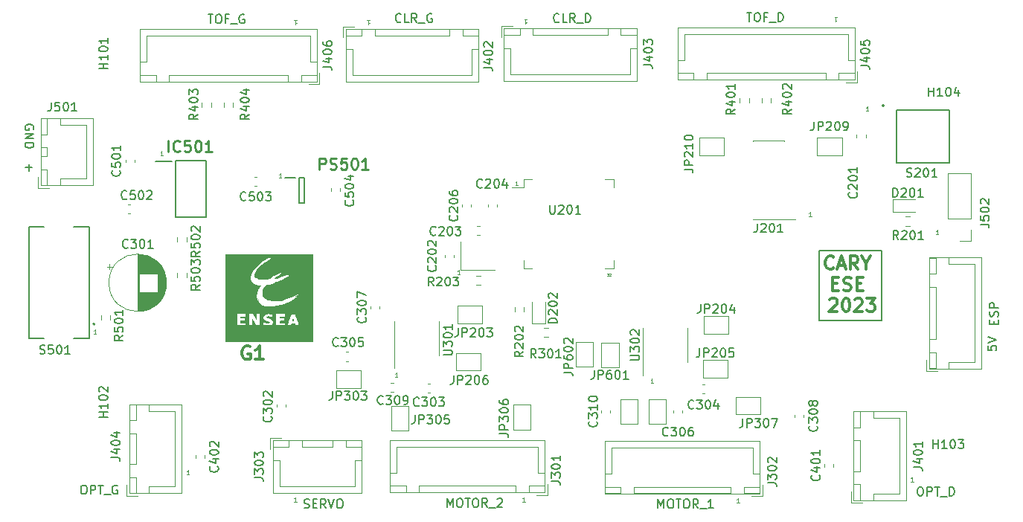
<source format=gbr>
%TF.GenerationSoftware,KiCad,Pcbnew,(6.0.7)*%
%TF.CreationDate,2022-10-27T14:16:22+02:00*%
%TF.ProjectId,Projet,50726f6a-6574-42e6-9b69-6361645f7063,1.0*%
%TF.SameCoordinates,Original*%
%TF.FileFunction,Legend,Top*%
%TF.FilePolarity,Positive*%
%FSLAX46Y46*%
G04 Gerber Fmt 4.6, Leading zero omitted, Abs format (unit mm)*
G04 Created by KiCad (PCBNEW (6.0.7)) date 2022-10-27 14:16:22*
%MOMM*%
%LPD*%
G01*
G04 APERTURE LIST*
%ADD10C,0.150000*%
%ADD11C,0.125000*%
%ADD12C,0.300000*%
%ADD13C,0.075000*%
%ADD14C,0.254000*%
%ADD15C,0.120000*%
%ADD16C,0.127000*%
%ADD17C,0.200000*%
G04 APERTURE END LIST*
D10*
X205002380Y-133190476D02*
X205002380Y-133666666D01*
X205478571Y-133714285D01*
X205430952Y-133666666D01*
X205383333Y-133571428D01*
X205383333Y-133333333D01*
X205430952Y-133238095D01*
X205478571Y-133190476D01*
X205573809Y-133142857D01*
X205811904Y-133142857D01*
X205907142Y-133190476D01*
X205954761Y-133238095D01*
X206002380Y-133333333D01*
X206002380Y-133571428D01*
X205954761Y-133666666D01*
X205907142Y-133714285D01*
X205002380Y-132857142D02*
X206002380Y-132523809D01*
X205002380Y-132190476D01*
X205678571Y-130690476D02*
X205678571Y-130357142D01*
X206202380Y-130214285D02*
X206202380Y-130690476D01*
X205202380Y-130690476D01*
X205202380Y-130214285D01*
X206154761Y-129833333D02*
X206202380Y-129690476D01*
X206202380Y-129452380D01*
X206154761Y-129357142D01*
X206107142Y-129309523D01*
X206011904Y-129261904D01*
X205916666Y-129261904D01*
X205821428Y-129309523D01*
X205773809Y-129357142D01*
X205726190Y-129452380D01*
X205678571Y-129642857D01*
X205630952Y-129738095D01*
X205583333Y-129785714D01*
X205488095Y-129833333D01*
X205392857Y-129833333D01*
X205297619Y-129785714D01*
X205250000Y-129738095D01*
X205202380Y-129642857D01*
X205202380Y-129404761D01*
X205250000Y-129261904D01*
X206202380Y-128833333D02*
X205202380Y-128833333D01*
X205202380Y-128452380D01*
X205250000Y-128357142D01*
X205297619Y-128309523D01*
X205392857Y-128261904D01*
X205535714Y-128261904D01*
X205630952Y-128309523D01*
X205678571Y-128357142D01*
X205726190Y-128452380D01*
X205726190Y-128833333D01*
X185800000Y-122300000D02*
X192900000Y-122300000D01*
X192900000Y-122300000D02*
X192900000Y-130300000D01*
X192900000Y-130300000D02*
X185800000Y-130300000D01*
X185800000Y-130300000D02*
X185800000Y-122300000D01*
X143480952Y-151552380D02*
X143480952Y-150552380D01*
X143814285Y-151266666D01*
X144147619Y-150552380D01*
X144147619Y-151552380D01*
X144814285Y-150552380D02*
X145004761Y-150552380D01*
X145100000Y-150600000D01*
X145195238Y-150695238D01*
X145242857Y-150885714D01*
X145242857Y-151219047D01*
X145195238Y-151409523D01*
X145100000Y-151504761D01*
X145004761Y-151552380D01*
X144814285Y-151552380D01*
X144719047Y-151504761D01*
X144623809Y-151409523D01*
X144576190Y-151219047D01*
X144576190Y-150885714D01*
X144623809Y-150695238D01*
X144719047Y-150600000D01*
X144814285Y-150552380D01*
X145528571Y-150552380D02*
X146100000Y-150552380D01*
X145814285Y-151552380D02*
X145814285Y-150552380D01*
X146623809Y-150552380D02*
X146814285Y-150552380D01*
X146909523Y-150600000D01*
X147004761Y-150695238D01*
X147052380Y-150885714D01*
X147052380Y-151219047D01*
X147004761Y-151409523D01*
X146909523Y-151504761D01*
X146814285Y-151552380D01*
X146623809Y-151552380D01*
X146528571Y-151504761D01*
X146433333Y-151409523D01*
X146385714Y-151219047D01*
X146385714Y-150885714D01*
X146433333Y-150695238D01*
X146528571Y-150600000D01*
X146623809Y-150552380D01*
X148052380Y-151552380D02*
X147719047Y-151076190D01*
X147480952Y-151552380D02*
X147480952Y-150552380D01*
X147861904Y-150552380D01*
X147957142Y-150600000D01*
X148004761Y-150647619D01*
X148052380Y-150742857D01*
X148052380Y-150885714D01*
X148004761Y-150980952D01*
X147957142Y-151028571D01*
X147861904Y-151076190D01*
X147480952Y-151076190D01*
X148242857Y-151647619D02*
X149004761Y-151647619D01*
X149195238Y-150647619D02*
X149242857Y-150600000D01*
X149338095Y-150552380D01*
X149576190Y-150552380D01*
X149671428Y-150600000D01*
X149719047Y-150647619D01*
X149766666Y-150742857D01*
X149766666Y-150838095D01*
X149719047Y-150980952D01*
X149147619Y-151552380D01*
X149766666Y-151552380D01*
D11*
X134357142Y-96073809D02*
X134642857Y-96073809D01*
X134500000Y-96073809D02*
X134500000Y-96573809D01*
X134547619Y-96502380D01*
X134595238Y-96454761D01*
X134642857Y-96430952D01*
D10*
X197242857Y-149252380D02*
X197433333Y-149252380D01*
X197528571Y-149300000D01*
X197623809Y-149395238D01*
X197671428Y-149585714D01*
X197671428Y-149919047D01*
X197623809Y-150109523D01*
X197528571Y-150204761D01*
X197433333Y-150252380D01*
X197242857Y-150252380D01*
X197147619Y-150204761D01*
X197052380Y-150109523D01*
X197004761Y-149919047D01*
X197004761Y-149585714D01*
X197052380Y-149395238D01*
X197147619Y-149300000D01*
X197242857Y-149252380D01*
X198100000Y-150252380D02*
X198100000Y-149252380D01*
X198480952Y-149252380D01*
X198576190Y-149300000D01*
X198623809Y-149347619D01*
X198671428Y-149442857D01*
X198671428Y-149585714D01*
X198623809Y-149680952D01*
X198576190Y-149728571D01*
X198480952Y-149776190D01*
X198100000Y-149776190D01*
X198957142Y-149252380D02*
X199528571Y-149252380D01*
X199242857Y-150252380D02*
X199242857Y-149252380D01*
X199623809Y-150347619D02*
X200385714Y-150347619D01*
X200623809Y-150252380D02*
X200623809Y-149252380D01*
X200861904Y-149252380D01*
X201004761Y-149300000D01*
X201100000Y-149395238D01*
X201147619Y-149490476D01*
X201195238Y-149680952D01*
X201195238Y-149823809D01*
X201147619Y-150014285D01*
X201100000Y-150109523D01*
X201004761Y-150204761D01*
X200861904Y-150252380D01*
X200623809Y-150252380D01*
D11*
X152342857Y-150926190D02*
X152057142Y-150926190D01*
X152200000Y-150926190D02*
X152200000Y-150426190D01*
X152152380Y-150497619D01*
X152104761Y-150545238D01*
X152057142Y-150569047D01*
X152257142Y-95973809D02*
X152542857Y-95973809D01*
X152400000Y-95973809D02*
X152400000Y-96473809D01*
X152447619Y-96402380D01*
X152495238Y-96354761D01*
X152542857Y-96330952D01*
X191442857Y-106426190D02*
X191157142Y-106426190D01*
X191300000Y-106426190D02*
X191300000Y-105926190D01*
X191252380Y-105997619D01*
X191204761Y-106045238D01*
X191157142Y-106069047D01*
D10*
X156223809Y-96257142D02*
X156176190Y-96304761D01*
X156033333Y-96352380D01*
X155938095Y-96352380D01*
X155795238Y-96304761D01*
X155700000Y-96209523D01*
X155652380Y-96114285D01*
X155604761Y-95923809D01*
X155604761Y-95780952D01*
X155652380Y-95590476D01*
X155700000Y-95495238D01*
X155795238Y-95400000D01*
X155938095Y-95352380D01*
X156033333Y-95352380D01*
X156176190Y-95400000D01*
X156223809Y-95447619D01*
X157128571Y-96352380D02*
X156652380Y-96352380D01*
X156652380Y-95352380D01*
X158033333Y-96352380D02*
X157700000Y-95876190D01*
X157461904Y-96352380D02*
X157461904Y-95352380D01*
X157842857Y-95352380D01*
X157938095Y-95400000D01*
X157985714Y-95447619D01*
X158033333Y-95542857D01*
X158033333Y-95685714D01*
X157985714Y-95780952D01*
X157938095Y-95828571D01*
X157842857Y-95876190D01*
X157461904Y-95876190D01*
X158223809Y-96447619D02*
X158985714Y-96447619D01*
X159223809Y-96352380D02*
X159223809Y-95352380D01*
X159461904Y-95352380D01*
X159604761Y-95400000D01*
X159700000Y-95495238D01*
X159747619Y-95590476D01*
X159795238Y-95780952D01*
X159795238Y-95923809D01*
X159747619Y-96114285D01*
X159700000Y-96209523D01*
X159604761Y-96304761D01*
X159461904Y-96352380D01*
X159223809Y-96352380D01*
X102042857Y-149052380D02*
X102233333Y-149052380D01*
X102328571Y-149100000D01*
X102423809Y-149195238D01*
X102471428Y-149385714D01*
X102471428Y-149719047D01*
X102423809Y-149909523D01*
X102328571Y-150004761D01*
X102233333Y-150052380D01*
X102042857Y-150052380D01*
X101947619Y-150004761D01*
X101852380Y-149909523D01*
X101804761Y-149719047D01*
X101804761Y-149385714D01*
X101852380Y-149195238D01*
X101947619Y-149100000D01*
X102042857Y-149052380D01*
X102900000Y-150052380D02*
X102900000Y-149052380D01*
X103280952Y-149052380D01*
X103376190Y-149100000D01*
X103423809Y-149147619D01*
X103471428Y-149242857D01*
X103471428Y-149385714D01*
X103423809Y-149480952D01*
X103376190Y-149528571D01*
X103280952Y-149576190D01*
X102900000Y-149576190D01*
X103757142Y-149052380D02*
X104328571Y-149052380D01*
X104042857Y-150052380D02*
X104042857Y-149052380D01*
X104423809Y-150147619D02*
X105185714Y-150147619D01*
X105947619Y-149100000D02*
X105852380Y-149052380D01*
X105709523Y-149052380D01*
X105566666Y-149100000D01*
X105471428Y-149195238D01*
X105423809Y-149290476D01*
X105376190Y-149480952D01*
X105376190Y-149623809D01*
X105423809Y-149814285D01*
X105471428Y-149909523D01*
X105566666Y-150004761D01*
X105709523Y-150052380D01*
X105804761Y-150052380D01*
X105947619Y-150004761D01*
X105995238Y-149957142D01*
X105995238Y-149623809D01*
X105804761Y-149623809D01*
X95519047Y-112871428D02*
X96280952Y-112871428D01*
X95900000Y-113252380D02*
X95900000Y-112490476D01*
D12*
X187457142Y-124320714D02*
X187385714Y-124392142D01*
X187171428Y-124463571D01*
X187028571Y-124463571D01*
X186814285Y-124392142D01*
X186671428Y-124249285D01*
X186600000Y-124106428D01*
X186528571Y-123820714D01*
X186528571Y-123606428D01*
X186600000Y-123320714D01*
X186671428Y-123177857D01*
X186814285Y-123035000D01*
X187028571Y-122963571D01*
X187171428Y-122963571D01*
X187385714Y-123035000D01*
X187457142Y-123106428D01*
X188028571Y-124035000D02*
X188742857Y-124035000D01*
X187885714Y-124463571D02*
X188385714Y-122963571D01*
X188885714Y-124463571D01*
X190242857Y-124463571D02*
X189742857Y-123749285D01*
X189385714Y-124463571D02*
X189385714Y-122963571D01*
X189957142Y-122963571D01*
X190100000Y-123035000D01*
X190171428Y-123106428D01*
X190242857Y-123249285D01*
X190242857Y-123463571D01*
X190171428Y-123606428D01*
X190100000Y-123677857D01*
X189957142Y-123749285D01*
X189385714Y-123749285D01*
X191171428Y-123749285D02*
X191171428Y-124463571D01*
X190671428Y-122963571D02*
X191171428Y-123749285D01*
X191671428Y-122963571D01*
X187314285Y-126092857D02*
X187814285Y-126092857D01*
X188028571Y-126878571D02*
X187314285Y-126878571D01*
X187314285Y-125378571D01*
X188028571Y-125378571D01*
X188600000Y-126807142D02*
X188814285Y-126878571D01*
X189171428Y-126878571D01*
X189314285Y-126807142D01*
X189385714Y-126735714D01*
X189457142Y-126592857D01*
X189457142Y-126450000D01*
X189385714Y-126307142D01*
X189314285Y-126235714D01*
X189171428Y-126164285D01*
X188885714Y-126092857D01*
X188742857Y-126021428D01*
X188671428Y-125950000D01*
X188600000Y-125807142D01*
X188600000Y-125664285D01*
X188671428Y-125521428D01*
X188742857Y-125450000D01*
X188885714Y-125378571D01*
X189242857Y-125378571D01*
X189457142Y-125450000D01*
X190100000Y-126092857D02*
X190600000Y-126092857D01*
X190814285Y-126878571D02*
X190100000Y-126878571D01*
X190100000Y-125378571D01*
X190814285Y-125378571D01*
X187028571Y-127936428D02*
X187100000Y-127865000D01*
X187242857Y-127793571D01*
X187600000Y-127793571D01*
X187742857Y-127865000D01*
X187814285Y-127936428D01*
X187885714Y-128079285D01*
X187885714Y-128222142D01*
X187814285Y-128436428D01*
X186957142Y-129293571D01*
X187885714Y-129293571D01*
X188814285Y-127793571D02*
X188957142Y-127793571D01*
X189100000Y-127865000D01*
X189171428Y-127936428D01*
X189242857Y-128079285D01*
X189314285Y-128365000D01*
X189314285Y-128722142D01*
X189242857Y-129007857D01*
X189171428Y-129150714D01*
X189100000Y-129222142D01*
X188957142Y-129293571D01*
X188814285Y-129293571D01*
X188671428Y-129222142D01*
X188600000Y-129150714D01*
X188528571Y-129007857D01*
X188457142Y-128722142D01*
X188457142Y-128365000D01*
X188528571Y-128079285D01*
X188600000Y-127936428D01*
X188671428Y-127865000D01*
X188814285Y-127793571D01*
X189885714Y-127936428D02*
X189957142Y-127865000D01*
X190100000Y-127793571D01*
X190457142Y-127793571D01*
X190600000Y-127865000D01*
X190671428Y-127936428D01*
X190742857Y-128079285D01*
X190742857Y-128222142D01*
X190671428Y-128436428D01*
X189814285Y-129293571D01*
X190742857Y-129293571D01*
X191242857Y-127793571D02*
X192171428Y-127793571D01*
X191671428Y-128365000D01*
X191885714Y-128365000D01*
X192028571Y-128436428D01*
X192100000Y-128507857D01*
X192171428Y-128650714D01*
X192171428Y-129007857D01*
X192100000Y-129150714D01*
X192028571Y-129222142D01*
X191885714Y-129293571D01*
X191457142Y-129293571D01*
X191314285Y-129222142D01*
X191242857Y-129150714D01*
D11*
X176742857Y-151026190D02*
X176457142Y-151026190D01*
X176600000Y-151026190D02*
X176600000Y-150526190D01*
X176552380Y-150597619D01*
X176504761Y-150645238D01*
X176457142Y-150669047D01*
X124642857Y-114026190D02*
X124357142Y-114026190D01*
X124500000Y-114026190D02*
X124500000Y-113526190D01*
X124452380Y-113597619D01*
X124404761Y-113645238D01*
X124357142Y-113669047D01*
X111142857Y-111526190D02*
X110857142Y-111526190D01*
X111000000Y-111526190D02*
X111000000Y-111026190D01*
X110952380Y-111097619D01*
X110904761Y-111145238D01*
X110857142Y-111169047D01*
X151542857Y-114926190D02*
X151257142Y-114926190D01*
X151400000Y-114926190D02*
X151400000Y-114426190D01*
X151352380Y-114497619D01*
X151304761Y-114545238D01*
X151257142Y-114569047D01*
X126057142Y-96073809D02*
X126342857Y-96073809D01*
X126200000Y-96073809D02*
X126200000Y-96573809D01*
X126247619Y-96502380D01*
X126295238Y-96454761D01*
X126342857Y-96430952D01*
X199392857Y-120476190D02*
X199107142Y-120476190D01*
X199250000Y-120476190D02*
X199250000Y-119976190D01*
X199202380Y-120047619D01*
X199154761Y-120095238D01*
X199107142Y-120119047D01*
X166942857Y-137426190D02*
X166657142Y-137426190D01*
X166800000Y-137426190D02*
X166800000Y-136926190D01*
X166752380Y-136997619D01*
X166704761Y-137045238D01*
X166657142Y-137069047D01*
X144942857Y-125026190D02*
X144657142Y-125026190D01*
X144800000Y-125026190D02*
X144800000Y-124526190D01*
X144752380Y-124597619D01*
X144704761Y-124645238D01*
X144657142Y-124669047D01*
D10*
X96400000Y-108538095D02*
X96447619Y-108442857D01*
X96447619Y-108300000D01*
X96400000Y-108157142D01*
X96304761Y-108061904D01*
X96209523Y-108014285D01*
X96019047Y-107966666D01*
X95876190Y-107966666D01*
X95685714Y-108014285D01*
X95590476Y-108061904D01*
X95495238Y-108157142D01*
X95447619Y-108300000D01*
X95447619Y-108395238D01*
X95495238Y-108538095D01*
X95542857Y-108585714D01*
X95876190Y-108585714D01*
X95876190Y-108395238D01*
X95447619Y-109014285D02*
X96447619Y-109014285D01*
X95447619Y-109585714D01*
X96447619Y-109585714D01*
X95447619Y-110061904D02*
X96447619Y-110061904D01*
X96447619Y-110300000D01*
X96400000Y-110442857D01*
X96304761Y-110538095D01*
X96209523Y-110585714D01*
X96019047Y-110633333D01*
X95876190Y-110633333D01*
X95685714Y-110585714D01*
X95590476Y-110538095D01*
X95495238Y-110442857D01*
X95447619Y-110300000D01*
X95447619Y-110061904D01*
X138223809Y-96257142D02*
X138176190Y-96304761D01*
X138033333Y-96352380D01*
X137938095Y-96352380D01*
X137795238Y-96304761D01*
X137700000Y-96209523D01*
X137652380Y-96114285D01*
X137604761Y-95923809D01*
X137604761Y-95780952D01*
X137652380Y-95590476D01*
X137700000Y-95495238D01*
X137795238Y-95400000D01*
X137938095Y-95352380D01*
X138033333Y-95352380D01*
X138176190Y-95400000D01*
X138223809Y-95447619D01*
X139128571Y-96352380D02*
X138652380Y-96352380D01*
X138652380Y-95352380D01*
X140033333Y-96352380D02*
X139700000Y-95876190D01*
X139461904Y-96352380D02*
X139461904Y-95352380D01*
X139842857Y-95352380D01*
X139938095Y-95400000D01*
X139985714Y-95447619D01*
X140033333Y-95542857D01*
X140033333Y-95685714D01*
X139985714Y-95780952D01*
X139938095Y-95828571D01*
X139842857Y-95876190D01*
X139461904Y-95876190D01*
X140223809Y-96447619D02*
X140985714Y-96447619D01*
X141747619Y-95400000D02*
X141652380Y-95352380D01*
X141509523Y-95352380D01*
X141366666Y-95400000D01*
X141271428Y-95495238D01*
X141223809Y-95590476D01*
X141176190Y-95780952D01*
X141176190Y-95923809D01*
X141223809Y-96114285D01*
X141271428Y-96209523D01*
X141366666Y-96304761D01*
X141509523Y-96352380D01*
X141604761Y-96352380D01*
X141747619Y-96304761D01*
X141795238Y-96257142D01*
X141795238Y-95923809D01*
X141604761Y-95923809D01*
X116280952Y-95452380D02*
X116852380Y-95452380D01*
X116566666Y-96452380D02*
X116566666Y-95452380D01*
X117376190Y-95452380D02*
X117566666Y-95452380D01*
X117661904Y-95500000D01*
X117757142Y-95595238D01*
X117804761Y-95785714D01*
X117804761Y-96119047D01*
X117757142Y-96309523D01*
X117661904Y-96404761D01*
X117566666Y-96452380D01*
X117376190Y-96452380D01*
X117280952Y-96404761D01*
X117185714Y-96309523D01*
X117138095Y-96119047D01*
X117138095Y-95785714D01*
X117185714Y-95595238D01*
X117280952Y-95500000D01*
X117376190Y-95452380D01*
X118566666Y-95928571D02*
X118233333Y-95928571D01*
X118233333Y-96452380D02*
X118233333Y-95452380D01*
X118709523Y-95452380D01*
X118852380Y-96547619D02*
X119614285Y-96547619D01*
X120376190Y-95500000D02*
X120280952Y-95452380D01*
X120138095Y-95452380D01*
X119995238Y-95500000D01*
X119900000Y-95595238D01*
X119852380Y-95690476D01*
X119804761Y-95880952D01*
X119804761Y-96023809D01*
X119852380Y-96214285D01*
X119900000Y-96309523D01*
X119995238Y-96404761D01*
X120138095Y-96452380D01*
X120233333Y-96452380D01*
X120376190Y-96404761D01*
X120423809Y-96357142D01*
X120423809Y-96023809D01*
X120233333Y-96023809D01*
D11*
X187557142Y-95773809D02*
X187842857Y-95773809D01*
X187700000Y-95773809D02*
X187700000Y-96273809D01*
X187747619Y-96202380D01*
X187795238Y-96154761D01*
X187842857Y-96130952D01*
D13*
X161657142Y-124935714D02*
X161842857Y-124935714D01*
X161742857Y-125050000D01*
X161785714Y-125050000D01*
X161814285Y-125064285D01*
X161828571Y-125078571D01*
X161842857Y-125107142D01*
X161842857Y-125178571D01*
X161828571Y-125207142D01*
X161814285Y-125221428D01*
X161785714Y-125235714D01*
X161700000Y-125235714D01*
X161671428Y-125221428D01*
X161657142Y-125207142D01*
X161957142Y-124964285D02*
X161971428Y-124950000D01*
X162000000Y-124935714D01*
X162071428Y-124935714D01*
X162100000Y-124950000D01*
X162114285Y-124964285D01*
X162128571Y-124992857D01*
X162128571Y-125021428D01*
X162114285Y-125064285D01*
X161942857Y-125235714D01*
X162128571Y-125235714D01*
D11*
X184942857Y-118426190D02*
X184657142Y-118426190D01*
X184800000Y-118426190D02*
X184800000Y-117926190D01*
X184752380Y-117997619D01*
X184704761Y-118045238D01*
X184657142Y-118069047D01*
X137842857Y-136726190D02*
X137557142Y-136726190D01*
X137700000Y-136726190D02*
X137700000Y-136226190D01*
X137652380Y-136297619D01*
X137604761Y-136345238D01*
X137557142Y-136369047D01*
D10*
X177580952Y-95252380D02*
X178152380Y-95252380D01*
X177866666Y-96252380D02*
X177866666Y-95252380D01*
X178676190Y-95252380D02*
X178866666Y-95252380D01*
X178961904Y-95300000D01*
X179057142Y-95395238D01*
X179104761Y-95585714D01*
X179104761Y-95919047D01*
X179057142Y-96109523D01*
X178961904Y-96204761D01*
X178866666Y-96252380D01*
X178676190Y-96252380D01*
X178580952Y-96204761D01*
X178485714Y-96109523D01*
X178438095Y-95919047D01*
X178438095Y-95585714D01*
X178485714Y-95395238D01*
X178580952Y-95300000D01*
X178676190Y-95252380D01*
X179866666Y-95728571D02*
X179533333Y-95728571D01*
X179533333Y-96252380D02*
X179533333Y-95252380D01*
X180009523Y-95252380D01*
X180152380Y-96347619D02*
X180914285Y-96347619D01*
X181152380Y-96252380D02*
X181152380Y-95252380D01*
X181390476Y-95252380D01*
X181533333Y-95300000D01*
X181628571Y-95395238D01*
X181676190Y-95490476D01*
X181723809Y-95680952D01*
X181723809Y-95823809D01*
X181676190Y-96014285D01*
X181628571Y-96109523D01*
X181533333Y-96204761D01*
X181390476Y-96252380D01*
X181152380Y-96252380D01*
D11*
X103542857Y-131826190D02*
X103257142Y-131826190D01*
X103400000Y-131826190D02*
X103400000Y-131326190D01*
X103352380Y-131397619D01*
X103304761Y-131445238D01*
X103257142Y-131469047D01*
X114142857Y-147826190D02*
X113857142Y-147826190D01*
X114000000Y-147826190D02*
X114000000Y-147326190D01*
X113952380Y-147397619D01*
X113904761Y-147445238D01*
X113857142Y-147469047D01*
D10*
X167480952Y-151652380D02*
X167480952Y-150652380D01*
X167814285Y-151366666D01*
X168147619Y-150652380D01*
X168147619Y-151652380D01*
X168814285Y-150652380D02*
X169004761Y-150652380D01*
X169100000Y-150700000D01*
X169195238Y-150795238D01*
X169242857Y-150985714D01*
X169242857Y-151319047D01*
X169195238Y-151509523D01*
X169100000Y-151604761D01*
X169004761Y-151652380D01*
X168814285Y-151652380D01*
X168719047Y-151604761D01*
X168623809Y-151509523D01*
X168576190Y-151319047D01*
X168576190Y-150985714D01*
X168623809Y-150795238D01*
X168719047Y-150700000D01*
X168814285Y-150652380D01*
X169528571Y-150652380D02*
X170100000Y-150652380D01*
X169814285Y-151652380D02*
X169814285Y-150652380D01*
X170623809Y-150652380D02*
X170814285Y-150652380D01*
X170909523Y-150700000D01*
X171004761Y-150795238D01*
X171052380Y-150985714D01*
X171052380Y-151319047D01*
X171004761Y-151509523D01*
X170909523Y-151604761D01*
X170814285Y-151652380D01*
X170623809Y-151652380D01*
X170528571Y-151604761D01*
X170433333Y-151509523D01*
X170385714Y-151319047D01*
X170385714Y-150985714D01*
X170433333Y-150795238D01*
X170528571Y-150700000D01*
X170623809Y-150652380D01*
X172052380Y-151652380D02*
X171719047Y-151176190D01*
X171480952Y-151652380D02*
X171480952Y-150652380D01*
X171861904Y-150652380D01*
X171957142Y-150700000D01*
X172004761Y-150747619D01*
X172052380Y-150842857D01*
X172052380Y-150985714D01*
X172004761Y-151080952D01*
X171957142Y-151128571D01*
X171861904Y-151176190D01*
X171480952Y-151176190D01*
X172242857Y-151747619D02*
X173004761Y-151747619D01*
X173766666Y-151652380D02*
X173195238Y-151652380D01*
X173480952Y-151652380D02*
X173480952Y-150652380D01*
X173385714Y-150795238D01*
X173290476Y-150890476D01*
X173195238Y-150938095D01*
D11*
X126342857Y-150926190D02*
X126057142Y-150926190D01*
X126200000Y-150926190D02*
X126200000Y-150426190D01*
X126152380Y-150497619D01*
X126104761Y-150545238D01*
X126057142Y-150569047D01*
X196542857Y-148626190D02*
X196257142Y-148626190D01*
X196400000Y-148626190D02*
X196400000Y-148126190D01*
X196352380Y-148197619D01*
X196304761Y-148245238D01*
X196257142Y-148269047D01*
D10*
X127209523Y-151604761D02*
X127352380Y-151652380D01*
X127590476Y-151652380D01*
X127685714Y-151604761D01*
X127733333Y-151557142D01*
X127780952Y-151461904D01*
X127780952Y-151366666D01*
X127733333Y-151271428D01*
X127685714Y-151223809D01*
X127590476Y-151176190D01*
X127400000Y-151128571D01*
X127304761Y-151080952D01*
X127257142Y-151033333D01*
X127209523Y-150938095D01*
X127209523Y-150842857D01*
X127257142Y-150747619D01*
X127304761Y-150700000D01*
X127400000Y-150652380D01*
X127638095Y-150652380D01*
X127780952Y-150700000D01*
X128209523Y-151128571D02*
X128542857Y-151128571D01*
X128685714Y-151652380D02*
X128209523Y-151652380D01*
X128209523Y-150652380D01*
X128685714Y-150652380D01*
X129685714Y-151652380D02*
X129352380Y-151176190D01*
X129114285Y-151652380D02*
X129114285Y-150652380D01*
X129495238Y-150652380D01*
X129590476Y-150700000D01*
X129638095Y-150747619D01*
X129685714Y-150842857D01*
X129685714Y-150985714D01*
X129638095Y-151080952D01*
X129590476Y-151128571D01*
X129495238Y-151176190D01*
X129114285Y-151176190D01*
X129971428Y-150652380D02*
X130304761Y-151652380D01*
X130638095Y-150652380D01*
X131161904Y-150652380D02*
X131352380Y-150652380D01*
X131447619Y-150700000D01*
X131542857Y-150795238D01*
X131590476Y-150985714D01*
X131590476Y-151319047D01*
X131542857Y-151509523D01*
X131447619Y-151604761D01*
X131352380Y-151652380D01*
X131161904Y-151652380D01*
X131066666Y-151604761D01*
X130971428Y-151509523D01*
X130923809Y-151319047D01*
X130923809Y-150985714D01*
X130971428Y-150795238D01*
X131066666Y-150700000D01*
X131161904Y-150652380D01*
D12*
%TO.C,G1*%
X121023428Y-133288000D02*
X120878285Y-133215428D01*
X120660571Y-133215428D01*
X120442857Y-133288000D01*
X120297714Y-133433142D01*
X120225142Y-133578285D01*
X120152571Y-133868571D01*
X120152571Y-134086285D01*
X120225142Y-134376571D01*
X120297714Y-134521714D01*
X120442857Y-134666857D01*
X120660571Y-134739428D01*
X120805714Y-134739428D01*
X121023428Y-134666857D01*
X121096000Y-134594285D01*
X121096000Y-134086285D01*
X120805714Y-134086285D01*
X122547428Y-134739428D02*
X121676571Y-134739428D01*
X122112000Y-134739428D02*
X122112000Y-133215428D01*
X121966857Y-133433142D01*
X121821714Y-133578285D01*
X121676571Y-133650857D01*
D10*
%TO.C,S501*%
X97135714Y-134054761D02*
X97278571Y-134102380D01*
X97516666Y-134102380D01*
X97611904Y-134054761D01*
X97659523Y-134007142D01*
X97707142Y-133911904D01*
X97707142Y-133816666D01*
X97659523Y-133721428D01*
X97611904Y-133673809D01*
X97516666Y-133626190D01*
X97326190Y-133578571D01*
X97230952Y-133530952D01*
X97183333Y-133483333D01*
X97135714Y-133388095D01*
X97135714Y-133292857D01*
X97183333Y-133197619D01*
X97230952Y-133150000D01*
X97326190Y-133102380D01*
X97564285Y-133102380D01*
X97707142Y-133150000D01*
X98611904Y-133102380D02*
X98135714Y-133102380D01*
X98088095Y-133578571D01*
X98135714Y-133530952D01*
X98230952Y-133483333D01*
X98469047Y-133483333D01*
X98564285Y-133530952D01*
X98611904Y-133578571D01*
X98659523Y-133673809D01*
X98659523Y-133911904D01*
X98611904Y-134007142D01*
X98564285Y-134054761D01*
X98469047Y-134102380D01*
X98230952Y-134102380D01*
X98135714Y-134054761D01*
X98088095Y-134007142D01*
X99278571Y-133102380D02*
X99373809Y-133102380D01*
X99469047Y-133150000D01*
X99516666Y-133197619D01*
X99564285Y-133292857D01*
X99611904Y-133483333D01*
X99611904Y-133721428D01*
X99564285Y-133911904D01*
X99516666Y-134007142D01*
X99469047Y-134054761D01*
X99373809Y-134102380D01*
X99278571Y-134102380D01*
X99183333Y-134054761D01*
X99135714Y-134007142D01*
X99088095Y-133911904D01*
X99040476Y-133721428D01*
X99040476Y-133483333D01*
X99088095Y-133292857D01*
X99135714Y-133197619D01*
X99183333Y-133150000D01*
X99278571Y-133102380D01*
X100564285Y-134102380D02*
X99992857Y-134102380D01*
X100278571Y-134102380D02*
X100278571Y-133102380D01*
X100183333Y-133245238D01*
X100088095Y-133340476D01*
X99992857Y-133388095D01*
%TO.C,C204*%
X147480952Y-115107142D02*
X147433333Y-115154761D01*
X147290476Y-115202380D01*
X147195238Y-115202380D01*
X147052380Y-115154761D01*
X146957142Y-115059523D01*
X146909523Y-114964285D01*
X146861904Y-114773809D01*
X146861904Y-114630952D01*
X146909523Y-114440476D01*
X146957142Y-114345238D01*
X147052380Y-114250000D01*
X147195238Y-114202380D01*
X147290476Y-114202380D01*
X147433333Y-114250000D01*
X147480952Y-114297619D01*
X147861904Y-114297619D02*
X147909523Y-114250000D01*
X148004761Y-114202380D01*
X148242857Y-114202380D01*
X148338095Y-114250000D01*
X148385714Y-114297619D01*
X148433333Y-114392857D01*
X148433333Y-114488095D01*
X148385714Y-114630952D01*
X147814285Y-115202380D01*
X148433333Y-115202380D01*
X149052380Y-114202380D02*
X149147619Y-114202380D01*
X149242857Y-114250000D01*
X149290476Y-114297619D01*
X149338095Y-114392857D01*
X149385714Y-114583333D01*
X149385714Y-114821428D01*
X149338095Y-115011904D01*
X149290476Y-115107142D01*
X149242857Y-115154761D01*
X149147619Y-115202380D01*
X149052380Y-115202380D01*
X148957142Y-115154761D01*
X148909523Y-115107142D01*
X148861904Y-115011904D01*
X148814285Y-114821428D01*
X148814285Y-114583333D01*
X148861904Y-114392857D01*
X148909523Y-114297619D01*
X148957142Y-114250000D01*
X149052380Y-114202380D01*
X150242857Y-114535714D02*
X150242857Y-115202380D01*
X150004761Y-114154761D02*
X149766666Y-114869047D01*
X150385714Y-114869047D01*
%TO.C,R403*%
X115122380Y-106819047D02*
X114646190Y-107152380D01*
X115122380Y-107390476D02*
X114122380Y-107390476D01*
X114122380Y-107009523D01*
X114170000Y-106914285D01*
X114217619Y-106866666D01*
X114312857Y-106819047D01*
X114455714Y-106819047D01*
X114550952Y-106866666D01*
X114598571Y-106914285D01*
X114646190Y-107009523D01*
X114646190Y-107390476D01*
X114455714Y-105961904D02*
X115122380Y-105961904D01*
X114074761Y-106200000D02*
X114789047Y-106438095D01*
X114789047Y-105819047D01*
X114122380Y-105247619D02*
X114122380Y-105152380D01*
X114170000Y-105057142D01*
X114217619Y-105009523D01*
X114312857Y-104961904D01*
X114503333Y-104914285D01*
X114741428Y-104914285D01*
X114931904Y-104961904D01*
X115027142Y-105009523D01*
X115074761Y-105057142D01*
X115122380Y-105152380D01*
X115122380Y-105247619D01*
X115074761Y-105342857D01*
X115027142Y-105390476D01*
X114931904Y-105438095D01*
X114741428Y-105485714D01*
X114503333Y-105485714D01*
X114312857Y-105438095D01*
X114217619Y-105390476D01*
X114170000Y-105342857D01*
X114122380Y-105247619D01*
X114122380Y-104580952D02*
X114122380Y-103961904D01*
X114503333Y-104295238D01*
X114503333Y-104152380D01*
X114550952Y-104057142D01*
X114598571Y-104009523D01*
X114693809Y-103961904D01*
X114931904Y-103961904D01*
X115027142Y-104009523D01*
X115074761Y-104057142D01*
X115122380Y-104152380D01*
X115122380Y-104438095D01*
X115074761Y-104533333D01*
X115027142Y-104580952D01*
%TO.C,R502*%
X115352380Y-122419047D02*
X114876190Y-122752380D01*
X115352380Y-122990476D02*
X114352380Y-122990476D01*
X114352380Y-122609523D01*
X114400000Y-122514285D01*
X114447619Y-122466666D01*
X114542857Y-122419047D01*
X114685714Y-122419047D01*
X114780952Y-122466666D01*
X114828571Y-122514285D01*
X114876190Y-122609523D01*
X114876190Y-122990476D01*
X114352380Y-121514285D02*
X114352380Y-121990476D01*
X114828571Y-122038095D01*
X114780952Y-121990476D01*
X114733333Y-121895238D01*
X114733333Y-121657142D01*
X114780952Y-121561904D01*
X114828571Y-121514285D01*
X114923809Y-121466666D01*
X115161904Y-121466666D01*
X115257142Y-121514285D01*
X115304761Y-121561904D01*
X115352380Y-121657142D01*
X115352380Y-121895238D01*
X115304761Y-121990476D01*
X115257142Y-122038095D01*
X114352380Y-120847619D02*
X114352380Y-120752380D01*
X114400000Y-120657142D01*
X114447619Y-120609523D01*
X114542857Y-120561904D01*
X114733333Y-120514285D01*
X114971428Y-120514285D01*
X115161904Y-120561904D01*
X115257142Y-120609523D01*
X115304761Y-120657142D01*
X115352380Y-120752380D01*
X115352380Y-120847619D01*
X115304761Y-120942857D01*
X115257142Y-120990476D01*
X115161904Y-121038095D01*
X114971428Y-121085714D01*
X114733333Y-121085714D01*
X114542857Y-121038095D01*
X114447619Y-120990476D01*
X114400000Y-120942857D01*
X114352380Y-120847619D01*
X114447619Y-120133333D02*
X114400000Y-120085714D01*
X114352380Y-119990476D01*
X114352380Y-119752380D01*
X114400000Y-119657142D01*
X114447619Y-119609523D01*
X114542857Y-119561904D01*
X114638095Y-119561904D01*
X114780952Y-119609523D01*
X115352380Y-120180952D01*
X115352380Y-119561904D01*
%TO.C,C502*%
X107030952Y-116407142D02*
X106983333Y-116454761D01*
X106840476Y-116502380D01*
X106745238Y-116502380D01*
X106602380Y-116454761D01*
X106507142Y-116359523D01*
X106459523Y-116264285D01*
X106411904Y-116073809D01*
X106411904Y-115930952D01*
X106459523Y-115740476D01*
X106507142Y-115645238D01*
X106602380Y-115550000D01*
X106745238Y-115502380D01*
X106840476Y-115502380D01*
X106983333Y-115550000D01*
X107030952Y-115597619D01*
X107935714Y-115502380D02*
X107459523Y-115502380D01*
X107411904Y-115978571D01*
X107459523Y-115930952D01*
X107554761Y-115883333D01*
X107792857Y-115883333D01*
X107888095Y-115930952D01*
X107935714Y-115978571D01*
X107983333Y-116073809D01*
X107983333Y-116311904D01*
X107935714Y-116407142D01*
X107888095Y-116454761D01*
X107792857Y-116502380D01*
X107554761Y-116502380D01*
X107459523Y-116454761D01*
X107411904Y-116407142D01*
X108602380Y-115502380D02*
X108697619Y-115502380D01*
X108792857Y-115550000D01*
X108840476Y-115597619D01*
X108888095Y-115692857D01*
X108935714Y-115883333D01*
X108935714Y-116121428D01*
X108888095Y-116311904D01*
X108840476Y-116407142D01*
X108792857Y-116454761D01*
X108697619Y-116502380D01*
X108602380Y-116502380D01*
X108507142Y-116454761D01*
X108459523Y-116407142D01*
X108411904Y-116311904D01*
X108364285Y-116121428D01*
X108364285Y-115883333D01*
X108411904Y-115692857D01*
X108459523Y-115597619D01*
X108507142Y-115550000D01*
X108602380Y-115502380D01*
X109316666Y-115597619D02*
X109364285Y-115550000D01*
X109459523Y-115502380D01*
X109697619Y-115502380D01*
X109792857Y-115550000D01*
X109840476Y-115597619D01*
X109888095Y-115692857D01*
X109888095Y-115788095D01*
X109840476Y-115930952D01*
X109269047Y-116502380D01*
X109888095Y-116502380D01*
%TO.C,J201*%
X178764285Y-119257380D02*
X178764285Y-119971666D01*
X178716666Y-120114523D01*
X178621428Y-120209761D01*
X178478571Y-120257380D01*
X178383333Y-120257380D01*
X179192857Y-119352619D02*
X179240476Y-119305000D01*
X179335714Y-119257380D01*
X179573809Y-119257380D01*
X179669047Y-119305000D01*
X179716666Y-119352619D01*
X179764285Y-119447857D01*
X179764285Y-119543095D01*
X179716666Y-119685952D01*
X179145238Y-120257380D01*
X179764285Y-120257380D01*
X180383333Y-119257380D02*
X180478571Y-119257380D01*
X180573809Y-119305000D01*
X180621428Y-119352619D01*
X180669047Y-119447857D01*
X180716666Y-119638333D01*
X180716666Y-119876428D01*
X180669047Y-120066904D01*
X180621428Y-120162142D01*
X180573809Y-120209761D01*
X180478571Y-120257380D01*
X180383333Y-120257380D01*
X180288095Y-120209761D01*
X180240476Y-120162142D01*
X180192857Y-120066904D01*
X180145238Y-119876428D01*
X180145238Y-119638333D01*
X180192857Y-119447857D01*
X180240476Y-119352619D01*
X180288095Y-119305000D01*
X180383333Y-119257380D01*
X181669047Y-120257380D02*
X181097619Y-120257380D01*
X181383333Y-120257380D02*
X181383333Y-119257380D01*
X181288095Y-119400238D01*
X181192857Y-119495476D01*
X181097619Y-119543095D01*
%TO.C,R202*%
X152152380Y-133819047D02*
X151676190Y-134152380D01*
X152152380Y-134390476D02*
X151152380Y-134390476D01*
X151152380Y-134009523D01*
X151200000Y-133914285D01*
X151247619Y-133866666D01*
X151342857Y-133819047D01*
X151485714Y-133819047D01*
X151580952Y-133866666D01*
X151628571Y-133914285D01*
X151676190Y-134009523D01*
X151676190Y-134390476D01*
X151247619Y-133438095D02*
X151200000Y-133390476D01*
X151152380Y-133295238D01*
X151152380Y-133057142D01*
X151200000Y-132961904D01*
X151247619Y-132914285D01*
X151342857Y-132866666D01*
X151438095Y-132866666D01*
X151580952Y-132914285D01*
X152152380Y-133485714D01*
X152152380Y-132866666D01*
X151152380Y-132247619D02*
X151152380Y-132152380D01*
X151200000Y-132057142D01*
X151247619Y-132009523D01*
X151342857Y-131961904D01*
X151533333Y-131914285D01*
X151771428Y-131914285D01*
X151961904Y-131961904D01*
X152057142Y-132009523D01*
X152104761Y-132057142D01*
X152152380Y-132152380D01*
X152152380Y-132247619D01*
X152104761Y-132342857D01*
X152057142Y-132390476D01*
X151961904Y-132438095D01*
X151771428Y-132485714D01*
X151533333Y-132485714D01*
X151342857Y-132438095D01*
X151247619Y-132390476D01*
X151200000Y-132342857D01*
X151152380Y-132247619D01*
X151247619Y-131533333D02*
X151200000Y-131485714D01*
X151152380Y-131390476D01*
X151152380Y-131152380D01*
X151200000Y-131057142D01*
X151247619Y-131009523D01*
X151342857Y-130961904D01*
X151438095Y-130961904D01*
X151580952Y-131009523D01*
X152152380Y-131580952D01*
X152152380Y-130961904D01*
%TO.C,C201*%
X190057142Y-115719047D02*
X190104761Y-115766666D01*
X190152380Y-115909523D01*
X190152380Y-116004761D01*
X190104761Y-116147619D01*
X190009523Y-116242857D01*
X189914285Y-116290476D01*
X189723809Y-116338095D01*
X189580952Y-116338095D01*
X189390476Y-116290476D01*
X189295238Y-116242857D01*
X189200000Y-116147619D01*
X189152380Y-116004761D01*
X189152380Y-115909523D01*
X189200000Y-115766666D01*
X189247619Y-115719047D01*
X189247619Y-115338095D02*
X189200000Y-115290476D01*
X189152380Y-115195238D01*
X189152380Y-114957142D01*
X189200000Y-114861904D01*
X189247619Y-114814285D01*
X189342857Y-114766666D01*
X189438095Y-114766666D01*
X189580952Y-114814285D01*
X190152380Y-115385714D01*
X190152380Y-114766666D01*
X189152380Y-114147619D02*
X189152380Y-114052380D01*
X189200000Y-113957142D01*
X189247619Y-113909523D01*
X189342857Y-113861904D01*
X189533333Y-113814285D01*
X189771428Y-113814285D01*
X189961904Y-113861904D01*
X190057142Y-113909523D01*
X190104761Y-113957142D01*
X190152380Y-114052380D01*
X190152380Y-114147619D01*
X190104761Y-114242857D01*
X190057142Y-114290476D01*
X189961904Y-114338095D01*
X189771428Y-114385714D01*
X189533333Y-114385714D01*
X189342857Y-114338095D01*
X189247619Y-114290476D01*
X189200000Y-114242857D01*
X189152380Y-114147619D01*
X190152380Y-112861904D02*
X190152380Y-113433333D01*
X190152380Y-113147619D02*
X189152380Y-113147619D01*
X189295238Y-113242857D01*
X189390476Y-113338095D01*
X189438095Y-113433333D01*
%TO.C,C304*%
X171530952Y-140257142D02*
X171483333Y-140304761D01*
X171340476Y-140352380D01*
X171245238Y-140352380D01*
X171102380Y-140304761D01*
X171007142Y-140209523D01*
X170959523Y-140114285D01*
X170911904Y-139923809D01*
X170911904Y-139780952D01*
X170959523Y-139590476D01*
X171007142Y-139495238D01*
X171102380Y-139400000D01*
X171245238Y-139352380D01*
X171340476Y-139352380D01*
X171483333Y-139400000D01*
X171530952Y-139447619D01*
X171864285Y-139352380D02*
X172483333Y-139352380D01*
X172150000Y-139733333D01*
X172292857Y-139733333D01*
X172388095Y-139780952D01*
X172435714Y-139828571D01*
X172483333Y-139923809D01*
X172483333Y-140161904D01*
X172435714Y-140257142D01*
X172388095Y-140304761D01*
X172292857Y-140352380D01*
X172007142Y-140352380D01*
X171911904Y-140304761D01*
X171864285Y-140257142D01*
X173102380Y-139352380D02*
X173197619Y-139352380D01*
X173292857Y-139400000D01*
X173340476Y-139447619D01*
X173388095Y-139542857D01*
X173435714Y-139733333D01*
X173435714Y-139971428D01*
X173388095Y-140161904D01*
X173340476Y-140257142D01*
X173292857Y-140304761D01*
X173197619Y-140352380D01*
X173102380Y-140352380D01*
X173007142Y-140304761D01*
X172959523Y-140257142D01*
X172911904Y-140161904D01*
X172864285Y-139971428D01*
X172864285Y-139733333D01*
X172911904Y-139542857D01*
X172959523Y-139447619D01*
X173007142Y-139400000D01*
X173102380Y-139352380D01*
X174292857Y-139685714D02*
X174292857Y-140352380D01*
X174054761Y-139304761D02*
X173816666Y-140019047D01*
X174435714Y-140019047D01*
%TO.C,JP206*%
X144214285Y-136552380D02*
X144214285Y-137266666D01*
X144166666Y-137409523D01*
X144071428Y-137504761D01*
X143928571Y-137552380D01*
X143833333Y-137552380D01*
X144690476Y-137552380D02*
X144690476Y-136552380D01*
X145071428Y-136552380D01*
X145166666Y-136600000D01*
X145214285Y-136647619D01*
X145261904Y-136742857D01*
X145261904Y-136885714D01*
X145214285Y-136980952D01*
X145166666Y-137028571D01*
X145071428Y-137076190D01*
X144690476Y-137076190D01*
X145642857Y-136647619D02*
X145690476Y-136600000D01*
X145785714Y-136552380D01*
X146023809Y-136552380D01*
X146119047Y-136600000D01*
X146166666Y-136647619D01*
X146214285Y-136742857D01*
X146214285Y-136838095D01*
X146166666Y-136980952D01*
X145595238Y-137552380D01*
X146214285Y-137552380D01*
X146833333Y-136552380D02*
X146928571Y-136552380D01*
X147023809Y-136600000D01*
X147071428Y-136647619D01*
X147119047Y-136742857D01*
X147166666Y-136933333D01*
X147166666Y-137171428D01*
X147119047Y-137361904D01*
X147071428Y-137457142D01*
X147023809Y-137504761D01*
X146928571Y-137552380D01*
X146833333Y-137552380D01*
X146738095Y-137504761D01*
X146690476Y-137457142D01*
X146642857Y-137361904D01*
X146595238Y-137171428D01*
X146595238Y-136933333D01*
X146642857Y-136742857D01*
X146690476Y-136647619D01*
X146738095Y-136600000D01*
X146833333Y-136552380D01*
X148023809Y-136552380D02*
X147833333Y-136552380D01*
X147738095Y-136600000D01*
X147690476Y-136647619D01*
X147595238Y-136790476D01*
X147547619Y-136980952D01*
X147547619Y-137361904D01*
X147595238Y-137457142D01*
X147642857Y-137504761D01*
X147738095Y-137552380D01*
X147928571Y-137552380D01*
X148023809Y-137504761D01*
X148071428Y-137457142D01*
X148119047Y-137361904D01*
X148119047Y-137123809D01*
X148071428Y-137028571D01*
X148023809Y-136980952D01*
X147928571Y-136933333D01*
X147738095Y-136933333D01*
X147642857Y-136980952D01*
X147595238Y-137028571D01*
X147547619Y-137123809D01*
%TO.C,R203*%
X141930952Y-126352380D02*
X141597619Y-125876190D01*
X141359523Y-126352380D02*
X141359523Y-125352380D01*
X141740476Y-125352380D01*
X141835714Y-125400000D01*
X141883333Y-125447619D01*
X141930952Y-125542857D01*
X141930952Y-125685714D01*
X141883333Y-125780952D01*
X141835714Y-125828571D01*
X141740476Y-125876190D01*
X141359523Y-125876190D01*
X142311904Y-125447619D02*
X142359523Y-125400000D01*
X142454761Y-125352380D01*
X142692857Y-125352380D01*
X142788095Y-125400000D01*
X142835714Y-125447619D01*
X142883333Y-125542857D01*
X142883333Y-125638095D01*
X142835714Y-125780952D01*
X142264285Y-126352380D01*
X142883333Y-126352380D01*
X143502380Y-125352380D02*
X143597619Y-125352380D01*
X143692857Y-125400000D01*
X143740476Y-125447619D01*
X143788095Y-125542857D01*
X143835714Y-125733333D01*
X143835714Y-125971428D01*
X143788095Y-126161904D01*
X143740476Y-126257142D01*
X143692857Y-126304761D01*
X143597619Y-126352380D01*
X143502380Y-126352380D01*
X143407142Y-126304761D01*
X143359523Y-126257142D01*
X143311904Y-126161904D01*
X143264285Y-125971428D01*
X143264285Y-125733333D01*
X143311904Y-125542857D01*
X143359523Y-125447619D01*
X143407142Y-125400000D01*
X143502380Y-125352380D01*
X144169047Y-125352380D02*
X144788095Y-125352380D01*
X144454761Y-125733333D01*
X144597619Y-125733333D01*
X144692857Y-125780952D01*
X144740476Y-125828571D01*
X144788095Y-125923809D01*
X144788095Y-126161904D01*
X144740476Y-126257142D01*
X144692857Y-126304761D01*
X144597619Y-126352380D01*
X144311904Y-126352380D01*
X144216666Y-126304761D01*
X144169047Y-126257142D01*
%TO.C,JP210*%
X170452380Y-113085714D02*
X171166666Y-113085714D01*
X171309523Y-113133333D01*
X171404761Y-113228571D01*
X171452380Y-113371428D01*
X171452380Y-113466666D01*
X171452380Y-112609523D02*
X170452380Y-112609523D01*
X170452380Y-112228571D01*
X170500000Y-112133333D01*
X170547619Y-112085714D01*
X170642857Y-112038095D01*
X170785714Y-112038095D01*
X170880952Y-112085714D01*
X170928571Y-112133333D01*
X170976190Y-112228571D01*
X170976190Y-112609523D01*
X170547619Y-111657142D02*
X170500000Y-111609523D01*
X170452380Y-111514285D01*
X170452380Y-111276190D01*
X170500000Y-111180952D01*
X170547619Y-111133333D01*
X170642857Y-111085714D01*
X170738095Y-111085714D01*
X170880952Y-111133333D01*
X171452380Y-111704761D01*
X171452380Y-111085714D01*
X171452380Y-110133333D02*
X171452380Y-110704761D01*
X171452380Y-110419047D02*
X170452380Y-110419047D01*
X170595238Y-110514285D01*
X170690476Y-110609523D01*
X170738095Y-110704761D01*
X170452380Y-109514285D02*
X170452380Y-109419047D01*
X170500000Y-109323809D01*
X170547619Y-109276190D01*
X170642857Y-109228571D01*
X170833333Y-109180952D01*
X171071428Y-109180952D01*
X171261904Y-109228571D01*
X171357142Y-109276190D01*
X171404761Y-109323809D01*
X171452380Y-109419047D01*
X171452380Y-109514285D01*
X171404761Y-109609523D01*
X171357142Y-109657142D01*
X171261904Y-109704761D01*
X171071428Y-109752380D01*
X170833333Y-109752380D01*
X170642857Y-109704761D01*
X170547619Y-109657142D01*
X170500000Y-109609523D01*
X170452380Y-109514285D01*
%TO.C,J302*%
X179952380Y-148785714D02*
X180666666Y-148785714D01*
X180809523Y-148833333D01*
X180904761Y-148928571D01*
X180952380Y-149071428D01*
X180952380Y-149166666D01*
X179952380Y-148404761D02*
X179952380Y-147785714D01*
X180333333Y-148119047D01*
X180333333Y-147976190D01*
X180380952Y-147880952D01*
X180428571Y-147833333D01*
X180523809Y-147785714D01*
X180761904Y-147785714D01*
X180857142Y-147833333D01*
X180904761Y-147880952D01*
X180952380Y-147976190D01*
X180952380Y-148261904D01*
X180904761Y-148357142D01*
X180857142Y-148404761D01*
X179952380Y-147166666D02*
X179952380Y-147071428D01*
X180000000Y-146976190D01*
X180047619Y-146928571D01*
X180142857Y-146880952D01*
X180333333Y-146833333D01*
X180571428Y-146833333D01*
X180761904Y-146880952D01*
X180857142Y-146928571D01*
X180904761Y-146976190D01*
X180952380Y-147071428D01*
X180952380Y-147166666D01*
X180904761Y-147261904D01*
X180857142Y-147309523D01*
X180761904Y-147357142D01*
X180571428Y-147404761D01*
X180333333Y-147404761D01*
X180142857Y-147357142D01*
X180047619Y-147309523D01*
X180000000Y-147261904D01*
X179952380Y-147166666D01*
X180047619Y-146452380D02*
X180000000Y-146404761D01*
X179952380Y-146309523D01*
X179952380Y-146071428D01*
X180000000Y-145976190D01*
X180047619Y-145928571D01*
X180142857Y-145880952D01*
X180238095Y-145880952D01*
X180380952Y-145928571D01*
X180952380Y-146500000D01*
X180952380Y-145880952D01*
%TO.C,R402*%
X182652380Y-106219047D02*
X182176190Y-106552380D01*
X182652380Y-106790476D02*
X181652380Y-106790476D01*
X181652380Y-106409523D01*
X181700000Y-106314285D01*
X181747619Y-106266666D01*
X181842857Y-106219047D01*
X181985714Y-106219047D01*
X182080952Y-106266666D01*
X182128571Y-106314285D01*
X182176190Y-106409523D01*
X182176190Y-106790476D01*
X181985714Y-105361904D02*
X182652380Y-105361904D01*
X181604761Y-105600000D02*
X182319047Y-105838095D01*
X182319047Y-105219047D01*
X181652380Y-104647619D02*
X181652380Y-104552380D01*
X181700000Y-104457142D01*
X181747619Y-104409523D01*
X181842857Y-104361904D01*
X182033333Y-104314285D01*
X182271428Y-104314285D01*
X182461904Y-104361904D01*
X182557142Y-104409523D01*
X182604761Y-104457142D01*
X182652380Y-104552380D01*
X182652380Y-104647619D01*
X182604761Y-104742857D01*
X182557142Y-104790476D01*
X182461904Y-104838095D01*
X182271428Y-104885714D01*
X182033333Y-104885714D01*
X181842857Y-104838095D01*
X181747619Y-104790476D01*
X181700000Y-104742857D01*
X181652380Y-104647619D01*
X181747619Y-103933333D02*
X181700000Y-103885714D01*
X181652380Y-103790476D01*
X181652380Y-103552380D01*
X181700000Y-103457142D01*
X181747619Y-103409523D01*
X181842857Y-103361904D01*
X181938095Y-103361904D01*
X182080952Y-103409523D01*
X182652380Y-103980952D01*
X182652380Y-103361904D01*
%TO.C,JP203*%
X144714285Y-131152380D02*
X144714285Y-131866666D01*
X144666666Y-132009523D01*
X144571428Y-132104761D01*
X144428571Y-132152380D01*
X144333333Y-132152380D01*
X145190476Y-132152380D02*
X145190476Y-131152380D01*
X145571428Y-131152380D01*
X145666666Y-131200000D01*
X145714285Y-131247619D01*
X145761904Y-131342857D01*
X145761904Y-131485714D01*
X145714285Y-131580952D01*
X145666666Y-131628571D01*
X145571428Y-131676190D01*
X145190476Y-131676190D01*
X146142857Y-131247619D02*
X146190476Y-131200000D01*
X146285714Y-131152380D01*
X146523809Y-131152380D01*
X146619047Y-131200000D01*
X146666666Y-131247619D01*
X146714285Y-131342857D01*
X146714285Y-131438095D01*
X146666666Y-131580952D01*
X146095238Y-132152380D01*
X146714285Y-132152380D01*
X147333333Y-131152380D02*
X147428571Y-131152380D01*
X147523809Y-131200000D01*
X147571428Y-131247619D01*
X147619047Y-131342857D01*
X147666666Y-131533333D01*
X147666666Y-131771428D01*
X147619047Y-131961904D01*
X147571428Y-132057142D01*
X147523809Y-132104761D01*
X147428571Y-132152380D01*
X147333333Y-132152380D01*
X147238095Y-132104761D01*
X147190476Y-132057142D01*
X147142857Y-131961904D01*
X147095238Y-131771428D01*
X147095238Y-131533333D01*
X147142857Y-131342857D01*
X147190476Y-131247619D01*
X147238095Y-131200000D01*
X147333333Y-131152380D01*
X148000000Y-131152380D02*
X148619047Y-131152380D01*
X148285714Y-131533333D01*
X148428571Y-131533333D01*
X148523809Y-131580952D01*
X148571428Y-131628571D01*
X148619047Y-131723809D01*
X148619047Y-131961904D01*
X148571428Y-132057142D01*
X148523809Y-132104761D01*
X148428571Y-132152380D01*
X148142857Y-132152380D01*
X148047619Y-132104761D01*
X148000000Y-132057142D01*
%TO.C,R404*%
X120952380Y-106806547D02*
X120476190Y-107139880D01*
X120952380Y-107377976D02*
X119952380Y-107377976D01*
X119952380Y-106997023D01*
X120000000Y-106901785D01*
X120047619Y-106854166D01*
X120142857Y-106806547D01*
X120285714Y-106806547D01*
X120380952Y-106854166D01*
X120428571Y-106901785D01*
X120476190Y-106997023D01*
X120476190Y-107377976D01*
X120285714Y-105949404D02*
X120952380Y-105949404D01*
X119904761Y-106187500D02*
X120619047Y-106425595D01*
X120619047Y-105806547D01*
X119952380Y-105235119D02*
X119952380Y-105139880D01*
X120000000Y-105044642D01*
X120047619Y-104997023D01*
X120142857Y-104949404D01*
X120333333Y-104901785D01*
X120571428Y-104901785D01*
X120761904Y-104949404D01*
X120857142Y-104997023D01*
X120904761Y-105044642D01*
X120952380Y-105139880D01*
X120952380Y-105235119D01*
X120904761Y-105330357D01*
X120857142Y-105377976D01*
X120761904Y-105425595D01*
X120571428Y-105473214D01*
X120333333Y-105473214D01*
X120142857Y-105425595D01*
X120047619Y-105377976D01*
X120000000Y-105330357D01*
X119952380Y-105235119D01*
X120285714Y-104044642D02*
X120952380Y-104044642D01*
X119904761Y-104282738D02*
X120619047Y-104520833D01*
X120619047Y-103901785D01*
%TO.C,C401*%
X185827142Y-147919047D02*
X185874761Y-147966666D01*
X185922380Y-148109523D01*
X185922380Y-148204761D01*
X185874761Y-148347619D01*
X185779523Y-148442857D01*
X185684285Y-148490476D01*
X185493809Y-148538095D01*
X185350952Y-148538095D01*
X185160476Y-148490476D01*
X185065238Y-148442857D01*
X184970000Y-148347619D01*
X184922380Y-148204761D01*
X184922380Y-148109523D01*
X184970000Y-147966666D01*
X185017619Y-147919047D01*
X185255714Y-147061904D02*
X185922380Y-147061904D01*
X184874761Y-147300000D02*
X185589047Y-147538095D01*
X185589047Y-146919047D01*
X184922380Y-146347619D02*
X184922380Y-146252380D01*
X184970000Y-146157142D01*
X185017619Y-146109523D01*
X185112857Y-146061904D01*
X185303333Y-146014285D01*
X185541428Y-146014285D01*
X185731904Y-146061904D01*
X185827142Y-146109523D01*
X185874761Y-146157142D01*
X185922380Y-146252380D01*
X185922380Y-146347619D01*
X185874761Y-146442857D01*
X185827142Y-146490476D01*
X185731904Y-146538095D01*
X185541428Y-146585714D01*
X185303333Y-146585714D01*
X185112857Y-146538095D01*
X185017619Y-146490476D01*
X184970000Y-146442857D01*
X184922380Y-146347619D01*
X185922380Y-145061904D02*
X185922380Y-145633333D01*
X185922380Y-145347619D02*
X184922380Y-145347619D01*
X185065238Y-145442857D01*
X185160476Y-145538095D01*
X185208095Y-145633333D01*
%TO.C,C308*%
X185557142Y-142281547D02*
X185604761Y-142329166D01*
X185652380Y-142472023D01*
X185652380Y-142567261D01*
X185604761Y-142710119D01*
X185509523Y-142805357D01*
X185414285Y-142852976D01*
X185223809Y-142900595D01*
X185080952Y-142900595D01*
X184890476Y-142852976D01*
X184795238Y-142805357D01*
X184700000Y-142710119D01*
X184652380Y-142567261D01*
X184652380Y-142472023D01*
X184700000Y-142329166D01*
X184747619Y-142281547D01*
X184652380Y-141948214D02*
X184652380Y-141329166D01*
X185033333Y-141662500D01*
X185033333Y-141519642D01*
X185080952Y-141424404D01*
X185128571Y-141376785D01*
X185223809Y-141329166D01*
X185461904Y-141329166D01*
X185557142Y-141376785D01*
X185604761Y-141424404D01*
X185652380Y-141519642D01*
X185652380Y-141805357D01*
X185604761Y-141900595D01*
X185557142Y-141948214D01*
X184652380Y-140710119D02*
X184652380Y-140614880D01*
X184700000Y-140519642D01*
X184747619Y-140472023D01*
X184842857Y-140424404D01*
X185033333Y-140376785D01*
X185271428Y-140376785D01*
X185461904Y-140424404D01*
X185557142Y-140472023D01*
X185604761Y-140519642D01*
X185652380Y-140614880D01*
X185652380Y-140710119D01*
X185604761Y-140805357D01*
X185557142Y-140852976D01*
X185461904Y-140900595D01*
X185271428Y-140948214D01*
X185033333Y-140948214D01*
X184842857Y-140900595D01*
X184747619Y-140852976D01*
X184700000Y-140805357D01*
X184652380Y-140710119D01*
X185080952Y-139805357D02*
X185033333Y-139900595D01*
X184985714Y-139948214D01*
X184890476Y-139995833D01*
X184842857Y-139995833D01*
X184747619Y-139948214D01*
X184700000Y-139900595D01*
X184652380Y-139805357D01*
X184652380Y-139614880D01*
X184700000Y-139519642D01*
X184747619Y-139472023D01*
X184842857Y-139424404D01*
X184890476Y-139424404D01*
X184985714Y-139472023D01*
X185033333Y-139519642D01*
X185080952Y-139614880D01*
X185080952Y-139805357D01*
X185128571Y-139900595D01*
X185176190Y-139948214D01*
X185271428Y-139995833D01*
X185461904Y-139995833D01*
X185557142Y-139948214D01*
X185604761Y-139900595D01*
X185652380Y-139805357D01*
X185652380Y-139614880D01*
X185604761Y-139519642D01*
X185557142Y-139472023D01*
X185461904Y-139424404D01*
X185271428Y-139424404D01*
X185176190Y-139472023D01*
X185128571Y-139519642D01*
X185080952Y-139614880D01*
%TO.C,C402*%
X117357142Y-146919047D02*
X117404761Y-146966666D01*
X117452380Y-147109523D01*
X117452380Y-147204761D01*
X117404761Y-147347619D01*
X117309523Y-147442857D01*
X117214285Y-147490476D01*
X117023809Y-147538095D01*
X116880952Y-147538095D01*
X116690476Y-147490476D01*
X116595238Y-147442857D01*
X116500000Y-147347619D01*
X116452380Y-147204761D01*
X116452380Y-147109523D01*
X116500000Y-146966666D01*
X116547619Y-146919047D01*
X116785714Y-146061904D02*
X117452380Y-146061904D01*
X116404761Y-146300000D02*
X117119047Y-146538095D01*
X117119047Y-145919047D01*
X116452380Y-145347619D02*
X116452380Y-145252380D01*
X116500000Y-145157142D01*
X116547619Y-145109523D01*
X116642857Y-145061904D01*
X116833333Y-145014285D01*
X117071428Y-145014285D01*
X117261904Y-145061904D01*
X117357142Y-145109523D01*
X117404761Y-145157142D01*
X117452380Y-145252380D01*
X117452380Y-145347619D01*
X117404761Y-145442857D01*
X117357142Y-145490476D01*
X117261904Y-145538095D01*
X117071428Y-145585714D01*
X116833333Y-145585714D01*
X116642857Y-145538095D01*
X116547619Y-145490476D01*
X116500000Y-145442857D01*
X116452380Y-145347619D01*
X116547619Y-144633333D02*
X116500000Y-144585714D01*
X116452380Y-144490476D01*
X116452380Y-144252380D01*
X116500000Y-144157142D01*
X116547619Y-144109523D01*
X116642857Y-144061904D01*
X116738095Y-144061904D01*
X116880952Y-144109523D01*
X117452380Y-144680952D01*
X117452380Y-144061904D01*
%TO.C,J301*%
X155352380Y-148585714D02*
X156066666Y-148585714D01*
X156209523Y-148633333D01*
X156304761Y-148728571D01*
X156352380Y-148871428D01*
X156352380Y-148966666D01*
X155352380Y-148204761D02*
X155352380Y-147585714D01*
X155733333Y-147919047D01*
X155733333Y-147776190D01*
X155780952Y-147680952D01*
X155828571Y-147633333D01*
X155923809Y-147585714D01*
X156161904Y-147585714D01*
X156257142Y-147633333D01*
X156304761Y-147680952D01*
X156352380Y-147776190D01*
X156352380Y-148061904D01*
X156304761Y-148157142D01*
X156257142Y-148204761D01*
X155352380Y-146966666D02*
X155352380Y-146871428D01*
X155400000Y-146776190D01*
X155447619Y-146728571D01*
X155542857Y-146680952D01*
X155733333Y-146633333D01*
X155971428Y-146633333D01*
X156161904Y-146680952D01*
X156257142Y-146728571D01*
X156304761Y-146776190D01*
X156352380Y-146871428D01*
X156352380Y-146966666D01*
X156304761Y-147061904D01*
X156257142Y-147109523D01*
X156161904Y-147157142D01*
X155971428Y-147204761D01*
X155733333Y-147204761D01*
X155542857Y-147157142D01*
X155447619Y-147109523D01*
X155400000Y-147061904D01*
X155352380Y-146966666D01*
X156352380Y-145680952D02*
X156352380Y-146252380D01*
X156352380Y-145966666D02*
X155352380Y-145966666D01*
X155495238Y-146061904D01*
X155590476Y-146157142D01*
X155638095Y-146252380D01*
%TO.C,U201*%
X155185714Y-117152380D02*
X155185714Y-117961904D01*
X155233333Y-118057142D01*
X155280952Y-118104761D01*
X155376190Y-118152380D01*
X155566666Y-118152380D01*
X155661904Y-118104761D01*
X155709523Y-118057142D01*
X155757142Y-117961904D01*
X155757142Y-117152380D01*
X156185714Y-117247619D02*
X156233333Y-117200000D01*
X156328571Y-117152380D01*
X156566666Y-117152380D01*
X156661904Y-117200000D01*
X156709523Y-117247619D01*
X156757142Y-117342857D01*
X156757142Y-117438095D01*
X156709523Y-117580952D01*
X156138095Y-118152380D01*
X156757142Y-118152380D01*
X157376190Y-117152380D02*
X157471428Y-117152380D01*
X157566666Y-117200000D01*
X157614285Y-117247619D01*
X157661904Y-117342857D01*
X157709523Y-117533333D01*
X157709523Y-117771428D01*
X157661904Y-117961904D01*
X157614285Y-118057142D01*
X157566666Y-118104761D01*
X157471428Y-118152380D01*
X157376190Y-118152380D01*
X157280952Y-118104761D01*
X157233333Y-118057142D01*
X157185714Y-117961904D01*
X157138095Y-117771428D01*
X157138095Y-117533333D01*
X157185714Y-117342857D01*
X157233333Y-117247619D01*
X157280952Y-117200000D01*
X157376190Y-117152380D01*
X158661904Y-118152380D02*
X158090476Y-118152380D01*
X158376190Y-118152380D02*
X158376190Y-117152380D01*
X158280952Y-117295238D01*
X158185714Y-117390476D01*
X158090476Y-117438095D01*
%TO.C,R301*%
X153580952Y-134552380D02*
X153247619Y-134076190D01*
X153009523Y-134552380D02*
X153009523Y-133552380D01*
X153390476Y-133552380D01*
X153485714Y-133600000D01*
X153533333Y-133647619D01*
X153580952Y-133742857D01*
X153580952Y-133885714D01*
X153533333Y-133980952D01*
X153485714Y-134028571D01*
X153390476Y-134076190D01*
X153009523Y-134076190D01*
X153914285Y-133552380D02*
X154533333Y-133552380D01*
X154200000Y-133933333D01*
X154342857Y-133933333D01*
X154438095Y-133980952D01*
X154485714Y-134028571D01*
X154533333Y-134123809D01*
X154533333Y-134361904D01*
X154485714Y-134457142D01*
X154438095Y-134504761D01*
X154342857Y-134552380D01*
X154057142Y-134552380D01*
X153961904Y-134504761D01*
X153914285Y-134457142D01*
X155152380Y-133552380D02*
X155247619Y-133552380D01*
X155342857Y-133600000D01*
X155390476Y-133647619D01*
X155438095Y-133742857D01*
X155485714Y-133933333D01*
X155485714Y-134171428D01*
X155438095Y-134361904D01*
X155390476Y-134457142D01*
X155342857Y-134504761D01*
X155247619Y-134552380D01*
X155152380Y-134552380D01*
X155057142Y-134504761D01*
X155009523Y-134457142D01*
X154961904Y-134361904D01*
X154914285Y-134171428D01*
X154914285Y-133933333D01*
X154961904Y-133742857D01*
X155009523Y-133647619D01*
X155057142Y-133600000D01*
X155152380Y-133552380D01*
X156438095Y-134552380D02*
X155866666Y-134552380D01*
X156152380Y-134552380D02*
X156152380Y-133552380D01*
X156057142Y-133695238D01*
X155961904Y-133790476D01*
X155866666Y-133838095D01*
%TO.C,J401*%
X196552380Y-146985714D02*
X197266666Y-146985714D01*
X197409523Y-147033333D01*
X197504761Y-147128571D01*
X197552380Y-147271428D01*
X197552380Y-147366666D01*
X196885714Y-146080952D02*
X197552380Y-146080952D01*
X196504761Y-146319047D02*
X197219047Y-146557142D01*
X197219047Y-145938095D01*
X196552380Y-145366666D02*
X196552380Y-145271428D01*
X196600000Y-145176190D01*
X196647619Y-145128571D01*
X196742857Y-145080952D01*
X196933333Y-145033333D01*
X197171428Y-145033333D01*
X197361904Y-145080952D01*
X197457142Y-145128571D01*
X197504761Y-145176190D01*
X197552380Y-145271428D01*
X197552380Y-145366666D01*
X197504761Y-145461904D01*
X197457142Y-145509523D01*
X197361904Y-145557142D01*
X197171428Y-145604761D01*
X196933333Y-145604761D01*
X196742857Y-145557142D01*
X196647619Y-145509523D01*
X196600000Y-145461904D01*
X196552380Y-145366666D01*
X197552380Y-144080952D02*
X197552380Y-144652380D01*
X197552380Y-144366666D02*
X196552380Y-144366666D01*
X196695238Y-144461904D01*
X196790476Y-144557142D01*
X196838095Y-144652380D01*
%TO.C,C503*%
X120580952Y-116557142D02*
X120533333Y-116604761D01*
X120390476Y-116652380D01*
X120295238Y-116652380D01*
X120152380Y-116604761D01*
X120057142Y-116509523D01*
X120009523Y-116414285D01*
X119961904Y-116223809D01*
X119961904Y-116080952D01*
X120009523Y-115890476D01*
X120057142Y-115795238D01*
X120152380Y-115700000D01*
X120295238Y-115652380D01*
X120390476Y-115652380D01*
X120533333Y-115700000D01*
X120580952Y-115747619D01*
X121485714Y-115652380D02*
X121009523Y-115652380D01*
X120961904Y-116128571D01*
X121009523Y-116080952D01*
X121104761Y-116033333D01*
X121342857Y-116033333D01*
X121438095Y-116080952D01*
X121485714Y-116128571D01*
X121533333Y-116223809D01*
X121533333Y-116461904D01*
X121485714Y-116557142D01*
X121438095Y-116604761D01*
X121342857Y-116652380D01*
X121104761Y-116652380D01*
X121009523Y-116604761D01*
X120961904Y-116557142D01*
X122152380Y-115652380D02*
X122247619Y-115652380D01*
X122342857Y-115700000D01*
X122390476Y-115747619D01*
X122438095Y-115842857D01*
X122485714Y-116033333D01*
X122485714Y-116271428D01*
X122438095Y-116461904D01*
X122390476Y-116557142D01*
X122342857Y-116604761D01*
X122247619Y-116652380D01*
X122152380Y-116652380D01*
X122057142Y-116604761D01*
X122009523Y-116557142D01*
X121961904Y-116461904D01*
X121914285Y-116271428D01*
X121914285Y-116033333D01*
X121961904Y-115842857D01*
X122009523Y-115747619D01*
X122057142Y-115700000D01*
X122152380Y-115652380D01*
X122819047Y-115652380D02*
X123438095Y-115652380D01*
X123104761Y-116033333D01*
X123247619Y-116033333D01*
X123342857Y-116080952D01*
X123390476Y-116128571D01*
X123438095Y-116223809D01*
X123438095Y-116461904D01*
X123390476Y-116557142D01*
X123342857Y-116604761D01*
X123247619Y-116652380D01*
X122961904Y-116652380D01*
X122866666Y-116604761D01*
X122819047Y-116557142D01*
%TO.C,H103*%
X198785714Y-144852380D02*
X198785714Y-143852380D01*
X198785714Y-144328571D02*
X199357142Y-144328571D01*
X199357142Y-144852380D02*
X199357142Y-143852380D01*
X200357142Y-144852380D02*
X199785714Y-144852380D01*
X200071428Y-144852380D02*
X200071428Y-143852380D01*
X199976190Y-143995238D01*
X199880952Y-144090476D01*
X199785714Y-144138095D01*
X200976190Y-143852380D02*
X201071428Y-143852380D01*
X201166666Y-143900000D01*
X201214285Y-143947619D01*
X201261904Y-144042857D01*
X201309523Y-144233333D01*
X201309523Y-144471428D01*
X201261904Y-144661904D01*
X201214285Y-144757142D01*
X201166666Y-144804761D01*
X201071428Y-144852380D01*
X200976190Y-144852380D01*
X200880952Y-144804761D01*
X200833333Y-144757142D01*
X200785714Y-144661904D01*
X200738095Y-144471428D01*
X200738095Y-144233333D01*
X200785714Y-144042857D01*
X200833333Y-143947619D01*
X200880952Y-143900000D01*
X200976190Y-143852380D01*
X201642857Y-143852380D02*
X202261904Y-143852380D01*
X201928571Y-144233333D01*
X202071428Y-144233333D01*
X202166666Y-144280952D01*
X202214285Y-144328571D01*
X202261904Y-144423809D01*
X202261904Y-144661904D01*
X202214285Y-144757142D01*
X202166666Y-144804761D01*
X202071428Y-144852380D01*
X201785714Y-144852380D01*
X201690476Y-144804761D01*
X201642857Y-144757142D01*
D14*
%TO.C,PS501*%
X128948333Y-113074523D02*
X128948333Y-111804523D01*
X129432142Y-111804523D01*
X129553095Y-111865000D01*
X129613571Y-111925476D01*
X129674047Y-112046428D01*
X129674047Y-112227857D01*
X129613571Y-112348809D01*
X129553095Y-112409285D01*
X129432142Y-112469761D01*
X128948333Y-112469761D01*
X130157857Y-113014047D02*
X130339285Y-113074523D01*
X130641666Y-113074523D01*
X130762619Y-113014047D01*
X130823095Y-112953571D01*
X130883571Y-112832619D01*
X130883571Y-112711666D01*
X130823095Y-112590714D01*
X130762619Y-112530238D01*
X130641666Y-112469761D01*
X130399761Y-112409285D01*
X130278809Y-112348809D01*
X130218333Y-112288333D01*
X130157857Y-112167380D01*
X130157857Y-112046428D01*
X130218333Y-111925476D01*
X130278809Y-111865000D01*
X130399761Y-111804523D01*
X130702142Y-111804523D01*
X130883571Y-111865000D01*
X132032619Y-111804523D02*
X131427857Y-111804523D01*
X131367380Y-112409285D01*
X131427857Y-112348809D01*
X131548809Y-112288333D01*
X131851190Y-112288333D01*
X131972142Y-112348809D01*
X132032619Y-112409285D01*
X132093095Y-112530238D01*
X132093095Y-112832619D01*
X132032619Y-112953571D01*
X131972142Y-113014047D01*
X131851190Y-113074523D01*
X131548809Y-113074523D01*
X131427857Y-113014047D01*
X131367380Y-112953571D01*
X132879285Y-111804523D02*
X133000238Y-111804523D01*
X133121190Y-111865000D01*
X133181666Y-111925476D01*
X133242142Y-112046428D01*
X133302619Y-112288333D01*
X133302619Y-112590714D01*
X133242142Y-112832619D01*
X133181666Y-112953571D01*
X133121190Y-113014047D01*
X133000238Y-113074523D01*
X132879285Y-113074523D01*
X132758333Y-113014047D01*
X132697857Y-112953571D01*
X132637380Y-112832619D01*
X132576904Y-112590714D01*
X132576904Y-112288333D01*
X132637380Y-112046428D01*
X132697857Y-111925476D01*
X132758333Y-111865000D01*
X132879285Y-111804523D01*
X134512142Y-113074523D02*
X133786428Y-113074523D01*
X134149285Y-113074523D02*
X134149285Y-111804523D01*
X134028333Y-111985952D01*
X133907380Y-112106904D01*
X133786428Y-112167380D01*
D10*
%TO.C,U301*%
X143052380Y-134214285D02*
X143861904Y-134214285D01*
X143957142Y-134166666D01*
X144004761Y-134119047D01*
X144052380Y-134023809D01*
X144052380Y-133833333D01*
X144004761Y-133738095D01*
X143957142Y-133690476D01*
X143861904Y-133642857D01*
X143052380Y-133642857D01*
X143052380Y-133261904D02*
X143052380Y-132642857D01*
X143433333Y-132976190D01*
X143433333Y-132833333D01*
X143480952Y-132738095D01*
X143528571Y-132690476D01*
X143623809Y-132642857D01*
X143861904Y-132642857D01*
X143957142Y-132690476D01*
X144004761Y-132738095D01*
X144052380Y-132833333D01*
X144052380Y-133119047D01*
X144004761Y-133214285D01*
X143957142Y-133261904D01*
X143052380Y-132023809D02*
X143052380Y-131928571D01*
X143100000Y-131833333D01*
X143147619Y-131785714D01*
X143242857Y-131738095D01*
X143433333Y-131690476D01*
X143671428Y-131690476D01*
X143861904Y-131738095D01*
X143957142Y-131785714D01*
X144004761Y-131833333D01*
X144052380Y-131928571D01*
X144052380Y-132023809D01*
X144004761Y-132119047D01*
X143957142Y-132166666D01*
X143861904Y-132214285D01*
X143671428Y-132261904D01*
X143433333Y-132261904D01*
X143242857Y-132214285D01*
X143147619Y-132166666D01*
X143100000Y-132119047D01*
X143052380Y-132023809D01*
X144052380Y-130738095D02*
X144052380Y-131309523D01*
X144052380Y-131023809D02*
X143052380Y-131023809D01*
X143195238Y-131119047D01*
X143290476Y-131214285D01*
X143338095Y-131309523D01*
%TO.C,J404*%
X105252380Y-145885714D02*
X105966666Y-145885714D01*
X106109523Y-145933333D01*
X106204761Y-146028571D01*
X106252380Y-146171428D01*
X106252380Y-146266666D01*
X105585714Y-144980952D02*
X106252380Y-144980952D01*
X105204761Y-145219047D02*
X105919047Y-145457142D01*
X105919047Y-144838095D01*
X105252380Y-144266666D02*
X105252380Y-144171428D01*
X105300000Y-144076190D01*
X105347619Y-144028571D01*
X105442857Y-143980952D01*
X105633333Y-143933333D01*
X105871428Y-143933333D01*
X106061904Y-143980952D01*
X106157142Y-144028571D01*
X106204761Y-144076190D01*
X106252380Y-144171428D01*
X106252380Y-144266666D01*
X106204761Y-144361904D01*
X106157142Y-144409523D01*
X106061904Y-144457142D01*
X105871428Y-144504761D01*
X105633333Y-144504761D01*
X105442857Y-144457142D01*
X105347619Y-144409523D01*
X105300000Y-144361904D01*
X105252380Y-144266666D01*
X105585714Y-143076190D02*
X106252380Y-143076190D01*
X105204761Y-143314285D02*
X105919047Y-143552380D01*
X105919047Y-142933333D01*
%TO.C,JP204*%
X172314285Y-128452380D02*
X172314285Y-129166666D01*
X172266666Y-129309523D01*
X172171428Y-129404761D01*
X172028571Y-129452380D01*
X171933333Y-129452380D01*
X172790476Y-129452380D02*
X172790476Y-128452380D01*
X173171428Y-128452380D01*
X173266666Y-128500000D01*
X173314285Y-128547619D01*
X173361904Y-128642857D01*
X173361904Y-128785714D01*
X173314285Y-128880952D01*
X173266666Y-128928571D01*
X173171428Y-128976190D01*
X172790476Y-128976190D01*
X173742857Y-128547619D02*
X173790476Y-128500000D01*
X173885714Y-128452380D01*
X174123809Y-128452380D01*
X174219047Y-128500000D01*
X174266666Y-128547619D01*
X174314285Y-128642857D01*
X174314285Y-128738095D01*
X174266666Y-128880952D01*
X173695238Y-129452380D01*
X174314285Y-129452380D01*
X174933333Y-128452380D02*
X175028571Y-128452380D01*
X175123809Y-128500000D01*
X175171428Y-128547619D01*
X175219047Y-128642857D01*
X175266666Y-128833333D01*
X175266666Y-129071428D01*
X175219047Y-129261904D01*
X175171428Y-129357142D01*
X175123809Y-129404761D01*
X175028571Y-129452380D01*
X174933333Y-129452380D01*
X174838095Y-129404761D01*
X174790476Y-129357142D01*
X174742857Y-129261904D01*
X174695238Y-129071428D01*
X174695238Y-128833333D01*
X174742857Y-128642857D01*
X174790476Y-128547619D01*
X174838095Y-128500000D01*
X174933333Y-128452380D01*
X176123809Y-128785714D02*
X176123809Y-129452380D01*
X175885714Y-128404761D02*
X175647619Y-129119047D01*
X176266666Y-129119047D01*
%TO.C,R401*%
X176252380Y-106219047D02*
X175776190Y-106552380D01*
X176252380Y-106790476D02*
X175252380Y-106790476D01*
X175252380Y-106409523D01*
X175300000Y-106314285D01*
X175347619Y-106266666D01*
X175442857Y-106219047D01*
X175585714Y-106219047D01*
X175680952Y-106266666D01*
X175728571Y-106314285D01*
X175776190Y-106409523D01*
X175776190Y-106790476D01*
X175585714Y-105361904D02*
X176252380Y-105361904D01*
X175204761Y-105600000D02*
X175919047Y-105838095D01*
X175919047Y-105219047D01*
X175252380Y-104647619D02*
X175252380Y-104552380D01*
X175300000Y-104457142D01*
X175347619Y-104409523D01*
X175442857Y-104361904D01*
X175633333Y-104314285D01*
X175871428Y-104314285D01*
X176061904Y-104361904D01*
X176157142Y-104409523D01*
X176204761Y-104457142D01*
X176252380Y-104552380D01*
X176252380Y-104647619D01*
X176204761Y-104742857D01*
X176157142Y-104790476D01*
X176061904Y-104838095D01*
X175871428Y-104885714D01*
X175633333Y-104885714D01*
X175442857Y-104838095D01*
X175347619Y-104790476D01*
X175300000Y-104742857D01*
X175252380Y-104647619D01*
X176252380Y-103361904D02*
X176252380Y-103933333D01*
X176252380Y-103647619D02*
X175252380Y-103647619D01*
X175395238Y-103742857D01*
X175490476Y-103838095D01*
X175538095Y-103933333D01*
%TO.C,C202*%
X142157142Y-124069047D02*
X142204761Y-124116666D01*
X142252380Y-124259523D01*
X142252380Y-124354761D01*
X142204761Y-124497619D01*
X142109523Y-124592857D01*
X142014285Y-124640476D01*
X141823809Y-124688095D01*
X141680952Y-124688095D01*
X141490476Y-124640476D01*
X141395238Y-124592857D01*
X141300000Y-124497619D01*
X141252380Y-124354761D01*
X141252380Y-124259523D01*
X141300000Y-124116666D01*
X141347619Y-124069047D01*
X141347619Y-123688095D02*
X141300000Y-123640476D01*
X141252380Y-123545238D01*
X141252380Y-123307142D01*
X141300000Y-123211904D01*
X141347619Y-123164285D01*
X141442857Y-123116666D01*
X141538095Y-123116666D01*
X141680952Y-123164285D01*
X142252380Y-123735714D01*
X142252380Y-123116666D01*
X141252380Y-122497619D02*
X141252380Y-122402380D01*
X141300000Y-122307142D01*
X141347619Y-122259523D01*
X141442857Y-122211904D01*
X141633333Y-122164285D01*
X141871428Y-122164285D01*
X142061904Y-122211904D01*
X142157142Y-122259523D01*
X142204761Y-122307142D01*
X142252380Y-122402380D01*
X142252380Y-122497619D01*
X142204761Y-122592857D01*
X142157142Y-122640476D01*
X142061904Y-122688095D01*
X141871428Y-122735714D01*
X141633333Y-122735714D01*
X141442857Y-122688095D01*
X141347619Y-122640476D01*
X141300000Y-122592857D01*
X141252380Y-122497619D01*
X141347619Y-121783333D02*
X141300000Y-121735714D01*
X141252380Y-121640476D01*
X141252380Y-121402380D01*
X141300000Y-121307142D01*
X141347619Y-121259523D01*
X141442857Y-121211904D01*
X141538095Y-121211904D01*
X141680952Y-121259523D01*
X142252380Y-121830952D01*
X142252380Y-121211904D01*
%TO.C,S201*%
X195783446Y-113905297D02*
X195926492Y-113952979D01*
X196164902Y-113952979D01*
X196260266Y-113905297D01*
X196307948Y-113857615D01*
X196355630Y-113762251D01*
X196355630Y-113666887D01*
X196307948Y-113571523D01*
X196260266Y-113523841D01*
X196164902Y-113476158D01*
X195974174Y-113428476D01*
X195878810Y-113380794D01*
X195831128Y-113333112D01*
X195783446Y-113237748D01*
X195783446Y-113142384D01*
X195831128Y-113047020D01*
X195878810Y-112999338D01*
X195974174Y-112951656D01*
X196212584Y-112951656D01*
X196355630Y-112999338D01*
X196737087Y-113047020D02*
X196784769Y-112999338D01*
X196880133Y-112951656D01*
X197118543Y-112951656D01*
X197213907Y-112999338D01*
X197261589Y-113047020D01*
X197309271Y-113142384D01*
X197309271Y-113237748D01*
X197261589Y-113380794D01*
X196689405Y-113952979D01*
X197309271Y-113952979D01*
X197929138Y-112951656D02*
X198024502Y-112951656D01*
X198119866Y-112999338D01*
X198167548Y-113047020D01*
X198215230Y-113142384D01*
X198262912Y-113333112D01*
X198262912Y-113571523D01*
X198215230Y-113762251D01*
X198167548Y-113857615D01*
X198119866Y-113905297D01*
X198024502Y-113952979D01*
X197929138Y-113952979D01*
X197833774Y-113905297D01*
X197786092Y-113857615D01*
X197738410Y-113762251D01*
X197690728Y-113571523D01*
X197690728Y-113333112D01*
X197738410Y-113142384D01*
X197786092Y-113047020D01*
X197833774Y-112999338D01*
X197929138Y-112951656D01*
X199216553Y-113952979D02*
X198644369Y-113952979D01*
X198930461Y-113952979D02*
X198930461Y-112951656D01*
X198835097Y-113094702D01*
X198739733Y-113190066D01*
X198644369Y-113237748D01*
%TO.C,C306*%
X168630952Y-143357142D02*
X168583333Y-143404761D01*
X168440476Y-143452380D01*
X168345238Y-143452380D01*
X168202380Y-143404761D01*
X168107142Y-143309523D01*
X168059523Y-143214285D01*
X168011904Y-143023809D01*
X168011904Y-142880952D01*
X168059523Y-142690476D01*
X168107142Y-142595238D01*
X168202380Y-142500000D01*
X168345238Y-142452380D01*
X168440476Y-142452380D01*
X168583333Y-142500000D01*
X168630952Y-142547619D01*
X168964285Y-142452380D02*
X169583333Y-142452380D01*
X169250000Y-142833333D01*
X169392857Y-142833333D01*
X169488095Y-142880952D01*
X169535714Y-142928571D01*
X169583333Y-143023809D01*
X169583333Y-143261904D01*
X169535714Y-143357142D01*
X169488095Y-143404761D01*
X169392857Y-143452380D01*
X169107142Y-143452380D01*
X169011904Y-143404761D01*
X168964285Y-143357142D01*
X170202380Y-142452380D02*
X170297619Y-142452380D01*
X170392857Y-142500000D01*
X170440476Y-142547619D01*
X170488095Y-142642857D01*
X170535714Y-142833333D01*
X170535714Y-143071428D01*
X170488095Y-143261904D01*
X170440476Y-143357142D01*
X170392857Y-143404761D01*
X170297619Y-143452380D01*
X170202380Y-143452380D01*
X170107142Y-143404761D01*
X170059523Y-143357142D01*
X170011904Y-143261904D01*
X169964285Y-143071428D01*
X169964285Y-142833333D01*
X170011904Y-142642857D01*
X170059523Y-142547619D01*
X170107142Y-142500000D01*
X170202380Y-142452380D01*
X171392857Y-142452380D02*
X171202380Y-142452380D01*
X171107142Y-142500000D01*
X171059523Y-142547619D01*
X170964285Y-142690476D01*
X170916666Y-142880952D01*
X170916666Y-143261904D01*
X170964285Y-143357142D01*
X171011904Y-143404761D01*
X171107142Y-143452380D01*
X171297619Y-143452380D01*
X171392857Y-143404761D01*
X171440476Y-143357142D01*
X171488095Y-143261904D01*
X171488095Y-143023809D01*
X171440476Y-142928571D01*
X171392857Y-142880952D01*
X171297619Y-142833333D01*
X171107142Y-142833333D01*
X171011904Y-142880952D01*
X170964285Y-142928571D01*
X170916666Y-143023809D01*
%TO.C,J303*%
X121552380Y-148185714D02*
X122266666Y-148185714D01*
X122409523Y-148233333D01*
X122504761Y-148328571D01*
X122552380Y-148471428D01*
X122552380Y-148566666D01*
X121552380Y-147804761D02*
X121552380Y-147185714D01*
X121933333Y-147519047D01*
X121933333Y-147376190D01*
X121980952Y-147280952D01*
X122028571Y-147233333D01*
X122123809Y-147185714D01*
X122361904Y-147185714D01*
X122457142Y-147233333D01*
X122504761Y-147280952D01*
X122552380Y-147376190D01*
X122552380Y-147661904D01*
X122504761Y-147757142D01*
X122457142Y-147804761D01*
X121552380Y-146566666D02*
X121552380Y-146471428D01*
X121600000Y-146376190D01*
X121647619Y-146328571D01*
X121742857Y-146280952D01*
X121933333Y-146233333D01*
X122171428Y-146233333D01*
X122361904Y-146280952D01*
X122457142Y-146328571D01*
X122504761Y-146376190D01*
X122552380Y-146471428D01*
X122552380Y-146566666D01*
X122504761Y-146661904D01*
X122457142Y-146709523D01*
X122361904Y-146757142D01*
X122171428Y-146804761D01*
X121933333Y-146804761D01*
X121742857Y-146757142D01*
X121647619Y-146709523D01*
X121600000Y-146661904D01*
X121552380Y-146566666D01*
X121552380Y-145900000D02*
X121552380Y-145280952D01*
X121933333Y-145614285D01*
X121933333Y-145471428D01*
X121980952Y-145376190D01*
X122028571Y-145328571D01*
X122123809Y-145280952D01*
X122361904Y-145280952D01*
X122457142Y-145328571D01*
X122504761Y-145376190D01*
X122552380Y-145471428D01*
X122552380Y-145757142D01*
X122504761Y-145852380D01*
X122457142Y-145900000D01*
%TO.C,J502*%
X204152380Y-119335714D02*
X204866666Y-119335714D01*
X205009523Y-119383333D01*
X205104761Y-119478571D01*
X205152380Y-119621428D01*
X205152380Y-119716666D01*
X204152380Y-118383333D02*
X204152380Y-118859523D01*
X204628571Y-118907142D01*
X204580952Y-118859523D01*
X204533333Y-118764285D01*
X204533333Y-118526190D01*
X204580952Y-118430952D01*
X204628571Y-118383333D01*
X204723809Y-118335714D01*
X204961904Y-118335714D01*
X205057142Y-118383333D01*
X205104761Y-118430952D01*
X205152380Y-118526190D01*
X205152380Y-118764285D01*
X205104761Y-118859523D01*
X205057142Y-118907142D01*
X204152380Y-117716666D02*
X204152380Y-117621428D01*
X204200000Y-117526190D01*
X204247619Y-117478571D01*
X204342857Y-117430952D01*
X204533333Y-117383333D01*
X204771428Y-117383333D01*
X204961904Y-117430952D01*
X205057142Y-117478571D01*
X205104761Y-117526190D01*
X205152380Y-117621428D01*
X205152380Y-117716666D01*
X205104761Y-117811904D01*
X205057142Y-117859523D01*
X204961904Y-117907142D01*
X204771428Y-117954761D01*
X204533333Y-117954761D01*
X204342857Y-117907142D01*
X204247619Y-117859523D01*
X204200000Y-117811904D01*
X204152380Y-117716666D01*
X204247619Y-117002380D02*
X204200000Y-116954761D01*
X204152380Y-116859523D01*
X204152380Y-116621428D01*
X204200000Y-116526190D01*
X204247619Y-116478571D01*
X204342857Y-116430952D01*
X204438095Y-116430952D01*
X204580952Y-116478571D01*
X205152380Y-117050000D01*
X205152380Y-116430952D01*
D14*
%TO.C,IC501*%
X111750714Y-111074523D02*
X111750714Y-109804523D01*
X113081190Y-110953571D02*
X113020714Y-111014047D01*
X112839285Y-111074523D01*
X112718333Y-111074523D01*
X112536904Y-111014047D01*
X112415952Y-110893095D01*
X112355476Y-110772142D01*
X112295000Y-110530238D01*
X112295000Y-110348809D01*
X112355476Y-110106904D01*
X112415952Y-109985952D01*
X112536904Y-109865000D01*
X112718333Y-109804523D01*
X112839285Y-109804523D01*
X113020714Y-109865000D01*
X113081190Y-109925476D01*
X114230238Y-109804523D02*
X113625476Y-109804523D01*
X113565000Y-110409285D01*
X113625476Y-110348809D01*
X113746428Y-110288333D01*
X114048809Y-110288333D01*
X114169761Y-110348809D01*
X114230238Y-110409285D01*
X114290714Y-110530238D01*
X114290714Y-110832619D01*
X114230238Y-110953571D01*
X114169761Y-111014047D01*
X114048809Y-111074523D01*
X113746428Y-111074523D01*
X113625476Y-111014047D01*
X113565000Y-110953571D01*
X115076904Y-109804523D02*
X115197857Y-109804523D01*
X115318809Y-109865000D01*
X115379285Y-109925476D01*
X115439761Y-110046428D01*
X115500238Y-110288333D01*
X115500238Y-110590714D01*
X115439761Y-110832619D01*
X115379285Y-110953571D01*
X115318809Y-111014047D01*
X115197857Y-111074523D01*
X115076904Y-111074523D01*
X114955952Y-111014047D01*
X114895476Y-110953571D01*
X114835000Y-110832619D01*
X114774523Y-110590714D01*
X114774523Y-110288333D01*
X114835000Y-110046428D01*
X114895476Y-109925476D01*
X114955952Y-109865000D01*
X115076904Y-109804523D01*
X116709761Y-111074523D02*
X115984047Y-111074523D01*
X116346904Y-111074523D02*
X116346904Y-109804523D01*
X116225952Y-109985952D01*
X116105000Y-110106904D01*
X115984047Y-110167380D01*
D10*
%TO.C,H104*%
X198285714Y-104752380D02*
X198285714Y-103752380D01*
X198285714Y-104228571D02*
X198857142Y-104228571D01*
X198857142Y-104752380D02*
X198857142Y-103752380D01*
X199857142Y-104752380D02*
X199285714Y-104752380D01*
X199571428Y-104752380D02*
X199571428Y-103752380D01*
X199476190Y-103895238D01*
X199380952Y-103990476D01*
X199285714Y-104038095D01*
X200476190Y-103752380D02*
X200571428Y-103752380D01*
X200666666Y-103800000D01*
X200714285Y-103847619D01*
X200761904Y-103942857D01*
X200809523Y-104133333D01*
X200809523Y-104371428D01*
X200761904Y-104561904D01*
X200714285Y-104657142D01*
X200666666Y-104704761D01*
X200571428Y-104752380D01*
X200476190Y-104752380D01*
X200380952Y-104704761D01*
X200333333Y-104657142D01*
X200285714Y-104561904D01*
X200238095Y-104371428D01*
X200238095Y-104133333D01*
X200285714Y-103942857D01*
X200333333Y-103847619D01*
X200380952Y-103800000D01*
X200476190Y-103752380D01*
X201666666Y-104085714D02*
X201666666Y-104752380D01*
X201428571Y-103704761D02*
X201190476Y-104419047D01*
X201809523Y-104419047D01*
%TO.C,C310*%
X160477142Y-141781547D02*
X160524761Y-141829166D01*
X160572380Y-141972023D01*
X160572380Y-142067261D01*
X160524761Y-142210119D01*
X160429523Y-142305357D01*
X160334285Y-142352976D01*
X160143809Y-142400595D01*
X160000952Y-142400595D01*
X159810476Y-142352976D01*
X159715238Y-142305357D01*
X159620000Y-142210119D01*
X159572380Y-142067261D01*
X159572380Y-141972023D01*
X159620000Y-141829166D01*
X159667619Y-141781547D01*
X159572380Y-141448214D02*
X159572380Y-140829166D01*
X159953333Y-141162500D01*
X159953333Y-141019642D01*
X160000952Y-140924404D01*
X160048571Y-140876785D01*
X160143809Y-140829166D01*
X160381904Y-140829166D01*
X160477142Y-140876785D01*
X160524761Y-140924404D01*
X160572380Y-141019642D01*
X160572380Y-141305357D01*
X160524761Y-141400595D01*
X160477142Y-141448214D01*
X160572380Y-139876785D02*
X160572380Y-140448214D01*
X160572380Y-140162500D02*
X159572380Y-140162500D01*
X159715238Y-140257738D01*
X159810476Y-140352976D01*
X159858095Y-140448214D01*
X159572380Y-139257738D02*
X159572380Y-139162500D01*
X159620000Y-139067261D01*
X159667619Y-139019642D01*
X159762857Y-138972023D01*
X159953333Y-138924404D01*
X160191428Y-138924404D01*
X160381904Y-138972023D01*
X160477142Y-139019642D01*
X160524761Y-139067261D01*
X160572380Y-139162500D01*
X160572380Y-139257738D01*
X160524761Y-139352976D01*
X160477142Y-139400595D01*
X160381904Y-139448214D01*
X160191428Y-139495833D01*
X159953333Y-139495833D01*
X159762857Y-139448214D01*
X159667619Y-139400595D01*
X159620000Y-139352976D01*
X159572380Y-139257738D01*
%TO.C,J501*%
X98414285Y-105452380D02*
X98414285Y-106166666D01*
X98366666Y-106309523D01*
X98271428Y-106404761D01*
X98128571Y-106452380D01*
X98033333Y-106452380D01*
X99366666Y-105452380D02*
X98890476Y-105452380D01*
X98842857Y-105928571D01*
X98890476Y-105880952D01*
X98985714Y-105833333D01*
X99223809Y-105833333D01*
X99319047Y-105880952D01*
X99366666Y-105928571D01*
X99414285Y-106023809D01*
X99414285Y-106261904D01*
X99366666Y-106357142D01*
X99319047Y-106404761D01*
X99223809Y-106452380D01*
X98985714Y-106452380D01*
X98890476Y-106404761D01*
X98842857Y-106357142D01*
X100033333Y-105452380D02*
X100128571Y-105452380D01*
X100223809Y-105500000D01*
X100271428Y-105547619D01*
X100319047Y-105642857D01*
X100366666Y-105833333D01*
X100366666Y-106071428D01*
X100319047Y-106261904D01*
X100271428Y-106357142D01*
X100223809Y-106404761D01*
X100128571Y-106452380D01*
X100033333Y-106452380D01*
X99938095Y-106404761D01*
X99890476Y-106357142D01*
X99842857Y-106261904D01*
X99795238Y-106071428D01*
X99795238Y-105833333D01*
X99842857Y-105642857D01*
X99890476Y-105547619D01*
X99938095Y-105500000D01*
X100033333Y-105452380D01*
X101319047Y-106452380D02*
X100747619Y-106452380D01*
X101033333Y-106452380D02*
X101033333Y-105452380D01*
X100938095Y-105595238D01*
X100842857Y-105690476D01*
X100747619Y-105738095D01*
%TO.C,C307*%
X134177142Y-129919047D02*
X134224761Y-129966666D01*
X134272380Y-130109523D01*
X134272380Y-130204761D01*
X134224761Y-130347619D01*
X134129523Y-130442857D01*
X134034285Y-130490476D01*
X133843809Y-130538095D01*
X133700952Y-130538095D01*
X133510476Y-130490476D01*
X133415238Y-130442857D01*
X133320000Y-130347619D01*
X133272380Y-130204761D01*
X133272380Y-130109523D01*
X133320000Y-129966666D01*
X133367619Y-129919047D01*
X133272380Y-129585714D02*
X133272380Y-128966666D01*
X133653333Y-129300000D01*
X133653333Y-129157142D01*
X133700952Y-129061904D01*
X133748571Y-129014285D01*
X133843809Y-128966666D01*
X134081904Y-128966666D01*
X134177142Y-129014285D01*
X134224761Y-129061904D01*
X134272380Y-129157142D01*
X134272380Y-129442857D01*
X134224761Y-129538095D01*
X134177142Y-129585714D01*
X133272380Y-128347619D02*
X133272380Y-128252380D01*
X133320000Y-128157142D01*
X133367619Y-128109523D01*
X133462857Y-128061904D01*
X133653333Y-128014285D01*
X133891428Y-128014285D01*
X134081904Y-128061904D01*
X134177142Y-128109523D01*
X134224761Y-128157142D01*
X134272380Y-128252380D01*
X134272380Y-128347619D01*
X134224761Y-128442857D01*
X134177142Y-128490476D01*
X134081904Y-128538095D01*
X133891428Y-128585714D01*
X133653333Y-128585714D01*
X133462857Y-128538095D01*
X133367619Y-128490476D01*
X133320000Y-128442857D01*
X133272380Y-128347619D01*
X133272380Y-127680952D02*
X133272380Y-127014285D01*
X134272380Y-127442857D01*
%TO.C,U302*%
X164352380Y-134814285D02*
X165161904Y-134814285D01*
X165257142Y-134766666D01*
X165304761Y-134719047D01*
X165352380Y-134623809D01*
X165352380Y-134433333D01*
X165304761Y-134338095D01*
X165257142Y-134290476D01*
X165161904Y-134242857D01*
X164352380Y-134242857D01*
X164352380Y-133861904D02*
X164352380Y-133242857D01*
X164733333Y-133576190D01*
X164733333Y-133433333D01*
X164780952Y-133338095D01*
X164828571Y-133290476D01*
X164923809Y-133242857D01*
X165161904Y-133242857D01*
X165257142Y-133290476D01*
X165304761Y-133338095D01*
X165352380Y-133433333D01*
X165352380Y-133719047D01*
X165304761Y-133814285D01*
X165257142Y-133861904D01*
X164352380Y-132623809D02*
X164352380Y-132528571D01*
X164400000Y-132433333D01*
X164447619Y-132385714D01*
X164542857Y-132338095D01*
X164733333Y-132290476D01*
X164971428Y-132290476D01*
X165161904Y-132338095D01*
X165257142Y-132385714D01*
X165304761Y-132433333D01*
X165352380Y-132528571D01*
X165352380Y-132623809D01*
X165304761Y-132719047D01*
X165257142Y-132766666D01*
X165161904Y-132814285D01*
X164971428Y-132861904D01*
X164733333Y-132861904D01*
X164542857Y-132814285D01*
X164447619Y-132766666D01*
X164400000Y-132719047D01*
X164352380Y-132623809D01*
X164447619Y-131909523D02*
X164400000Y-131861904D01*
X164352380Y-131766666D01*
X164352380Y-131528571D01*
X164400000Y-131433333D01*
X164447619Y-131385714D01*
X164542857Y-131338095D01*
X164638095Y-131338095D01*
X164780952Y-131385714D01*
X165352380Y-131957142D01*
X165352380Y-131338095D01*
%TO.C,H102*%
X104852380Y-141314285D02*
X103852380Y-141314285D01*
X104328571Y-141314285D02*
X104328571Y-140742857D01*
X104852380Y-140742857D02*
X103852380Y-140742857D01*
X104852380Y-139742857D02*
X104852380Y-140314285D01*
X104852380Y-140028571D02*
X103852380Y-140028571D01*
X103995238Y-140123809D01*
X104090476Y-140219047D01*
X104138095Y-140314285D01*
X103852380Y-139123809D02*
X103852380Y-139028571D01*
X103900000Y-138933333D01*
X103947619Y-138885714D01*
X104042857Y-138838095D01*
X104233333Y-138790476D01*
X104471428Y-138790476D01*
X104661904Y-138838095D01*
X104757142Y-138885714D01*
X104804761Y-138933333D01*
X104852380Y-139028571D01*
X104852380Y-139123809D01*
X104804761Y-139219047D01*
X104757142Y-139266666D01*
X104661904Y-139314285D01*
X104471428Y-139361904D01*
X104233333Y-139361904D01*
X104042857Y-139314285D01*
X103947619Y-139266666D01*
X103900000Y-139219047D01*
X103852380Y-139123809D01*
X103947619Y-138409523D02*
X103900000Y-138361904D01*
X103852380Y-138266666D01*
X103852380Y-138028571D01*
X103900000Y-137933333D01*
X103947619Y-137885714D01*
X104042857Y-137838095D01*
X104138095Y-137838095D01*
X104280952Y-137885714D01*
X104852380Y-138457142D01*
X104852380Y-137838095D01*
%TO.C,JP306*%
X149452380Y-143185714D02*
X150166666Y-143185714D01*
X150309523Y-143233333D01*
X150404761Y-143328571D01*
X150452380Y-143471428D01*
X150452380Y-143566666D01*
X150452380Y-142709523D02*
X149452380Y-142709523D01*
X149452380Y-142328571D01*
X149500000Y-142233333D01*
X149547619Y-142185714D01*
X149642857Y-142138095D01*
X149785714Y-142138095D01*
X149880952Y-142185714D01*
X149928571Y-142233333D01*
X149976190Y-142328571D01*
X149976190Y-142709523D01*
X149452380Y-141804761D02*
X149452380Y-141185714D01*
X149833333Y-141519047D01*
X149833333Y-141376190D01*
X149880952Y-141280952D01*
X149928571Y-141233333D01*
X150023809Y-141185714D01*
X150261904Y-141185714D01*
X150357142Y-141233333D01*
X150404761Y-141280952D01*
X150452380Y-141376190D01*
X150452380Y-141661904D01*
X150404761Y-141757142D01*
X150357142Y-141804761D01*
X149452380Y-140566666D02*
X149452380Y-140471428D01*
X149500000Y-140376190D01*
X149547619Y-140328571D01*
X149642857Y-140280952D01*
X149833333Y-140233333D01*
X150071428Y-140233333D01*
X150261904Y-140280952D01*
X150357142Y-140328571D01*
X150404761Y-140376190D01*
X150452380Y-140471428D01*
X150452380Y-140566666D01*
X150404761Y-140661904D01*
X150357142Y-140709523D01*
X150261904Y-140757142D01*
X150071428Y-140804761D01*
X149833333Y-140804761D01*
X149642857Y-140757142D01*
X149547619Y-140709523D01*
X149500000Y-140661904D01*
X149452380Y-140566666D01*
X149452380Y-139376190D02*
X149452380Y-139566666D01*
X149500000Y-139661904D01*
X149547619Y-139709523D01*
X149690476Y-139804761D01*
X149880952Y-139852380D01*
X150261904Y-139852380D01*
X150357142Y-139804761D01*
X150404761Y-139757142D01*
X150452380Y-139661904D01*
X150452380Y-139471428D01*
X150404761Y-139376190D01*
X150357142Y-139328571D01*
X150261904Y-139280952D01*
X150023809Y-139280952D01*
X149928571Y-139328571D01*
X149880952Y-139376190D01*
X149833333Y-139471428D01*
X149833333Y-139661904D01*
X149880952Y-139757142D01*
X149928571Y-139804761D01*
X150023809Y-139852380D01*
%TO.C,C504*%
X132757142Y-116619047D02*
X132804761Y-116666666D01*
X132852380Y-116809523D01*
X132852380Y-116904761D01*
X132804761Y-117047619D01*
X132709523Y-117142857D01*
X132614285Y-117190476D01*
X132423809Y-117238095D01*
X132280952Y-117238095D01*
X132090476Y-117190476D01*
X131995238Y-117142857D01*
X131900000Y-117047619D01*
X131852380Y-116904761D01*
X131852380Y-116809523D01*
X131900000Y-116666666D01*
X131947619Y-116619047D01*
X131852380Y-115714285D02*
X131852380Y-116190476D01*
X132328571Y-116238095D01*
X132280952Y-116190476D01*
X132233333Y-116095238D01*
X132233333Y-115857142D01*
X132280952Y-115761904D01*
X132328571Y-115714285D01*
X132423809Y-115666666D01*
X132661904Y-115666666D01*
X132757142Y-115714285D01*
X132804761Y-115761904D01*
X132852380Y-115857142D01*
X132852380Y-116095238D01*
X132804761Y-116190476D01*
X132757142Y-116238095D01*
X131852380Y-115047619D02*
X131852380Y-114952380D01*
X131900000Y-114857142D01*
X131947619Y-114809523D01*
X132042857Y-114761904D01*
X132233333Y-114714285D01*
X132471428Y-114714285D01*
X132661904Y-114761904D01*
X132757142Y-114809523D01*
X132804761Y-114857142D01*
X132852380Y-114952380D01*
X132852380Y-115047619D01*
X132804761Y-115142857D01*
X132757142Y-115190476D01*
X132661904Y-115238095D01*
X132471428Y-115285714D01*
X132233333Y-115285714D01*
X132042857Y-115238095D01*
X131947619Y-115190476D01*
X131900000Y-115142857D01*
X131852380Y-115047619D01*
X132185714Y-113857142D02*
X132852380Y-113857142D01*
X131804761Y-114095238D02*
X132519047Y-114333333D01*
X132519047Y-113714285D01*
%TO.C,C309*%
X136180952Y-139757142D02*
X136133333Y-139804761D01*
X135990476Y-139852380D01*
X135895238Y-139852380D01*
X135752380Y-139804761D01*
X135657142Y-139709523D01*
X135609523Y-139614285D01*
X135561904Y-139423809D01*
X135561904Y-139280952D01*
X135609523Y-139090476D01*
X135657142Y-138995238D01*
X135752380Y-138900000D01*
X135895238Y-138852380D01*
X135990476Y-138852380D01*
X136133333Y-138900000D01*
X136180952Y-138947619D01*
X136514285Y-138852380D02*
X137133333Y-138852380D01*
X136800000Y-139233333D01*
X136942857Y-139233333D01*
X137038095Y-139280952D01*
X137085714Y-139328571D01*
X137133333Y-139423809D01*
X137133333Y-139661904D01*
X137085714Y-139757142D01*
X137038095Y-139804761D01*
X136942857Y-139852380D01*
X136657142Y-139852380D01*
X136561904Y-139804761D01*
X136514285Y-139757142D01*
X137752380Y-138852380D02*
X137847619Y-138852380D01*
X137942857Y-138900000D01*
X137990476Y-138947619D01*
X138038095Y-139042857D01*
X138085714Y-139233333D01*
X138085714Y-139471428D01*
X138038095Y-139661904D01*
X137990476Y-139757142D01*
X137942857Y-139804761D01*
X137847619Y-139852380D01*
X137752380Y-139852380D01*
X137657142Y-139804761D01*
X137609523Y-139757142D01*
X137561904Y-139661904D01*
X137514285Y-139471428D01*
X137514285Y-139233333D01*
X137561904Y-139042857D01*
X137609523Y-138947619D01*
X137657142Y-138900000D01*
X137752380Y-138852380D01*
X138561904Y-139852380D02*
X138752380Y-139852380D01*
X138847619Y-139804761D01*
X138895238Y-139757142D01*
X138990476Y-139614285D01*
X139038095Y-139423809D01*
X139038095Y-139042857D01*
X138990476Y-138947619D01*
X138942857Y-138900000D01*
X138847619Y-138852380D01*
X138657142Y-138852380D01*
X138561904Y-138900000D01*
X138514285Y-138947619D01*
X138466666Y-139042857D01*
X138466666Y-139280952D01*
X138514285Y-139376190D01*
X138561904Y-139423809D01*
X138657142Y-139471428D01*
X138847619Y-139471428D01*
X138942857Y-139423809D01*
X138990476Y-139376190D01*
X139038095Y-139280952D01*
%TO.C,C501*%
X106207142Y-113219047D02*
X106254761Y-113266666D01*
X106302380Y-113409523D01*
X106302380Y-113504761D01*
X106254761Y-113647619D01*
X106159523Y-113742857D01*
X106064285Y-113790476D01*
X105873809Y-113838095D01*
X105730952Y-113838095D01*
X105540476Y-113790476D01*
X105445238Y-113742857D01*
X105350000Y-113647619D01*
X105302380Y-113504761D01*
X105302380Y-113409523D01*
X105350000Y-113266666D01*
X105397619Y-113219047D01*
X105302380Y-112314285D02*
X105302380Y-112790476D01*
X105778571Y-112838095D01*
X105730952Y-112790476D01*
X105683333Y-112695238D01*
X105683333Y-112457142D01*
X105730952Y-112361904D01*
X105778571Y-112314285D01*
X105873809Y-112266666D01*
X106111904Y-112266666D01*
X106207142Y-112314285D01*
X106254761Y-112361904D01*
X106302380Y-112457142D01*
X106302380Y-112695238D01*
X106254761Y-112790476D01*
X106207142Y-112838095D01*
X105302380Y-111647619D02*
X105302380Y-111552380D01*
X105350000Y-111457142D01*
X105397619Y-111409523D01*
X105492857Y-111361904D01*
X105683333Y-111314285D01*
X105921428Y-111314285D01*
X106111904Y-111361904D01*
X106207142Y-111409523D01*
X106254761Y-111457142D01*
X106302380Y-111552380D01*
X106302380Y-111647619D01*
X106254761Y-111742857D01*
X106207142Y-111790476D01*
X106111904Y-111838095D01*
X105921428Y-111885714D01*
X105683333Y-111885714D01*
X105492857Y-111838095D01*
X105397619Y-111790476D01*
X105350000Y-111742857D01*
X105302380Y-111647619D01*
X106302380Y-110361904D02*
X106302380Y-110933333D01*
X106302380Y-110647619D02*
X105302380Y-110647619D01*
X105445238Y-110742857D01*
X105540476Y-110838095D01*
X105588095Y-110933333D01*
%TO.C,R501*%
X106602380Y-131969047D02*
X106126190Y-132302380D01*
X106602380Y-132540476D02*
X105602380Y-132540476D01*
X105602380Y-132159523D01*
X105650000Y-132064285D01*
X105697619Y-132016666D01*
X105792857Y-131969047D01*
X105935714Y-131969047D01*
X106030952Y-132016666D01*
X106078571Y-132064285D01*
X106126190Y-132159523D01*
X106126190Y-132540476D01*
X105602380Y-131064285D02*
X105602380Y-131540476D01*
X106078571Y-131588095D01*
X106030952Y-131540476D01*
X105983333Y-131445238D01*
X105983333Y-131207142D01*
X106030952Y-131111904D01*
X106078571Y-131064285D01*
X106173809Y-131016666D01*
X106411904Y-131016666D01*
X106507142Y-131064285D01*
X106554761Y-131111904D01*
X106602380Y-131207142D01*
X106602380Y-131445238D01*
X106554761Y-131540476D01*
X106507142Y-131588095D01*
X105602380Y-130397619D02*
X105602380Y-130302380D01*
X105650000Y-130207142D01*
X105697619Y-130159523D01*
X105792857Y-130111904D01*
X105983333Y-130064285D01*
X106221428Y-130064285D01*
X106411904Y-130111904D01*
X106507142Y-130159523D01*
X106554761Y-130207142D01*
X106602380Y-130302380D01*
X106602380Y-130397619D01*
X106554761Y-130492857D01*
X106507142Y-130540476D01*
X106411904Y-130588095D01*
X106221428Y-130635714D01*
X105983333Y-130635714D01*
X105792857Y-130588095D01*
X105697619Y-130540476D01*
X105650000Y-130492857D01*
X105602380Y-130397619D01*
X106602380Y-129111904D02*
X106602380Y-129683333D01*
X106602380Y-129397619D02*
X105602380Y-129397619D01*
X105745238Y-129492857D01*
X105840476Y-129588095D01*
X105888095Y-129683333D01*
%TO.C,C305*%
X131080952Y-133157142D02*
X131033333Y-133204761D01*
X130890476Y-133252380D01*
X130795238Y-133252380D01*
X130652380Y-133204761D01*
X130557142Y-133109523D01*
X130509523Y-133014285D01*
X130461904Y-132823809D01*
X130461904Y-132680952D01*
X130509523Y-132490476D01*
X130557142Y-132395238D01*
X130652380Y-132300000D01*
X130795238Y-132252380D01*
X130890476Y-132252380D01*
X131033333Y-132300000D01*
X131080952Y-132347619D01*
X131414285Y-132252380D02*
X132033333Y-132252380D01*
X131700000Y-132633333D01*
X131842857Y-132633333D01*
X131938095Y-132680952D01*
X131985714Y-132728571D01*
X132033333Y-132823809D01*
X132033333Y-133061904D01*
X131985714Y-133157142D01*
X131938095Y-133204761D01*
X131842857Y-133252380D01*
X131557142Y-133252380D01*
X131461904Y-133204761D01*
X131414285Y-133157142D01*
X132652380Y-132252380D02*
X132747619Y-132252380D01*
X132842857Y-132300000D01*
X132890476Y-132347619D01*
X132938095Y-132442857D01*
X132985714Y-132633333D01*
X132985714Y-132871428D01*
X132938095Y-133061904D01*
X132890476Y-133157142D01*
X132842857Y-133204761D01*
X132747619Y-133252380D01*
X132652380Y-133252380D01*
X132557142Y-133204761D01*
X132509523Y-133157142D01*
X132461904Y-133061904D01*
X132414285Y-132871428D01*
X132414285Y-132633333D01*
X132461904Y-132442857D01*
X132509523Y-132347619D01*
X132557142Y-132300000D01*
X132652380Y-132252380D01*
X133890476Y-132252380D02*
X133414285Y-132252380D01*
X133366666Y-132728571D01*
X133414285Y-132680952D01*
X133509523Y-132633333D01*
X133747619Y-132633333D01*
X133842857Y-132680952D01*
X133890476Y-132728571D01*
X133938095Y-132823809D01*
X133938095Y-133061904D01*
X133890476Y-133157142D01*
X133842857Y-133204761D01*
X133747619Y-133252380D01*
X133509523Y-133252380D01*
X133414285Y-133204761D01*
X133366666Y-133157142D01*
%TO.C,JP602*%
X156752380Y-136210714D02*
X157466666Y-136210714D01*
X157609523Y-136258333D01*
X157704761Y-136353571D01*
X157752380Y-136496428D01*
X157752380Y-136591666D01*
X157752380Y-135734523D02*
X156752380Y-135734523D01*
X156752380Y-135353571D01*
X156800000Y-135258333D01*
X156847619Y-135210714D01*
X156942857Y-135163095D01*
X157085714Y-135163095D01*
X157180952Y-135210714D01*
X157228571Y-135258333D01*
X157276190Y-135353571D01*
X157276190Y-135734523D01*
X156752380Y-134305952D02*
X156752380Y-134496428D01*
X156800000Y-134591666D01*
X156847619Y-134639285D01*
X156990476Y-134734523D01*
X157180952Y-134782142D01*
X157561904Y-134782142D01*
X157657142Y-134734523D01*
X157704761Y-134686904D01*
X157752380Y-134591666D01*
X157752380Y-134401190D01*
X157704761Y-134305952D01*
X157657142Y-134258333D01*
X157561904Y-134210714D01*
X157323809Y-134210714D01*
X157228571Y-134258333D01*
X157180952Y-134305952D01*
X157133333Y-134401190D01*
X157133333Y-134591666D01*
X157180952Y-134686904D01*
X157228571Y-134734523D01*
X157323809Y-134782142D01*
X156752380Y-133591666D02*
X156752380Y-133496428D01*
X156800000Y-133401190D01*
X156847619Y-133353571D01*
X156942857Y-133305952D01*
X157133333Y-133258333D01*
X157371428Y-133258333D01*
X157561904Y-133305952D01*
X157657142Y-133353571D01*
X157704761Y-133401190D01*
X157752380Y-133496428D01*
X157752380Y-133591666D01*
X157704761Y-133686904D01*
X157657142Y-133734523D01*
X157561904Y-133782142D01*
X157371428Y-133829761D01*
X157133333Y-133829761D01*
X156942857Y-133782142D01*
X156847619Y-133734523D01*
X156800000Y-133686904D01*
X156752380Y-133591666D01*
X156847619Y-132877380D02*
X156800000Y-132829761D01*
X156752380Y-132734523D01*
X156752380Y-132496428D01*
X156800000Y-132401190D01*
X156847619Y-132353571D01*
X156942857Y-132305952D01*
X157038095Y-132305952D01*
X157180952Y-132353571D01*
X157752380Y-132925000D01*
X157752380Y-132305952D01*
%TO.C,J406*%
X129352380Y-101385714D02*
X130066666Y-101385714D01*
X130209523Y-101433333D01*
X130304761Y-101528571D01*
X130352380Y-101671428D01*
X130352380Y-101766666D01*
X129685714Y-100480952D02*
X130352380Y-100480952D01*
X129304761Y-100719047D02*
X130019047Y-100957142D01*
X130019047Y-100338095D01*
X129352380Y-99766666D02*
X129352380Y-99671428D01*
X129400000Y-99576190D01*
X129447619Y-99528571D01*
X129542857Y-99480952D01*
X129733333Y-99433333D01*
X129971428Y-99433333D01*
X130161904Y-99480952D01*
X130257142Y-99528571D01*
X130304761Y-99576190D01*
X130352380Y-99671428D01*
X130352380Y-99766666D01*
X130304761Y-99861904D01*
X130257142Y-99909523D01*
X130161904Y-99957142D01*
X129971428Y-100004761D01*
X129733333Y-100004761D01*
X129542857Y-99957142D01*
X129447619Y-99909523D01*
X129400000Y-99861904D01*
X129352380Y-99766666D01*
X129352380Y-98576190D02*
X129352380Y-98766666D01*
X129400000Y-98861904D01*
X129447619Y-98909523D01*
X129590476Y-99004761D01*
X129780952Y-99052380D01*
X130161904Y-99052380D01*
X130257142Y-99004761D01*
X130304761Y-98957142D01*
X130352380Y-98861904D01*
X130352380Y-98671428D01*
X130304761Y-98576190D01*
X130257142Y-98528571D01*
X130161904Y-98480952D01*
X129923809Y-98480952D01*
X129828571Y-98528571D01*
X129780952Y-98576190D01*
X129733333Y-98671428D01*
X129733333Y-98861904D01*
X129780952Y-98957142D01*
X129828571Y-99004761D01*
X129923809Y-99052380D01*
%TO.C,JP209*%
X185214285Y-107652380D02*
X185214285Y-108366666D01*
X185166666Y-108509523D01*
X185071428Y-108604761D01*
X184928571Y-108652380D01*
X184833333Y-108652380D01*
X185690476Y-108652380D02*
X185690476Y-107652380D01*
X186071428Y-107652380D01*
X186166666Y-107700000D01*
X186214285Y-107747619D01*
X186261904Y-107842857D01*
X186261904Y-107985714D01*
X186214285Y-108080952D01*
X186166666Y-108128571D01*
X186071428Y-108176190D01*
X185690476Y-108176190D01*
X186642857Y-107747619D02*
X186690476Y-107700000D01*
X186785714Y-107652380D01*
X187023809Y-107652380D01*
X187119047Y-107700000D01*
X187166666Y-107747619D01*
X187214285Y-107842857D01*
X187214285Y-107938095D01*
X187166666Y-108080952D01*
X186595238Y-108652380D01*
X187214285Y-108652380D01*
X187833333Y-107652380D02*
X187928571Y-107652380D01*
X188023809Y-107700000D01*
X188071428Y-107747619D01*
X188119047Y-107842857D01*
X188166666Y-108033333D01*
X188166666Y-108271428D01*
X188119047Y-108461904D01*
X188071428Y-108557142D01*
X188023809Y-108604761D01*
X187928571Y-108652380D01*
X187833333Y-108652380D01*
X187738095Y-108604761D01*
X187690476Y-108557142D01*
X187642857Y-108461904D01*
X187595238Y-108271428D01*
X187595238Y-108033333D01*
X187642857Y-107842857D01*
X187690476Y-107747619D01*
X187738095Y-107700000D01*
X187833333Y-107652380D01*
X188642857Y-108652380D02*
X188833333Y-108652380D01*
X188928571Y-108604761D01*
X188976190Y-108557142D01*
X189071428Y-108414285D01*
X189119047Y-108223809D01*
X189119047Y-107842857D01*
X189071428Y-107747619D01*
X189023809Y-107700000D01*
X188928571Y-107652380D01*
X188738095Y-107652380D01*
X188642857Y-107700000D01*
X188595238Y-107747619D01*
X188547619Y-107842857D01*
X188547619Y-108080952D01*
X188595238Y-108176190D01*
X188642857Y-108223809D01*
X188738095Y-108271428D01*
X188928571Y-108271428D01*
X189023809Y-108223809D01*
X189071428Y-108176190D01*
X189119047Y-108080952D01*
%TO.C,JP307*%
X177114285Y-141452380D02*
X177114285Y-142166666D01*
X177066666Y-142309523D01*
X176971428Y-142404761D01*
X176828571Y-142452380D01*
X176733333Y-142452380D01*
X177590476Y-142452380D02*
X177590476Y-141452380D01*
X177971428Y-141452380D01*
X178066666Y-141500000D01*
X178114285Y-141547619D01*
X178161904Y-141642857D01*
X178161904Y-141785714D01*
X178114285Y-141880952D01*
X178066666Y-141928571D01*
X177971428Y-141976190D01*
X177590476Y-141976190D01*
X178495238Y-141452380D02*
X179114285Y-141452380D01*
X178780952Y-141833333D01*
X178923809Y-141833333D01*
X179019047Y-141880952D01*
X179066666Y-141928571D01*
X179114285Y-142023809D01*
X179114285Y-142261904D01*
X179066666Y-142357142D01*
X179019047Y-142404761D01*
X178923809Y-142452380D01*
X178638095Y-142452380D01*
X178542857Y-142404761D01*
X178495238Y-142357142D01*
X179733333Y-141452380D02*
X179828571Y-141452380D01*
X179923809Y-141500000D01*
X179971428Y-141547619D01*
X180019047Y-141642857D01*
X180066666Y-141833333D01*
X180066666Y-142071428D01*
X180019047Y-142261904D01*
X179971428Y-142357142D01*
X179923809Y-142404761D01*
X179828571Y-142452380D01*
X179733333Y-142452380D01*
X179638095Y-142404761D01*
X179590476Y-142357142D01*
X179542857Y-142261904D01*
X179495238Y-142071428D01*
X179495238Y-141833333D01*
X179542857Y-141642857D01*
X179590476Y-141547619D01*
X179638095Y-141500000D01*
X179733333Y-141452380D01*
X180400000Y-141452380D02*
X181066666Y-141452380D01*
X180638095Y-142452380D01*
%TO.C,J405*%
X190552380Y-101285714D02*
X191266666Y-101285714D01*
X191409523Y-101333333D01*
X191504761Y-101428571D01*
X191552380Y-101571428D01*
X191552380Y-101666666D01*
X190885714Y-100380952D02*
X191552380Y-100380952D01*
X190504761Y-100619047D02*
X191219047Y-100857142D01*
X191219047Y-100238095D01*
X190552380Y-99666666D02*
X190552380Y-99571428D01*
X190600000Y-99476190D01*
X190647619Y-99428571D01*
X190742857Y-99380952D01*
X190933333Y-99333333D01*
X191171428Y-99333333D01*
X191361904Y-99380952D01*
X191457142Y-99428571D01*
X191504761Y-99476190D01*
X191552380Y-99571428D01*
X191552380Y-99666666D01*
X191504761Y-99761904D01*
X191457142Y-99809523D01*
X191361904Y-99857142D01*
X191171428Y-99904761D01*
X190933333Y-99904761D01*
X190742857Y-99857142D01*
X190647619Y-99809523D01*
X190600000Y-99761904D01*
X190552380Y-99666666D01*
X190552380Y-98428571D02*
X190552380Y-98904761D01*
X191028571Y-98952380D01*
X190980952Y-98904761D01*
X190933333Y-98809523D01*
X190933333Y-98571428D01*
X190980952Y-98476190D01*
X191028571Y-98428571D01*
X191123809Y-98380952D01*
X191361904Y-98380952D01*
X191457142Y-98428571D01*
X191504761Y-98476190D01*
X191552380Y-98571428D01*
X191552380Y-98809523D01*
X191504761Y-98904761D01*
X191457142Y-98952380D01*
%TO.C,C301*%
X107148573Y-121957142D02*
X107100954Y-122004761D01*
X106958097Y-122052380D01*
X106862859Y-122052380D01*
X106720001Y-122004761D01*
X106624763Y-121909523D01*
X106577144Y-121814285D01*
X106529525Y-121623809D01*
X106529525Y-121480952D01*
X106577144Y-121290476D01*
X106624763Y-121195238D01*
X106720001Y-121100000D01*
X106862859Y-121052380D01*
X106958097Y-121052380D01*
X107100954Y-121100000D01*
X107148573Y-121147619D01*
X107481906Y-121052380D02*
X108100954Y-121052380D01*
X107767621Y-121433333D01*
X107910478Y-121433333D01*
X108005716Y-121480952D01*
X108053335Y-121528571D01*
X108100954Y-121623809D01*
X108100954Y-121861904D01*
X108053335Y-121957142D01*
X108005716Y-122004761D01*
X107910478Y-122052380D01*
X107624763Y-122052380D01*
X107529525Y-122004761D01*
X107481906Y-121957142D01*
X108720001Y-121052380D02*
X108815240Y-121052380D01*
X108910478Y-121100000D01*
X108958097Y-121147619D01*
X109005716Y-121242857D01*
X109053335Y-121433333D01*
X109053335Y-121671428D01*
X109005716Y-121861904D01*
X108958097Y-121957142D01*
X108910478Y-122004761D01*
X108815240Y-122052380D01*
X108720001Y-122052380D01*
X108624763Y-122004761D01*
X108577144Y-121957142D01*
X108529525Y-121861904D01*
X108481906Y-121671428D01*
X108481906Y-121433333D01*
X108529525Y-121242857D01*
X108577144Y-121147619D01*
X108624763Y-121100000D01*
X108720001Y-121052380D01*
X110005716Y-122052380D02*
X109434287Y-122052380D01*
X109720001Y-122052380D02*
X109720001Y-121052380D01*
X109624763Y-121195238D01*
X109529525Y-121290476D01*
X109434287Y-121338095D01*
%TO.C,JP205*%
X172214285Y-133452380D02*
X172214285Y-134166666D01*
X172166666Y-134309523D01*
X172071428Y-134404761D01*
X171928571Y-134452380D01*
X171833333Y-134452380D01*
X172690476Y-134452380D02*
X172690476Y-133452380D01*
X173071428Y-133452380D01*
X173166666Y-133500000D01*
X173214285Y-133547619D01*
X173261904Y-133642857D01*
X173261904Y-133785714D01*
X173214285Y-133880952D01*
X173166666Y-133928571D01*
X173071428Y-133976190D01*
X172690476Y-133976190D01*
X173642857Y-133547619D02*
X173690476Y-133500000D01*
X173785714Y-133452380D01*
X174023809Y-133452380D01*
X174119047Y-133500000D01*
X174166666Y-133547619D01*
X174214285Y-133642857D01*
X174214285Y-133738095D01*
X174166666Y-133880952D01*
X173595238Y-134452380D01*
X174214285Y-134452380D01*
X174833333Y-133452380D02*
X174928571Y-133452380D01*
X175023809Y-133500000D01*
X175071428Y-133547619D01*
X175119047Y-133642857D01*
X175166666Y-133833333D01*
X175166666Y-134071428D01*
X175119047Y-134261904D01*
X175071428Y-134357142D01*
X175023809Y-134404761D01*
X174928571Y-134452380D01*
X174833333Y-134452380D01*
X174738095Y-134404761D01*
X174690476Y-134357142D01*
X174642857Y-134261904D01*
X174595238Y-134071428D01*
X174595238Y-133833333D01*
X174642857Y-133642857D01*
X174690476Y-133547619D01*
X174738095Y-133500000D01*
X174833333Y-133452380D01*
X176071428Y-133452380D02*
X175595238Y-133452380D01*
X175547619Y-133928571D01*
X175595238Y-133880952D01*
X175690476Y-133833333D01*
X175928571Y-133833333D01*
X176023809Y-133880952D01*
X176071428Y-133928571D01*
X176119047Y-134023809D01*
X176119047Y-134261904D01*
X176071428Y-134357142D01*
X176023809Y-134404761D01*
X175928571Y-134452380D01*
X175690476Y-134452380D01*
X175595238Y-134404761D01*
X175547619Y-134357142D01*
%TO.C,JP303*%
X130414285Y-138352380D02*
X130414285Y-139066666D01*
X130366666Y-139209523D01*
X130271428Y-139304761D01*
X130128571Y-139352380D01*
X130033333Y-139352380D01*
X130890476Y-139352380D02*
X130890476Y-138352380D01*
X131271428Y-138352380D01*
X131366666Y-138400000D01*
X131414285Y-138447619D01*
X131461904Y-138542857D01*
X131461904Y-138685714D01*
X131414285Y-138780952D01*
X131366666Y-138828571D01*
X131271428Y-138876190D01*
X130890476Y-138876190D01*
X131795238Y-138352380D02*
X132414285Y-138352380D01*
X132080952Y-138733333D01*
X132223809Y-138733333D01*
X132319047Y-138780952D01*
X132366666Y-138828571D01*
X132414285Y-138923809D01*
X132414285Y-139161904D01*
X132366666Y-139257142D01*
X132319047Y-139304761D01*
X132223809Y-139352380D01*
X131938095Y-139352380D01*
X131842857Y-139304761D01*
X131795238Y-139257142D01*
X133033333Y-138352380D02*
X133128571Y-138352380D01*
X133223809Y-138400000D01*
X133271428Y-138447619D01*
X133319047Y-138542857D01*
X133366666Y-138733333D01*
X133366666Y-138971428D01*
X133319047Y-139161904D01*
X133271428Y-139257142D01*
X133223809Y-139304761D01*
X133128571Y-139352380D01*
X133033333Y-139352380D01*
X132938095Y-139304761D01*
X132890476Y-139257142D01*
X132842857Y-139161904D01*
X132795238Y-138971428D01*
X132795238Y-138733333D01*
X132842857Y-138542857D01*
X132890476Y-138447619D01*
X132938095Y-138400000D01*
X133033333Y-138352380D01*
X133700000Y-138352380D02*
X134319047Y-138352380D01*
X133985714Y-138733333D01*
X134128571Y-138733333D01*
X134223809Y-138780952D01*
X134271428Y-138828571D01*
X134319047Y-138923809D01*
X134319047Y-139161904D01*
X134271428Y-139257142D01*
X134223809Y-139304761D01*
X134128571Y-139352380D01*
X133842857Y-139352380D01*
X133747619Y-139304761D01*
X133700000Y-139257142D01*
%TO.C,C303*%
X140280952Y-139957142D02*
X140233333Y-140004761D01*
X140090476Y-140052380D01*
X139995238Y-140052380D01*
X139852380Y-140004761D01*
X139757142Y-139909523D01*
X139709523Y-139814285D01*
X139661904Y-139623809D01*
X139661904Y-139480952D01*
X139709523Y-139290476D01*
X139757142Y-139195238D01*
X139852380Y-139100000D01*
X139995238Y-139052380D01*
X140090476Y-139052380D01*
X140233333Y-139100000D01*
X140280952Y-139147619D01*
X140614285Y-139052380D02*
X141233333Y-139052380D01*
X140900000Y-139433333D01*
X141042857Y-139433333D01*
X141138095Y-139480952D01*
X141185714Y-139528571D01*
X141233333Y-139623809D01*
X141233333Y-139861904D01*
X141185714Y-139957142D01*
X141138095Y-140004761D01*
X141042857Y-140052380D01*
X140757142Y-140052380D01*
X140661904Y-140004761D01*
X140614285Y-139957142D01*
X141852380Y-139052380D02*
X141947619Y-139052380D01*
X142042857Y-139100000D01*
X142090476Y-139147619D01*
X142138095Y-139242857D01*
X142185714Y-139433333D01*
X142185714Y-139671428D01*
X142138095Y-139861904D01*
X142090476Y-139957142D01*
X142042857Y-140004761D01*
X141947619Y-140052380D01*
X141852380Y-140052380D01*
X141757142Y-140004761D01*
X141709523Y-139957142D01*
X141661904Y-139861904D01*
X141614285Y-139671428D01*
X141614285Y-139433333D01*
X141661904Y-139242857D01*
X141709523Y-139147619D01*
X141757142Y-139100000D01*
X141852380Y-139052380D01*
X142519047Y-139052380D02*
X143138095Y-139052380D01*
X142804761Y-139433333D01*
X142947619Y-139433333D01*
X143042857Y-139480952D01*
X143090476Y-139528571D01*
X143138095Y-139623809D01*
X143138095Y-139861904D01*
X143090476Y-139957142D01*
X143042857Y-140004761D01*
X142947619Y-140052380D01*
X142661904Y-140052380D01*
X142566666Y-140004761D01*
X142519047Y-139957142D01*
%TO.C,D202*%
X156002380Y-130590476D02*
X155002380Y-130590476D01*
X155002380Y-130352380D01*
X155050000Y-130209523D01*
X155145238Y-130114285D01*
X155240476Y-130066666D01*
X155430952Y-130019047D01*
X155573809Y-130019047D01*
X155764285Y-130066666D01*
X155859523Y-130114285D01*
X155954761Y-130209523D01*
X156002380Y-130352380D01*
X156002380Y-130590476D01*
X155097619Y-129638095D02*
X155050000Y-129590476D01*
X155002380Y-129495238D01*
X155002380Y-129257142D01*
X155050000Y-129161904D01*
X155097619Y-129114285D01*
X155192857Y-129066666D01*
X155288095Y-129066666D01*
X155430952Y-129114285D01*
X156002380Y-129685714D01*
X156002380Y-129066666D01*
X155002380Y-128447619D02*
X155002380Y-128352380D01*
X155050000Y-128257142D01*
X155097619Y-128209523D01*
X155192857Y-128161904D01*
X155383333Y-128114285D01*
X155621428Y-128114285D01*
X155811904Y-128161904D01*
X155907142Y-128209523D01*
X155954761Y-128257142D01*
X156002380Y-128352380D01*
X156002380Y-128447619D01*
X155954761Y-128542857D01*
X155907142Y-128590476D01*
X155811904Y-128638095D01*
X155621428Y-128685714D01*
X155383333Y-128685714D01*
X155192857Y-128638095D01*
X155097619Y-128590476D01*
X155050000Y-128542857D01*
X155002380Y-128447619D01*
X155097619Y-127733333D02*
X155050000Y-127685714D01*
X155002380Y-127590476D01*
X155002380Y-127352380D01*
X155050000Y-127257142D01*
X155097619Y-127209523D01*
X155192857Y-127161904D01*
X155288095Y-127161904D01*
X155430952Y-127209523D01*
X156002380Y-127780952D01*
X156002380Y-127161904D01*
%TO.C,J403*%
X165852380Y-101185714D02*
X166566666Y-101185714D01*
X166709523Y-101233333D01*
X166804761Y-101328571D01*
X166852380Y-101471428D01*
X166852380Y-101566666D01*
X166185714Y-100280952D02*
X166852380Y-100280952D01*
X165804761Y-100519047D02*
X166519047Y-100757142D01*
X166519047Y-100138095D01*
X165852380Y-99566666D02*
X165852380Y-99471428D01*
X165900000Y-99376190D01*
X165947619Y-99328571D01*
X166042857Y-99280952D01*
X166233333Y-99233333D01*
X166471428Y-99233333D01*
X166661904Y-99280952D01*
X166757142Y-99328571D01*
X166804761Y-99376190D01*
X166852380Y-99471428D01*
X166852380Y-99566666D01*
X166804761Y-99661904D01*
X166757142Y-99709523D01*
X166661904Y-99757142D01*
X166471428Y-99804761D01*
X166233333Y-99804761D01*
X166042857Y-99757142D01*
X165947619Y-99709523D01*
X165900000Y-99661904D01*
X165852380Y-99566666D01*
X165852380Y-98900000D02*
X165852380Y-98280952D01*
X166233333Y-98614285D01*
X166233333Y-98471428D01*
X166280952Y-98376190D01*
X166328571Y-98328571D01*
X166423809Y-98280952D01*
X166661904Y-98280952D01*
X166757142Y-98328571D01*
X166804761Y-98376190D01*
X166852380Y-98471428D01*
X166852380Y-98757142D01*
X166804761Y-98852380D01*
X166757142Y-98900000D01*
%TO.C,J402*%
X147652380Y-101485714D02*
X148366666Y-101485714D01*
X148509523Y-101533333D01*
X148604761Y-101628571D01*
X148652380Y-101771428D01*
X148652380Y-101866666D01*
X147985714Y-100580952D02*
X148652380Y-100580952D01*
X147604761Y-100819047D02*
X148319047Y-101057142D01*
X148319047Y-100438095D01*
X147652380Y-99866666D02*
X147652380Y-99771428D01*
X147700000Y-99676190D01*
X147747619Y-99628571D01*
X147842857Y-99580952D01*
X148033333Y-99533333D01*
X148271428Y-99533333D01*
X148461904Y-99580952D01*
X148557142Y-99628571D01*
X148604761Y-99676190D01*
X148652380Y-99771428D01*
X148652380Y-99866666D01*
X148604761Y-99961904D01*
X148557142Y-100009523D01*
X148461904Y-100057142D01*
X148271428Y-100104761D01*
X148033333Y-100104761D01*
X147842857Y-100057142D01*
X147747619Y-100009523D01*
X147700000Y-99961904D01*
X147652380Y-99866666D01*
X147747619Y-99152380D02*
X147700000Y-99104761D01*
X147652380Y-99009523D01*
X147652380Y-98771428D01*
X147700000Y-98676190D01*
X147747619Y-98628571D01*
X147842857Y-98580952D01*
X147938095Y-98580952D01*
X148080952Y-98628571D01*
X148652380Y-99200000D01*
X148652380Y-98580952D01*
%TO.C,R503*%
X115352380Y-126219047D02*
X114876190Y-126552380D01*
X115352380Y-126790476D02*
X114352380Y-126790476D01*
X114352380Y-126409523D01*
X114400000Y-126314285D01*
X114447619Y-126266666D01*
X114542857Y-126219047D01*
X114685714Y-126219047D01*
X114780952Y-126266666D01*
X114828571Y-126314285D01*
X114876190Y-126409523D01*
X114876190Y-126790476D01*
X114352380Y-125314285D02*
X114352380Y-125790476D01*
X114828571Y-125838095D01*
X114780952Y-125790476D01*
X114733333Y-125695238D01*
X114733333Y-125457142D01*
X114780952Y-125361904D01*
X114828571Y-125314285D01*
X114923809Y-125266666D01*
X115161904Y-125266666D01*
X115257142Y-125314285D01*
X115304761Y-125361904D01*
X115352380Y-125457142D01*
X115352380Y-125695238D01*
X115304761Y-125790476D01*
X115257142Y-125838095D01*
X114352380Y-124647619D02*
X114352380Y-124552380D01*
X114400000Y-124457142D01*
X114447619Y-124409523D01*
X114542857Y-124361904D01*
X114733333Y-124314285D01*
X114971428Y-124314285D01*
X115161904Y-124361904D01*
X115257142Y-124409523D01*
X115304761Y-124457142D01*
X115352380Y-124552380D01*
X115352380Y-124647619D01*
X115304761Y-124742857D01*
X115257142Y-124790476D01*
X115161904Y-124838095D01*
X114971428Y-124885714D01*
X114733333Y-124885714D01*
X114542857Y-124838095D01*
X114447619Y-124790476D01*
X114400000Y-124742857D01*
X114352380Y-124647619D01*
X114352380Y-123980952D02*
X114352380Y-123361904D01*
X114733333Y-123695238D01*
X114733333Y-123552380D01*
X114780952Y-123457142D01*
X114828571Y-123409523D01*
X114923809Y-123361904D01*
X115161904Y-123361904D01*
X115257142Y-123409523D01*
X115304761Y-123457142D01*
X115352380Y-123552380D01*
X115352380Y-123838095D01*
X115304761Y-123933333D01*
X115257142Y-123980952D01*
%TO.C,H101*%
X104852380Y-101614285D02*
X103852380Y-101614285D01*
X104328571Y-101614285D02*
X104328571Y-101042857D01*
X104852380Y-101042857D02*
X103852380Y-101042857D01*
X104852380Y-100042857D02*
X104852380Y-100614285D01*
X104852380Y-100328571D02*
X103852380Y-100328571D01*
X103995238Y-100423809D01*
X104090476Y-100519047D01*
X104138095Y-100614285D01*
X103852380Y-99423809D02*
X103852380Y-99328571D01*
X103900000Y-99233333D01*
X103947619Y-99185714D01*
X104042857Y-99138095D01*
X104233333Y-99090476D01*
X104471428Y-99090476D01*
X104661904Y-99138095D01*
X104757142Y-99185714D01*
X104804761Y-99233333D01*
X104852380Y-99328571D01*
X104852380Y-99423809D01*
X104804761Y-99519047D01*
X104757142Y-99566666D01*
X104661904Y-99614285D01*
X104471428Y-99661904D01*
X104233333Y-99661904D01*
X104042857Y-99614285D01*
X103947619Y-99566666D01*
X103900000Y-99519047D01*
X103852380Y-99423809D01*
X104852380Y-98138095D02*
X104852380Y-98709523D01*
X104852380Y-98423809D02*
X103852380Y-98423809D01*
X103995238Y-98519047D01*
X104090476Y-98614285D01*
X104138095Y-98709523D01*
%TO.C,C302*%
X123457142Y-141219047D02*
X123504761Y-141266666D01*
X123552380Y-141409523D01*
X123552380Y-141504761D01*
X123504761Y-141647619D01*
X123409523Y-141742857D01*
X123314285Y-141790476D01*
X123123809Y-141838095D01*
X122980952Y-141838095D01*
X122790476Y-141790476D01*
X122695238Y-141742857D01*
X122600000Y-141647619D01*
X122552380Y-141504761D01*
X122552380Y-141409523D01*
X122600000Y-141266666D01*
X122647619Y-141219047D01*
X122552380Y-140885714D02*
X122552380Y-140266666D01*
X122933333Y-140600000D01*
X122933333Y-140457142D01*
X122980952Y-140361904D01*
X123028571Y-140314285D01*
X123123809Y-140266666D01*
X123361904Y-140266666D01*
X123457142Y-140314285D01*
X123504761Y-140361904D01*
X123552380Y-140457142D01*
X123552380Y-140742857D01*
X123504761Y-140838095D01*
X123457142Y-140885714D01*
X122552380Y-139647619D02*
X122552380Y-139552380D01*
X122600000Y-139457142D01*
X122647619Y-139409523D01*
X122742857Y-139361904D01*
X122933333Y-139314285D01*
X123171428Y-139314285D01*
X123361904Y-139361904D01*
X123457142Y-139409523D01*
X123504761Y-139457142D01*
X123552380Y-139552380D01*
X123552380Y-139647619D01*
X123504761Y-139742857D01*
X123457142Y-139790476D01*
X123361904Y-139838095D01*
X123171428Y-139885714D01*
X122933333Y-139885714D01*
X122742857Y-139838095D01*
X122647619Y-139790476D01*
X122600000Y-139742857D01*
X122552380Y-139647619D01*
X122647619Y-138933333D02*
X122600000Y-138885714D01*
X122552380Y-138790476D01*
X122552380Y-138552380D01*
X122600000Y-138457142D01*
X122647619Y-138409523D01*
X122742857Y-138361904D01*
X122838095Y-138361904D01*
X122980952Y-138409523D01*
X123552380Y-138980952D01*
X123552380Y-138361904D01*
%TO.C,R201*%
X194830952Y-121052380D02*
X194497619Y-120576190D01*
X194259523Y-121052380D02*
X194259523Y-120052380D01*
X194640476Y-120052380D01*
X194735714Y-120100000D01*
X194783333Y-120147619D01*
X194830952Y-120242857D01*
X194830952Y-120385714D01*
X194783333Y-120480952D01*
X194735714Y-120528571D01*
X194640476Y-120576190D01*
X194259523Y-120576190D01*
X195211904Y-120147619D02*
X195259523Y-120100000D01*
X195354761Y-120052380D01*
X195592857Y-120052380D01*
X195688095Y-120100000D01*
X195735714Y-120147619D01*
X195783333Y-120242857D01*
X195783333Y-120338095D01*
X195735714Y-120480952D01*
X195164285Y-121052380D01*
X195783333Y-121052380D01*
X196402380Y-120052380D02*
X196497619Y-120052380D01*
X196592857Y-120100000D01*
X196640476Y-120147619D01*
X196688095Y-120242857D01*
X196735714Y-120433333D01*
X196735714Y-120671428D01*
X196688095Y-120861904D01*
X196640476Y-120957142D01*
X196592857Y-121004761D01*
X196497619Y-121052380D01*
X196402380Y-121052380D01*
X196307142Y-121004761D01*
X196259523Y-120957142D01*
X196211904Y-120861904D01*
X196164285Y-120671428D01*
X196164285Y-120433333D01*
X196211904Y-120242857D01*
X196259523Y-120147619D01*
X196307142Y-120100000D01*
X196402380Y-120052380D01*
X197688095Y-121052380D02*
X197116666Y-121052380D01*
X197402380Y-121052380D02*
X197402380Y-120052380D01*
X197307142Y-120195238D01*
X197211904Y-120290476D01*
X197116666Y-120338095D01*
%TO.C,JP601*%
X160214285Y-135952380D02*
X160214285Y-136666666D01*
X160166666Y-136809523D01*
X160071428Y-136904761D01*
X159928571Y-136952380D01*
X159833333Y-136952380D01*
X160690476Y-136952380D02*
X160690476Y-135952380D01*
X161071428Y-135952380D01*
X161166666Y-136000000D01*
X161214285Y-136047619D01*
X161261904Y-136142857D01*
X161261904Y-136285714D01*
X161214285Y-136380952D01*
X161166666Y-136428571D01*
X161071428Y-136476190D01*
X160690476Y-136476190D01*
X162119047Y-135952380D02*
X161928571Y-135952380D01*
X161833333Y-136000000D01*
X161785714Y-136047619D01*
X161690476Y-136190476D01*
X161642857Y-136380952D01*
X161642857Y-136761904D01*
X161690476Y-136857142D01*
X161738095Y-136904761D01*
X161833333Y-136952380D01*
X162023809Y-136952380D01*
X162119047Y-136904761D01*
X162166666Y-136857142D01*
X162214285Y-136761904D01*
X162214285Y-136523809D01*
X162166666Y-136428571D01*
X162119047Y-136380952D01*
X162023809Y-136333333D01*
X161833333Y-136333333D01*
X161738095Y-136380952D01*
X161690476Y-136428571D01*
X161642857Y-136523809D01*
X162833333Y-135952380D02*
X162928571Y-135952380D01*
X163023809Y-136000000D01*
X163071428Y-136047619D01*
X163119047Y-136142857D01*
X163166666Y-136333333D01*
X163166666Y-136571428D01*
X163119047Y-136761904D01*
X163071428Y-136857142D01*
X163023809Y-136904761D01*
X162928571Y-136952380D01*
X162833333Y-136952380D01*
X162738095Y-136904761D01*
X162690476Y-136857142D01*
X162642857Y-136761904D01*
X162595238Y-136571428D01*
X162595238Y-136333333D01*
X162642857Y-136142857D01*
X162690476Y-136047619D01*
X162738095Y-136000000D01*
X162833333Y-135952380D01*
X164119047Y-136952380D02*
X163547619Y-136952380D01*
X163833333Y-136952380D02*
X163833333Y-135952380D01*
X163738095Y-136095238D01*
X163642857Y-136190476D01*
X163547619Y-136238095D01*
%TO.C,JP305*%
X139814285Y-141052380D02*
X139814285Y-141766666D01*
X139766666Y-141909523D01*
X139671428Y-142004761D01*
X139528571Y-142052380D01*
X139433333Y-142052380D01*
X140290476Y-142052380D02*
X140290476Y-141052380D01*
X140671428Y-141052380D01*
X140766666Y-141100000D01*
X140814285Y-141147619D01*
X140861904Y-141242857D01*
X140861904Y-141385714D01*
X140814285Y-141480952D01*
X140766666Y-141528571D01*
X140671428Y-141576190D01*
X140290476Y-141576190D01*
X141195238Y-141052380D02*
X141814285Y-141052380D01*
X141480952Y-141433333D01*
X141623809Y-141433333D01*
X141719047Y-141480952D01*
X141766666Y-141528571D01*
X141814285Y-141623809D01*
X141814285Y-141861904D01*
X141766666Y-141957142D01*
X141719047Y-142004761D01*
X141623809Y-142052380D01*
X141338095Y-142052380D01*
X141242857Y-142004761D01*
X141195238Y-141957142D01*
X142433333Y-141052380D02*
X142528571Y-141052380D01*
X142623809Y-141100000D01*
X142671428Y-141147619D01*
X142719047Y-141242857D01*
X142766666Y-141433333D01*
X142766666Y-141671428D01*
X142719047Y-141861904D01*
X142671428Y-141957142D01*
X142623809Y-142004761D01*
X142528571Y-142052380D01*
X142433333Y-142052380D01*
X142338095Y-142004761D01*
X142290476Y-141957142D01*
X142242857Y-141861904D01*
X142195238Y-141671428D01*
X142195238Y-141433333D01*
X142242857Y-141242857D01*
X142290476Y-141147619D01*
X142338095Y-141100000D01*
X142433333Y-141052380D01*
X143671428Y-141052380D02*
X143195238Y-141052380D01*
X143147619Y-141528571D01*
X143195238Y-141480952D01*
X143290476Y-141433333D01*
X143528571Y-141433333D01*
X143623809Y-141480952D01*
X143671428Y-141528571D01*
X143719047Y-141623809D01*
X143719047Y-141861904D01*
X143671428Y-141957142D01*
X143623809Y-142004761D01*
X143528571Y-142052380D01*
X143290476Y-142052380D01*
X143195238Y-142004761D01*
X143147619Y-141957142D01*
%TO.C,D201*%
X194209523Y-116222380D02*
X194209523Y-115222380D01*
X194447619Y-115222380D01*
X194590476Y-115270000D01*
X194685714Y-115365238D01*
X194733333Y-115460476D01*
X194780952Y-115650952D01*
X194780952Y-115793809D01*
X194733333Y-115984285D01*
X194685714Y-116079523D01*
X194590476Y-116174761D01*
X194447619Y-116222380D01*
X194209523Y-116222380D01*
X195161904Y-115317619D02*
X195209523Y-115270000D01*
X195304761Y-115222380D01*
X195542857Y-115222380D01*
X195638095Y-115270000D01*
X195685714Y-115317619D01*
X195733333Y-115412857D01*
X195733333Y-115508095D01*
X195685714Y-115650952D01*
X195114285Y-116222380D01*
X195733333Y-116222380D01*
X196352380Y-115222380D02*
X196447619Y-115222380D01*
X196542857Y-115270000D01*
X196590476Y-115317619D01*
X196638095Y-115412857D01*
X196685714Y-115603333D01*
X196685714Y-115841428D01*
X196638095Y-116031904D01*
X196590476Y-116127142D01*
X196542857Y-116174761D01*
X196447619Y-116222380D01*
X196352380Y-116222380D01*
X196257142Y-116174761D01*
X196209523Y-116127142D01*
X196161904Y-116031904D01*
X196114285Y-115841428D01*
X196114285Y-115603333D01*
X196161904Y-115412857D01*
X196209523Y-115317619D01*
X196257142Y-115270000D01*
X196352380Y-115222380D01*
X197638095Y-116222380D02*
X197066666Y-116222380D01*
X197352380Y-116222380D02*
X197352380Y-115222380D01*
X197257142Y-115365238D01*
X197161904Y-115460476D01*
X197066666Y-115508095D01*
%TO.C,C203*%
X142180952Y-120507142D02*
X142133333Y-120554761D01*
X141990476Y-120602380D01*
X141895238Y-120602380D01*
X141752380Y-120554761D01*
X141657142Y-120459523D01*
X141609523Y-120364285D01*
X141561904Y-120173809D01*
X141561904Y-120030952D01*
X141609523Y-119840476D01*
X141657142Y-119745238D01*
X141752380Y-119650000D01*
X141895238Y-119602380D01*
X141990476Y-119602380D01*
X142133333Y-119650000D01*
X142180952Y-119697619D01*
X142561904Y-119697619D02*
X142609523Y-119650000D01*
X142704761Y-119602380D01*
X142942857Y-119602380D01*
X143038095Y-119650000D01*
X143085714Y-119697619D01*
X143133333Y-119792857D01*
X143133333Y-119888095D01*
X143085714Y-120030952D01*
X142514285Y-120602380D01*
X143133333Y-120602380D01*
X143752380Y-119602380D02*
X143847619Y-119602380D01*
X143942857Y-119650000D01*
X143990476Y-119697619D01*
X144038095Y-119792857D01*
X144085714Y-119983333D01*
X144085714Y-120221428D01*
X144038095Y-120411904D01*
X143990476Y-120507142D01*
X143942857Y-120554761D01*
X143847619Y-120602380D01*
X143752380Y-120602380D01*
X143657142Y-120554761D01*
X143609523Y-120507142D01*
X143561904Y-120411904D01*
X143514285Y-120221428D01*
X143514285Y-119983333D01*
X143561904Y-119792857D01*
X143609523Y-119697619D01*
X143657142Y-119650000D01*
X143752380Y-119602380D01*
X144419047Y-119602380D02*
X145038095Y-119602380D01*
X144704761Y-119983333D01*
X144847619Y-119983333D01*
X144942857Y-120030952D01*
X144990476Y-120078571D01*
X145038095Y-120173809D01*
X145038095Y-120411904D01*
X144990476Y-120507142D01*
X144942857Y-120554761D01*
X144847619Y-120602380D01*
X144561904Y-120602380D01*
X144466666Y-120554761D01*
X144419047Y-120507142D01*
%TO.C,C206*%
X144607142Y-118331547D02*
X144654761Y-118379166D01*
X144702380Y-118522023D01*
X144702380Y-118617261D01*
X144654761Y-118760119D01*
X144559523Y-118855357D01*
X144464285Y-118902976D01*
X144273809Y-118950595D01*
X144130952Y-118950595D01*
X143940476Y-118902976D01*
X143845238Y-118855357D01*
X143750000Y-118760119D01*
X143702380Y-118617261D01*
X143702380Y-118522023D01*
X143750000Y-118379166D01*
X143797619Y-118331547D01*
X143797619Y-117950595D02*
X143750000Y-117902976D01*
X143702380Y-117807738D01*
X143702380Y-117569642D01*
X143750000Y-117474404D01*
X143797619Y-117426785D01*
X143892857Y-117379166D01*
X143988095Y-117379166D01*
X144130952Y-117426785D01*
X144702380Y-117998214D01*
X144702380Y-117379166D01*
X143702380Y-116760119D02*
X143702380Y-116664880D01*
X143750000Y-116569642D01*
X143797619Y-116522023D01*
X143892857Y-116474404D01*
X144083333Y-116426785D01*
X144321428Y-116426785D01*
X144511904Y-116474404D01*
X144607142Y-116522023D01*
X144654761Y-116569642D01*
X144702380Y-116664880D01*
X144702380Y-116760119D01*
X144654761Y-116855357D01*
X144607142Y-116902976D01*
X144511904Y-116950595D01*
X144321428Y-116998214D01*
X144083333Y-116998214D01*
X143892857Y-116950595D01*
X143797619Y-116902976D01*
X143750000Y-116855357D01*
X143702380Y-116760119D01*
X143702380Y-115569642D02*
X143702380Y-115760119D01*
X143750000Y-115855357D01*
X143797619Y-115902976D01*
X143940476Y-115998214D01*
X144130952Y-116045833D01*
X144511904Y-116045833D01*
X144607142Y-115998214D01*
X144654761Y-115950595D01*
X144702380Y-115855357D01*
X144702380Y-115664880D01*
X144654761Y-115569642D01*
X144607142Y-115522023D01*
X144511904Y-115474404D01*
X144273809Y-115474404D01*
X144178571Y-115522023D01*
X144130952Y-115569642D01*
X144083333Y-115664880D01*
X144083333Y-115855357D01*
X144130952Y-115950595D01*
X144178571Y-115998214D01*
X144273809Y-116045833D01*
%TO.C,G1*%
G36*
X128276620Y-122767864D02*
G01*
X128276620Y-132776620D01*
X118267864Y-132776620D01*
X118267864Y-130819352D01*
X119602364Y-130819352D01*
X120072534Y-130819352D01*
X120981349Y-130819352D01*
X121289268Y-130819352D01*
X121314974Y-130065796D01*
X121540598Y-130431453D01*
X121646577Y-130600450D01*
X121722628Y-130707982D01*
X121784739Y-130768788D01*
X121848897Y-130797607D01*
X121931089Y-130809176D01*
X121952069Y-130810789D01*
X122137916Y-130824468D01*
X122137916Y-130819352D01*
X124050701Y-130819352D01*
X124515151Y-130819352D01*
X124709609Y-130815702D01*
X124869138Y-130805843D01*
X124973965Y-130791409D01*
X124987224Y-130785990D01*
X125340884Y-130785990D01*
X125380183Y-130807140D01*
X125478227Y-130818650D01*
X125513463Y-130819352D01*
X125634667Y-130808391D01*
X125694218Y-130767805D01*
X125709474Y-130730385D01*
X125736703Y-130678081D01*
X125798454Y-130651154D01*
X125917826Y-130641904D01*
X125976374Y-130641419D01*
X126120904Y-130646367D01*
X126199868Y-130666345D01*
X126236365Y-130709052D01*
X126243274Y-130730385D01*
X126283682Y-130793617D01*
X126376210Y-130817838D01*
X126426396Y-130819352D01*
X126535115Y-130806407D01*
X126585371Y-130773242D01*
X126586252Y-130767374D01*
X126571585Y-130708431D01*
X126531381Y-130583096D01*
X126471335Y-130408278D01*
X126397143Y-130200887D01*
X126375824Y-130142588D01*
X126165395Y-129569781D01*
X125968104Y-129582920D01*
X125770813Y-129596060D01*
X125555931Y-130174343D01*
X125477939Y-130386488D01*
X125412559Y-130568629D01*
X125365459Y-130704637D01*
X125342310Y-130778385D01*
X125340884Y-130785990D01*
X124987224Y-130785990D01*
X125004612Y-130778883D01*
X125012374Y-130706323D01*
X125002478Y-130667675D01*
X124964328Y-130626755D01*
X124877333Y-130604605D01*
X124723173Y-130597064D01*
X124690950Y-130596935D01*
X124406568Y-130596935D01*
X124406568Y-130465608D01*
X124410436Y-130393853D01*
X124435717Y-130353373D01*
X124502925Y-130333502D01*
X124632575Y-130323571D01*
X124684589Y-130321037D01*
X124836327Y-130311643D01*
X124919989Y-130295152D01*
X124956418Y-130261563D01*
X124966455Y-130200874D01*
X124967099Y-130185464D01*
X124965672Y-130119179D01*
X124941855Y-130082588D01*
X124875598Y-130066871D01*
X124746851Y-130063204D01*
X124689078Y-130063135D01*
X124535859Y-130061075D01*
X124451268Y-130049561D01*
X124414978Y-130020591D01*
X124406662Y-129966165D01*
X124406568Y-129951927D01*
X124411638Y-129892146D01*
X124440248Y-129858848D01*
X124512497Y-129844304D01*
X124648486Y-129840782D01*
X124695709Y-129840718D01*
X124984851Y-129840718D01*
X124984851Y-129573818D01*
X124050701Y-129573818D01*
X124050701Y-130819352D01*
X122137916Y-130819352D01*
X122137916Y-130665593D01*
X122539773Y-130665593D01*
X122552992Y-130758783D01*
X122567922Y-130789697D01*
X122627847Y-130805884D01*
X122752502Y-130815553D01*
X122917919Y-130819067D01*
X123100127Y-130816794D01*
X123275158Y-130809100D01*
X123419043Y-130796351D01*
X123507811Y-130778912D01*
X123516262Y-130775210D01*
X123584330Y-130705314D01*
X123644454Y-130590906D01*
X123651843Y-130570172D01*
X123681237Y-130452523D01*
X123666624Y-130368372D01*
X123618013Y-130291810D01*
X123518341Y-130203017D01*
X123377125Y-130127808D01*
X123334937Y-130112686D01*
X123146549Y-130051409D01*
X123028392Y-130006105D01*
X122964978Y-129968929D01*
X122940818Y-129932036D01*
X122938617Y-129911931D01*
X122976559Y-129852817D01*
X123074259Y-129822312D01*
X123207528Y-129819561D01*
X123352178Y-129843713D01*
X123484020Y-129893914D01*
X123543453Y-129933263D01*
X123583364Y-129952265D01*
X123601718Y-129911183D01*
X123605867Y-129806870D01*
X123597177Y-129701021D01*
X123560595Y-129633102D01*
X123480353Y-129594879D01*
X123340684Y-129578118D01*
X123161033Y-129574592D01*
X122924973Y-129603741D01*
X122748659Y-129682554D01*
X122633862Y-129796642D01*
X122582357Y-129931618D01*
X122595915Y-130073094D01*
X122676310Y-130206681D01*
X122825313Y-130317993D01*
X123044699Y-130392640D01*
X123059882Y-130395591D01*
X123226213Y-130441208D01*
X123305784Y-130499395D01*
X123297906Y-130569598D01*
X123289585Y-130580596D01*
X123199155Y-130628019D01*
X123057537Y-130638162D01*
X122893755Y-130612232D01*
X122749581Y-130558131D01*
X122642743Y-130511567D01*
X122572469Y-130495524D01*
X122562242Y-130498820D01*
X122542542Y-130562816D01*
X122539773Y-130665593D01*
X122137916Y-130665593D01*
X122137916Y-129573818D01*
X121826533Y-129573818D01*
X121826533Y-130307423D01*
X121600207Y-129940620D01*
X121373881Y-129573818D01*
X120981349Y-129573818D01*
X120981349Y-130819352D01*
X120072534Y-130819352D01*
X120281059Y-130818625D01*
X120415920Y-130814204D01*
X120492419Y-130802730D01*
X120525858Y-130780845D01*
X120531540Y-130745189D01*
X120528488Y-130719265D01*
X120512637Y-130665479D01*
X120470515Y-130633684D01*
X120381615Y-130616495D01*
X120225431Y-130606530D01*
X120214011Y-130606024D01*
X120055081Y-130597602D01*
X119965291Y-130583531D01*
X119924900Y-130554304D01*
X119914164Y-130500416D01*
X119913748Y-130461453D01*
X119913748Y-130330035D01*
X120492032Y-130330035D01*
X120492032Y-130063135D01*
X120202890Y-130063135D01*
X120047460Y-130061185D01*
X119960887Y-130050181D01*
X119923072Y-130022393D01*
X119913915Y-129970090D01*
X119913748Y-129951927D01*
X119918327Y-129893826D01*
X119944988Y-129860574D01*
X120013117Y-129845247D01*
X120142101Y-129840921D01*
X120225131Y-129840718D01*
X120536515Y-129840718D01*
X120536515Y-129573818D01*
X119602364Y-129573818D01*
X119602364Y-130819352D01*
X118267864Y-130819352D01*
X118267864Y-125528662D01*
X121144382Y-125528662D01*
X121204802Y-125773121D01*
X121337005Y-125983491D01*
X121533114Y-126150672D01*
X121785253Y-126265562D01*
X122080678Y-126318755D01*
X122357065Y-126336689D01*
X122187482Y-126542907D01*
X121989291Y-126849670D01*
X121869667Y-127186647D01*
X121833310Y-127539485D01*
X121836708Y-127614464D01*
X121896137Y-127937535D01*
X122024081Y-128203882D01*
X122220456Y-128413395D01*
X122485176Y-128565964D01*
X122604991Y-128609402D01*
X122789435Y-128663482D01*
X122952133Y-128699114D01*
X123111891Y-128716398D01*
X123287510Y-128715437D01*
X123497795Y-128696332D01*
X123761550Y-128659185D01*
X124020624Y-128617059D01*
X124578644Y-128498187D01*
X125096780Y-128337249D01*
X125561921Y-128139410D01*
X125960954Y-127909831D01*
X126128652Y-127787094D01*
X126269584Y-127677617D01*
X126405123Y-127577053D01*
X126475044Y-127528098D01*
X126560577Y-127465311D01*
X126571811Y-127442557D01*
X126513555Y-127459165D01*
X126390619Y-127514462D01*
X126319352Y-127549825D01*
X126163344Y-127625219D01*
X126083516Y-127656223D01*
X126080214Y-127644964D01*
X126153784Y-127593570D01*
X126304570Y-127504170D01*
X126311325Y-127500336D01*
X126444792Y-127420737D01*
X126537942Y-127357504D01*
X126573068Y-127322805D01*
X126572348Y-127320918D01*
X126525189Y-127328165D01*
X126420066Y-127366159D01*
X126279075Y-127426847D01*
X126268991Y-127431480D01*
X125919524Y-127584984D01*
X125559069Y-127729521D01*
X125203936Y-127859572D01*
X124870435Y-127969619D01*
X124574873Y-128054142D01*
X124333560Y-128107622D01*
X124228634Y-128121916D01*
X124077435Y-128132111D01*
X124009447Y-128127756D01*
X124020045Y-128108441D01*
X124028459Y-128104065D01*
X124068110Y-128078659D01*
X124032786Y-128074695D01*
X123952586Y-128084793D01*
X123789990Y-128089708D01*
X123574949Y-128070453D01*
X123339139Y-128031820D01*
X123114236Y-127978597D01*
X122991685Y-127939470D01*
X122826206Y-127849777D01*
X122671118Y-127717511D01*
X122648788Y-127692658D01*
X122513158Y-127469894D01*
X122459163Y-127217816D01*
X122486674Y-126942178D01*
X122595563Y-126648733D01*
X122675427Y-126505305D01*
X122766363Y-126372401D01*
X122847646Y-126299026D01*
X122945676Y-126263374D01*
X122974890Y-126257965D01*
X123224424Y-126202912D01*
X123489038Y-126122025D01*
X123726409Y-126028998D01*
X123813140Y-125986781D01*
X123925756Y-125932954D01*
X124002251Y-125907559D01*
X124018586Y-125908896D01*
X124075829Y-125909376D01*
X124194372Y-125873074D01*
X124358089Y-125807025D01*
X124550851Y-125718261D01*
X124756530Y-125613818D01*
X124958999Y-125500730D01*
X124971951Y-125493077D01*
X125190402Y-125360315D01*
X125339029Y-125261083D01*
X125426900Y-125187789D01*
X125463080Y-125132839D01*
X125456639Y-125088639D01*
X125456050Y-125087670D01*
X125403870Y-125077972D01*
X125296797Y-125094162D01*
X125162378Y-125128678D01*
X125028158Y-125173954D01*
X124921682Y-125222427D01*
X124890542Y-125242961D01*
X124814271Y-125283601D01*
X124676743Y-125340096D01*
X124502325Y-125404149D01*
X124315387Y-125467466D01*
X124140297Y-125521751D01*
X124001424Y-125558710D01*
X123928874Y-125570315D01*
X123834142Y-125555414D01*
X123822393Y-125510503D01*
X123893774Y-125435271D01*
X124040508Y-125334318D01*
X124242499Y-125201560D01*
X124403175Y-125081856D01*
X124512796Y-124983622D01*
X124561622Y-124915276D01*
X124554760Y-124889934D01*
X124494576Y-124896898D01*
X124371370Y-124943500D01*
X124198158Y-125023193D01*
X123987954Y-125129429D01*
X123753775Y-125255660D01*
X123508637Y-125395336D01*
X123294483Y-125523990D01*
X123194051Y-125581022D01*
X123099247Y-125617948D01*
X122985721Y-125639662D01*
X122829122Y-125651054D01*
X122635208Y-125656449D01*
X122394357Y-125656726D01*
X122227287Y-125645584D01*
X122119372Y-125621577D01*
X122078514Y-125601446D01*
X121961380Y-125544343D01*
X121843012Y-125507210D01*
X121668819Y-125438401D01*
X121565736Y-125328327D01*
X121540434Y-125184779D01*
X121544227Y-125158257D01*
X121640587Y-124857330D01*
X121815379Y-124547613D01*
X122059921Y-124238371D01*
X122365530Y-123938872D01*
X122723522Y-123658380D01*
X123125215Y-123406162D01*
X123248223Y-123339848D01*
X123535588Y-123190455D01*
X123366858Y-123176429D01*
X123203541Y-123198832D01*
X122988121Y-123286759D01*
X122725543Y-123437460D01*
X122420750Y-123648189D01*
X122171469Y-123840729D01*
X121786187Y-124189279D01*
X121489201Y-124545459D01*
X121280121Y-124909817D01*
X121163621Y-125259215D01*
X121144382Y-125528662D01*
X118267864Y-125528662D01*
X118267864Y-122767864D01*
X128276620Y-122767864D01*
G37*
G36*
X126023289Y-130118338D02*
G01*
X126025198Y-130125727D01*
X126057626Y-130239868D01*
X126079263Y-130303661D01*
X126079624Y-130353331D01*
X126017000Y-130372821D01*
X125963485Y-130374518D01*
X125866823Y-130365251D01*
X125840831Y-130330507D01*
X125847707Y-130303661D01*
X125880261Y-130203943D01*
X125901772Y-130125727D01*
X125940618Y-130035257D01*
X125983966Y-130032794D01*
X126023289Y-130118338D01*
G37*
G36*
X122048949Y-127950175D02*
G01*
X122026708Y-127972417D01*
X122004466Y-127950175D01*
X122026708Y-127927934D01*
X122048949Y-127950175D01*
G37*
G36*
X121989638Y-127809311D02*
G01*
X121994962Y-127862103D01*
X121989638Y-127868622D01*
X121963193Y-127862516D01*
X121959983Y-127838967D01*
X121976258Y-127802352D01*
X121989638Y-127809311D01*
G37*
G36*
X125830035Y-127772242D02*
G01*
X125807793Y-127794483D01*
X125785552Y-127772242D01*
X125807793Y-127750000D01*
X125830035Y-127772242D01*
G37*
G36*
X125919002Y-127727758D02*
G01*
X125896760Y-127750000D01*
X125874518Y-127727758D01*
X125896760Y-127705517D01*
X125919002Y-127727758D01*
G37*
G36*
X126007969Y-127683275D02*
G01*
X125985727Y-127705517D01*
X125963485Y-127683275D01*
X125985727Y-127661033D01*
X126007969Y-127683275D01*
G37*
G36*
X123739317Y-125548074D02*
G01*
X123717075Y-125570315D01*
X123694834Y-125548074D01*
X123717075Y-125525832D01*
X123739317Y-125548074D01*
G37*
G36*
X124362084Y-125014273D02*
G01*
X124339842Y-125036515D01*
X124317601Y-125014273D01*
X124339842Y-124992032D01*
X124362084Y-125014273D01*
G37*
D15*
%TO.C,J601*%
X198325000Y-132450000D02*
X199075000Y-132450000D01*
X199075000Y-132450000D02*
X199075000Y-126450000D01*
X203525000Y-135000000D02*
X203525000Y-129450000D01*
X199075000Y-123150000D02*
X198325000Y-123150000D01*
X198325000Y-133950000D02*
X198325000Y-135750000D01*
X198325000Y-126450000D02*
X198325000Y-132450000D01*
X200575000Y-135000000D02*
X203525000Y-135000000D01*
X198325000Y-124950000D02*
X199075000Y-124950000D01*
X199075000Y-135750000D02*
X199075000Y-133950000D01*
X198325000Y-123150000D02*
X198325000Y-124950000D01*
X198325000Y-135750000D02*
X199075000Y-135750000D01*
X198025000Y-136050000D02*
X199275000Y-136050000D01*
X199075000Y-133950000D02*
X198325000Y-133950000D01*
X200575000Y-123900000D02*
X203525000Y-123900000D01*
X198025000Y-134800000D02*
X198025000Y-136050000D01*
X199075000Y-126450000D02*
X198325000Y-126450000D01*
X199075000Y-124950000D02*
X199075000Y-123150000D01*
X204285000Y-123140000D02*
X198315000Y-123140000D01*
X198315000Y-135760000D02*
X204285000Y-135760000D01*
X204285000Y-135760000D02*
X204285000Y-123140000D01*
X200575000Y-135750000D02*
X200575000Y-135000000D01*
X203525000Y-123900000D02*
X203525000Y-129450000D01*
X200575000Y-123150000D02*
X200575000Y-123900000D01*
X198315000Y-123140000D02*
X198315000Y-135760000D01*
D16*
%TO.C,S501*%
X95870000Y-132350000D02*
X95870000Y-119650000D01*
X95870000Y-119650000D02*
X97590000Y-119650000D01*
X101010000Y-119650000D02*
X102730000Y-119650000D01*
X102730000Y-119650000D02*
X102730000Y-132350000D01*
X95870000Y-132350000D02*
X97590000Y-132350000D01*
X101010000Y-132350000D02*
X102730000Y-132350000D01*
D17*
X103400000Y-130700000D02*
G75*
G03*
X103400000Y-130700000I-100000J0D01*
G01*
D15*
%TO.C,C204*%
X149160000Y-117346267D02*
X149160000Y-117053733D01*
X148140000Y-117346267D02*
X148140000Y-117053733D01*
%TO.C,R403*%
X115577500Y-105954724D02*
X115577500Y-105445276D01*
X116622500Y-105954724D02*
X116622500Y-105445276D01*
%TO.C,R502*%
X112777500Y-121354724D02*
X112777500Y-120845276D01*
X113822500Y-121354724D02*
X113822500Y-120845276D01*
%TO.C,C502*%
X107446267Y-118110000D02*
X107153733Y-118110000D01*
X107446267Y-117090000D02*
X107153733Y-117090000D01*
%TO.C,JP304*%
X168400000Y-142050000D02*
X166400000Y-142050000D01*
X168400000Y-139250000D02*
X168400000Y-142050000D01*
X166400000Y-142050000D02*
X166400000Y-139250000D01*
X166400000Y-139250000D02*
X168400000Y-139250000D01*
%TO.C,J201*%
X181815000Y-118805000D02*
X181815000Y-118740000D01*
X181815000Y-118805000D02*
X178285000Y-118805000D01*
X181815000Y-109860000D02*
X181815000Y-109795000D01*
X183140000Y-118740000D02*
X181815000Y-118740000D01*
X181815000Y-109795000D02*
X178285000Y-109795000D01*
X178285000Y-118805000D02*
X178285000Y-118740000D01*
X178285000Y-109860000D02*
X178285000Y-109795000D01*
%TO.C,R202*%
X152222500Y-128745276D02*
X152222500Y-129254724D01*
X151177500Y-128745276D02*
X151177500Y-129254724D01*
%TO.C,C201*%
X190090000Y-109153733D02*
X190090000Y-109446267D01*
X191110000Y-109153733D02*
X191110000Y-109446267D01*
%TO.C,C304*%
X172516233Y-137590000D02*
X172808767Y-137590000D01*
X172516233Y-138610000D02*
X172808767Y-138610000D01*
%TO.C,JP206*%
X144525000Y-136000000D02*
X144525000Y-134000000D01*
X147325000Y-136000000D02*
X144525000Y-136000000D01*
X147325000Y-134000000D02*
X147325000Y-136000000D01*
X144525000Y-134000000D02*
X147325000Y-134000000D01*
%TO.C,R203*%
X147254724Y-125177500D02*
X146745276Y-125177500D01*
X147254724Y-126222500D02*
X146745276Y-126222500D01*
%TO.C,JP210*%
X172175000Y-111500000D02*
X172175000Y-109500000D01*
X174975000Y-111500000D02*
X172175000Y-111500000D01*
X172175000Y-109500000D02*
X174975000Y-109500000D01*
X174975000Y-109500000D02*
X174975000Y-111500000D01*
%TO.C,J302*%
X179060000Y-144015000D02*
X161440000Y-144015000D01*
X179050000Y-149975000D02*
X179050000Y-149225000D01*
X179350000Y-150275000D02*
X179350000Y-149025000D01*
X161450000Y-149225000D02*
X161450000Y-149975000D01*
X162200000Y-147725000D02*
X162200000Y-144775000D01*
X177250000Y-149975000D02*
X179050000Y-149975000D01*
X161450000Y-149975000D02*
X163250000Y-149975000D01*
X179050000Y-147725000D02*
X178300000Y-147725000D01*
X161440000Y-149985000D02*
X179060000Y-149985000D01*
X175750000Y-149975000D02*
X175750000Y-149225000D01*
X178300000Y-144775000D02*
X170250000Y-144775000D01*
X163250000Y-149975000D02*
X163250000Y-149225000D01*
X175750000Y-149225000D02*
X164750000Y-149225000D01*
X179060000Y-149985000D02*
X179060000Y-144015000D01*
X164750000Y-149225000D02*
X164750000Y-149975000D01*
X178100000Y-150275000D02*
X179350000Y-150275000D01*
X177250000Y-149225000D02*
X177250000Y-149975000D01*
X163250000Y-149225000D02*
X161450000Y-149225000D01*
X164750000Y-149975000D02*
X175750000Y-149975000D01*
X162200000Y-144775000D02*
X170250000Y-144775000D01*
X178300000Y-147725000D02*
X178300000Y-144775000D01*
X161440000Y-144015000D02*
X161440000Y-149985000D01*
X161450000Y-147725000D02*
X162200000Y-147725000D01*
X179050000Y-149225000D02*
X177250000Y-149225000D01*
%TO.C,R402*%
X180322500Y-105454724D02*
X180322500Y-104945276D01*
X179277500Y-105454724D02*
X179277500Y-104945276D01*
%TO.C,JP203*%
X144700000Y-128600000D02*
X147500000Y-128600000D01*
X144700000Y-130600000D02*
X144700000Y-128600000D01*
X147500000Y-130600000D02*
X144700000Y-130600000D01*
X147500000Y-128600000D02*
X147500000Y-130600000D01*
%TO.C,R404*%
X119122500Y-105954724D02*
X119122500Y-105445276D01*
X118077500Y-105954724D02*
X118077500Y-105445276D01*
%TO.C,C401*%
X186390000Y-146946267D02*
X186390000Y-146653733D01*
X187410000Y-146946267D02*
X187410000Y-146653733D01*
%TO.C,Y201*%
X145000000Y-121350000D02*
X145000000Y-124550000D01*
X145000000Y-124550000D02*
X148900000Y-124550000D01*
%TO.C,C308*%
X182990000Y-141308767D02*
X182990000Y-141016233D01*
X184010000Y-141308767D02*
X184010000Y-141016233D01*
%TO.C,C402*%
X114890000Y-145946267D02*
X114890000Y-145653733D01*
X115910000Y-145946267D02*
X115910000Y-145653733D01*
%TO.C,J301*%
X152800000Y-149875000D02*
X154600000Y-149875000D01*
X153850000Y-144675000D02*
X145800000Y-144675000D01*
X154600000Y-147625000D02*
X153850000Y-147625000D01*
X137750000Y-147625000D02*
X137750000Y-144675000D01*
X137000000Y-149875000D02*
X138800000Y-149875000D01*
X154600000Y-149875000D02*
X154600000Y-149125000D01*
X137000000Y-147625000D02*
X137750000Y-147625000D01*
X137000000Y-149125000D02*
X137000000Y-149875000D01*
X151300000Y-149875000D02*
X151300000Y-149125000D01*
X153850000Y-147625000D02*
X153850000Y-144675000D01*
X151300000Y-149125000D02*
X140300000Y-149125000D01*
X154610000Y-143915000D02*
X136990000Y-143915000D01*
X138800000Y-149125000D02*
X137000000Y-149125000D01*
X136990000Y-149885000D02*
X154610000Y-149885000D01*
X153650000Y-150175000D02*
X154900000Y-150175000D01*
X152800000Y-149125000D02*
X152800000Y-149875000D01*
X154600000Y-149125000D02*
X152800000Y-149125000D01*
X137750000Y-144675000D02*
X145800000Y-144675000D01*
X154900000Y-150175000D02*
X154900000Y-148925000D01*
X140300000Y-149875000D02*
X151300000Y-149875000D01*
X136990000Y-143915000D02*
X136990000Y-149885000D01*
X138800000Y-149875000D02*
X138800000Y-149125000D01*
X154610000Y-149885000D02*
X154610000Y-143915000D01*
X140300000Y-149125000D02*
X140300000Y-149875000D01*
%TO.C,U201*%
X162410000Y-114190000D02*
X162410000Y-115140000D01*
X162410000Y-124410000D02*
X162410000Y-123460000D01*
X161460000Y-124410000D02*
X162410000Y-124410000D01*
X152190000Y-114190000D02*
X152190000Y-115140000D01*
X153140000Y-114190000D02*
X152190000Y-114190000D01*
X153140000Y-124410000D02*
X152190000Y-124410000D01*
X152190000Y-115140000D02*
X150850000Y-115140000D01*
X161460000Y-114190000D02*
X162410000Y-114190000D01*
X152190000Y-124410000D02*
X152190000Y-123460000D01*
%TO.C,R301*%
X155004724Y-132172500D02*
X154495276Y-132172500D01*
X155004724Y-131127500D02*
X154495276Y-131127500D01*
%TO.C,J401*%
X190500000Y-140650000D02*
X189750000Y-140650000D01*
X189450000Y-151050000D02*
X190700000Y-151050000D01*
X189450000Y-149800000D02*
X189450000Y-151050000D01*
X194950000Y-141400000D02*
X194950000Y-145700000D01*
X189750000Y-148950000D02*
X189750000Y-150750000D01*
X195710000Y-140640000D02*
X189740000Y-140640000D01*
X189740000Y-150760000D02*
X195710000Y-150760000D01*
X189740000Y-140640000D02*
X189740000Y-150760000D01*
X194950000Y-150000000D02*
X194950000Y-145700000D01*
X189750000Y-143950000D02*
X189750000Y-147450000D01*
X190500000Y-148950000D02*
X189750000Y-148950000D01*
X189750000Y-142450000D02*
X190500000Y-142450000D01*
X189750000Y-147450000D02*
X190500000Y-147450000D01*
X190500000Y-147450000D02*
X190500000Y-143950000D01*
X189750000Y-150750000D02*
X190500000Y-150750000D01*
X190500000Y-142450000D02*
X190500000Y-140650000D01*
X195710000Y-150760000D02*
X195710000Y-140640000D01*
X189750000Y-140650000D02*
X189750000Y-142450000D01*
X190500000Y-143950000D02*
X189750000Y-143950000D01*
X192000000Y-150750000D02*
X192000000Y-150000000D01*
X190500000Y-150750000D02*
X190500000Y-148950000D01*
X192000000Y-141400000D02*
X194950000Y-141400000D01*
X192000000Y-150000000D02*
X194950000Y-150000000D01*
X192000000Y-140650000D02*
X192000000Y-141400000D01*
%TO.C,C503*%
X121846267Y-115010000D02*
X121553733Y-115010000D01*
X121846267Y-113990000D02*
X121553733Y-113990000D01*
D17*
%TO.C,PS501*%
X126600000Y-116950000D02*
X126600000Y-114050000D01*
X125050000Y-114000000D02*
X126250000Y-114000000D01*
X127200000Y-114050000D02*
X127200000Y-116950000D01*
X126600000Y-114050000D02*
X127200000Y-114050000D01*
X127200000Y-116950000D02*
X126600000Y-116950000D01*
D15*
%TO.C,U301*%
X142560000Y-132300000D02*
X142560000Y-134250000D01*
X137440000Y-132300000D02*
X137440000Y-135750000D01*
X137440000Y-132300000D02*
X137440000Y-130350000D01*
X142560000Y-132300000D02*
X142560000Y-130350000D01*
%TO.C,J404*%
X107325000Y-141650000D02*
X108075000Y-141650000D01*
X107325000Y-146650000D02*
X108075000Y-146650000D01*
X113285000Y-149960000D02*
X113285000Y-139840000D01*
X113285000Y-139840000D02*
X107315000Y-139840000D01*
X108075000Y-139850000D02*
X107325000Y-139850000D01*
X107315000Y-149960000D02*
X113285000Y-149960000D01*
X109575000Y-140600000D02*
X112525000Y-140600000D01*
X107325000Y-148150000D02*
X107325000Y-149950000D01*
X112525000Y-149200000D02*
X112525000Y-144900000D01*
X108075000Y-149950000D02*
X108075000Y-148150000D01*
X108075000Y-148150000D02*
X107325000Y-148150000D01*
X109575000Y-149200000D02*
X112525000Y-149200000D01*
X108075000Y-146650000D02*
X108075000Y-143150000D01*
X112525000Y-140600000D02*
X112525000Y-144900000D01*
X107325000Y-149950000D02*
X108075000Y-149950000D01*
X109575000Y-139850000D02*
X109575000Y-140600000D01*
X108075000Y-141650000D02*
X108075000Y-139850000D01*
X107025000Y-149000000D02*
X107025000Y-150250000D01*
X109575000Y-149950000D02*
X109575000Y-149200000D01*
X107325000Y-143150000D02*
X107325000Y-146650000D01*
X107315000Y-139840000D02*
X107315000Y-149960000D01*
X108075000Y-143150000D02*
X107325000Y-143150000D01*
X107025000Y-150250000D02*
X108275000Y-150250000D01*
X107325000Y-139850000D02*
X107325000Y-141650000D01*
%TO.C,JP308*%
X165200000Y-142050000D02*
X163200000Y-142050000D01*
X165200000Y-139250000D02*
X165200000Y-142050000D01*
X163200000Y-139250000D02*
X165200000Y-139250000D01*
X163200000Y-142050000D02*
X163200000Y-139250000D01*
%TO.C,JP204*%
X175500000Y-129800000D02*
X175500000Y-131800000D01*
X172700000Y-129800000D02*
X175500000Y-129800000D01*
X175500000Y-131800000D02*
X172700000Y-131800000D01*
X172700000Y-131800000D02*
X172700000Y-129800000D01*
%TO.C,R401*%
X177822500Y-105454724D02*
X177822500Y-104945276D01*
X176777500Y-105454724D02*
X176777500Y-104945276D01*
%TO.C,C202*%
X143240000Y-123096267D02*
X143240000Y-122803733D01*
X144260000Y-123096267D02*
X144260000Y-122803733D01*
D16*
%TO.C,S201*%
X194600000Y-112327500D02*
X194600000Y-106327500D01*
X200600000Y-112327500D02*
X194600000Y-112327500D01*
X200600000Y-106327500D02*
X200600000Y-112327500D01*
X194600000Y-106327500D02*
X200600000Y-106327500D01*
D17*
X193230000Y-105827500D02*
G75*
G03*
X193230000Y-105827500I-130000J0D01*
G01*
D15*
%TO.C,C306*%
X170260000Y-140503733D02*
X170260000Y-140796267D01*
X169240000Y-140503733D02*
X169240000Y-140796267D01*
%TO.C,J303*%
X123650000Y-146200000D02*
X124400000Y-146200000D01*
X133760000Y-149910000D02*
X133760000Y-143940000D01*
X130450000Y-144700000D02*
X130450000Y-143950000D01*
X123650000Y-144700000D02*
X125450000Y-144700000D01*
X133000000Y-149150000D02*
X128700000Y-149150000D01*
X131950000Y-144700000D02*
X133750000Y-144700000D01*
X123350000Y-143650000D02*
X123350000Y-144900000D01*
X133750000Y-143950000D02*
X131950000Y-143950000D01*
X126950000Y-143950000D02*
X126950000Y-144700000D01*
X125450000Y-143950000D02*
X123650000Y-143950000D01*
X123640000Y-143940000D02*
X123640000Y-149910000D01*
X133750000Y-146200000D02*
X133000000Y-146200000D01*
X124400000Y-146200000D02*
X124400000Y-149150000D01*
X133000000Y-146200000D02*
X133000000Y-149150000D01*
X125450000Y-144700000D02*
X125450000Y-143950000D01*
X123650000Y-143950000D02*
X123650000Y-144700000D01*
X133760000Y-143940000D02*
X123640000Y-143940000D01*
X126950000Y-144700000D02*
X130450000Y-144700000D01*
X131950000Y-143950000D02*
X131950000Y-144700000D01*
X124400000Y-149150000D02*
X128700000Y-149150000D01*
X133750000Y-144700000D02*
X133750000Y-143950000D01*
X124600000Y-143650000D02*
X123350000Y-143650000D01*
X123640000Y-149910000D02*
X133760000Y-149910000D01*
X130450000Y-143950000D02*
X126950000Y-143950000D01*
%TO.C,J502*%
X203130000Y-118655000D02*
X200470000Y-118655000D01*
X200470000Y-118655000D02*
X200470000Y-113515000D01*
X203130000Y-118655000D02*
X203130000Y-113515000D01*
X203130000Y-113515000D02*
X200470000Y-113515000D01*
X203130000Y-119925000D02*
X203130000Y-121255000D01*
X203130000Y-121255000D02*
X201800000Y-121255000D01*
D17*
%TO.C,IC501*%
X112550000Y-112050000D02*
X116050000Y-112050000D01*
X110275000Y-112200000D02*
X112125000Y-112200000D01*
X116050000Y-112050000D02*
X116050000Y-118550000D01*
X116050000Y-118550000D02*
X112550000Y-118550000D01*
X112550000Y-118550000D02*
X112550000Y-112050000D01*
D15*
%TO.C,C310*%
X161040000Y-140808767D02*
X161040000Y-140516233D01*
X162060000Y-140808767D02*
X162060000Y-140516233D01*
%TO.C,J501*%
X97215000Y-107290000D02*
X97215000Y-114910000D01*
X97225000Y-107300000D02*
X97225000Y-109100000D01*
X96925000Y-113950000D02*
X96925000Y-115200000D01*
X102425000Y-114150000D02*
X102425000Y-111100000D01*
X99475000Y-114900000D02*
X99475000Y-114150000D01*
X96925000Y-115200000D02*
X98175000Y-115200000D01*
X102425000Y-108050000D02*
X102425000Y-111100000D01*
X97975000Y-113100000D02*
X97225000Y-113100000D01*
X97975000Y-110600000D02*
X97225000Y-110600000D01*
X97225000Y-110600000D02*
X97225000Y-111600000D01*
X97225000Y-113100000D02*
X97225000Y-114900000D01*
X97975000Y-114900000D02*
X97975000Y-113100000D01*
X97975000Y-107300000D02*
X97225000Y-107300000D01*
X103185000Y-107290000D02*
X97215000Y-107290000D01*
X97215000Y-114910000D02*
X103185000Y-114910000D01*
X99475000Y-114150000D02*
X102425000Y-114150000D01*
X97225000Y-111600000D02*
X97975000Y-111600000D01*
X103185000Y-114910000D02*
X103185000Y-107290000D01*
X97975000Y-109100000D02*
X97975000Y-107300000D01*
X97975000Y-111600000D02*
X97975000Y-110600000D01*
X97225000Y-109100000D02*
X97975000Y-109100000D01*
X99475000Y-107300000D02*
X99475000Y-108050000D01*
X99475000Y-108050000D02*
X102425000Y-108050000D01*
X97225000Y-114900000D02*
X97975000Y-114900000D01*
%TO.C,C307*%
X134740000Y-128946267D02*
X134740000Y-128653733D01*
X135760000Y-128946267D02*
X135760000Y-128653733D01*
%TO.C,U302*%
X170860000Y-133100000D02*
X170860000Y-131150000D01*
X165740000Y-133100000D02*
X165740000Y-131150000D01*
X170860000Y-133100000D02*
X170860000Y-135050000D01*
X165740000Y-133100000D02*
X165740000Y-136550000D01*
%TO.C,JP306*%
X151000000Y-139900000D02*
X153000000Y-139900000D01*
X153000000Y-139900000D02*
X153000000Y-142700000D01*
X153000000Y-142700000D02*
X151000000Y-142700000D01*
X151000000Y-142700000D02*
X151000000Y-139900000D01*
%TO.C,C504*%
X130290000Y-115253733D02*
X130290000Y-115546267D01*
X131310000Y-115253733D02*
X131310000Y-115546267D01*
%TO.C,C309*%
X137053733Y-137390000D02*
X137346267Y-137390000D01*
X137053733Y-138410000D02*
X137346267Y-138410000D01*
%TO.C,C501*%
X106890000Y-112258767D02*
X106890000Y-111966233D01*
X107910000Y-112258767D02*
X107910000Y-111966233D01*
%TO.C,R501*%
X104077500Y-129695276D02*
X104077500Y-130204724D01*
X105122500Y-129695276D02*
X105122500Y-130204724D01*
%TO.C,C305*%
X132246267Y-134910000D02*
X131953733Y-134910000D01*
X132246267Y-133890000D02*
X131953733Y-133890000D01*
%TO.C,JP602*%
X160100000Y-132725000D02*
X160100000Y-135525000D01*
X158100000Y-132725000D02*
X160100000Y-132725000D01*
X160100000Y-135525000D02*
X158100000Y-135525000D01*
X158100000Y-135525000D02*
X158100000Y-132725000D01*
%TO.C,J406*%
X127900000Y-97875000D02*
X118600000Y-97875000D01*
X128660000Y-103085000D02*
X128660000Y-97115000D01*
X108540000Y-97115000D02*
X108540000Y-103085000D01*
X111850000Y-103075000D02*
X125350000Y-103075000D01*
X108550000Y-100825000D02*
X109300000Y-100825000D01*
X111850000Y-102325000D02*
X111850000Y-103075000D01*
X128950000Y-103375000D02*
X128950000Y-102125000D01*
X108540000Y-103085000D02*
X128660000Y-103085000D01*
X110350000Y-103075000D02*
X110350000Y-102325000D01*
X127900000Y-100825000D02*
X127900000Y-97875000D01*
X109300000Y-100825000D02*
X109300000Y-97875000D01*
X108550000Y-102325000D02*
X108550000Y-103075000D01*
X109300000Y-97875000D02*
X118600000Y-97875000D01*
X128650000Y-102325000D02*
X126850000Y-102325000D01*
X128650000Y-100825000D02*
X127900000Y-100825000D01*
X110350000Y-102325000D02*
X108550000Y-102325000D01*
X128660000Y-97115000D02*
X108540000Y-97115000D01*
X125350000Y-102325000D02*
X111850000Y-102325000D01*
X127700000Y-103375000D02*
X128950000Y-103375000D01*
X126850000Y-102325000D02*
X126850000Y-103075000D01*
X125350000Y-103075000D02*
X125350000Y-102325000D01*
X128650000Y-103075000D02*
X128650000Y-102325000D01*
X126850000Y-103075000D02*
X128650000Y-103075000D01*
X108550000Y-103075000D02*
X110350000Y-103075000D01*
%TO.C,JP209*%
X188400000Y-111500000D02*
X185600000Y-111500000D01*
X188400000Y-109500000D02*
X188400000Y-111500000D01*
X185600000Y-111500000D02*
X185600000Y-109500000D01*
X185600000Y-109500000D02*
X188400000Y-109500000D01*
%TO.C,JP307*%
X176300000Y-141000000D02*
X176300000Y-139000000D01*
X179100000Y-141000000D02*
X176300000Y-141000000D01*
X176300000Y-139000000D02*
X179100000Y-139000000D01*
X179100000Y-139000000D02*
X179100000Y-141000000D01*
%TO.C,J405*%
X188900000Y-103175000D02*
X190150000Y-103175000D01*
X186550000Y-102125000D02*
X173050000Y-102125000D01*
X170500000Y-100625000D02*
X170500000Y-97675000D01*
X169750000Y-102125000D02*
X169750000Y-102875000D01*
X169740000Y-102885000D02*
X189860000Y-102885000D01*
X171550000Y-102125000D02*
X169750000Y-102125000D01*
X188050000Y-102875000D02*
X189850000Y-102875000D01*
X189860000Y-96915000D02*
X169740000Y-96915000D01*
X173050000Y-102125000D02*
X173050000Y-102875000D01*
X189850000Y-102875000D02*
X189850000Y-102125000D01*
X189850000Y-100625000D02*
X189100000Y-100625000D01*
X170500000Y-97675000D02*
X179800000Y-97675000D01*
X188050000Y-102125000D02*
X188050000Y-102875000D01*
X171550000Y-102875000D02*
X171550000Y-102125000D01*
X169750000Y-100625000D02*
X170500000Y-100625000D01*
X169740000Y-96915000D02*
X169740000Y-102885000D01*
X189100000Y-97675000D02*
X179800000Y-97675000D01*
X189850000Y-102125000D02*
X188050000Y-102125000D01*
X169750000Y-102875000D02*
X171550000Y-102875000D01*
X190150000Y-103175000D02*
X190150000Y-101925000D01*
X189100000Y-100625000D02*
X189100000Y-97675000D01*
X189860000Y-102885000D02*
X189860000Y-96915000D01*
X186550000Y-102875000D02*
X186550000Y-102125000D01*
X173050000Y-102875000D02*
X186550000Y-102875000D01*
%TO.C,C301*%
X111537621Y-126000000D02*
G75*
G03*
X111537621Y-126000000I-3270000J0D01*
G01*
X108787621Y-122811000D02*
X108787621Y-124960000D01*
X109508621Y-123014000D02*
X109508621Y-124960000D01*
X111108621Y-124419000D02*
X111108621Y-127581000D01*
X108867621Y-127040000D02*
X108867621Y-129175000D01*
X109348621Y-127040000D02*
X109348621Y-129047000D01*
X109868621Y-123188000D02*
X109868621Y-124960000D01*
X109068621Y-127040000D02*
X109068621Y-129131000D01*
X111508621Y-125598000D02*
X111508621Y-126402000D01*
X108547621Y-127040000D02*
X108547621Y-129218000D01*
X110508621Y-123657000D02*
X110508621Y-124960000D01*
X108507621Y-122778000D02*
X108507621Y-124960000D01*
X110188621Y-123393000D02*
X110188621Y-124960000D01*
X110108621Y-123336000D02*
X110108621Y-124960000D01*
X109268621Y-127040000D02*
X109268621Y-129074000D01*
X108347621Y-122770000D02*
X108347621Y-129230000D01*
X110428621Y-123584000D02*
X110428621Y-124960000D01*
X109748621Y-127040000D02*
X109748621Y-128876000D01*
X109308621Y-122939000D02*
X109308621Y-124960000D01*
X109828621Y-123166000D02*
X109828621Y-124960000D01*
X109628621Y-127040000D02*
X109628621Y-128934000D01*
X109948621Y-127040000D02*
X109948621Y-128766000D01*
X109428621Y-127040000D02*
X109428621Y-129018000D01*
X109468621Y-122998000D02*
X109468621Y-124960000D01*
X111068621Y-124350000D02*
X111068621Y-127650000D01*
X109468621Y-127040000D02*
X109468621Y-129002000D01*
X109948621Y-123234000D02*
X109948621Y-124960000D01*
X109148621Y-127040000D02*
X109148621Y-129110000D01*
X108387621Y-122772000D02*
X108387621Y-129228000D01*
X110508621Y-127040000D02*
X110508621Y-128343000D01*
X110588621Y-123735000D02*
X110588621Y-128265000D01*
X109268621Y-122926000D02*
X109268621Y-124960000D01*
X110308621Y-123484000D02*
X110308621Y-124960000D01*
X109828621Y-127040000D02*
X109828621Y-128834000D01*
X111388621Y-125060000D02*
X111388621Y-126940000D01*
X110788621Y-123956000D02*
X110788621Y-128044000D01*
X109668621Y-123084000D02*
X109668621Y-124960000D01*
X110548621Y-123695000D02*
X110548621Y-124960000D01*
X108307621Y-122770000D02*
X108307621Y-129230000D01*
X109348621Y-122953000D02*
X109348621Y-124960000D01*
X110348621Y-123516000D02*
X110348621Y-124960000D01*
X110428621Y-127040000D02*
X110428621Y-128416000D01*
X108507621Y-127040000D02*
X108507621Y-129222000D01*
X111348621Y-124941000D02*
X111348621Y-127059000D01*
X110228621Y-123422000D02*
X110228621Y-124960000D01*
X109108621Y-127040000D02*
X109108621Y-129121000D01*
X109388621Y-127040000D02*
X109388621Y-129033000D01*
X109148621Y-122890000D02*
X109148621Y-124960000D01*
X110148621Y-127040000D02*
X110148621Y-128636000D01*
X108467621Y-122776000D02*
X108467621Y-129224000D01*
X109188621Y-122902000D02*
X109188621Y-124960000D01*
X109668621Y-127040000D02*
X109668621Y-128916000D01*
X109748621Y-123124000D02*
X109748621Y-124960000D01*
X110108621Y-127040000D02*
X110108621Y-128664000D01*
X109028621Y-127040000D02*
X109028621Y-129141000D01*
X110268621Y-127040000D02*
X110268621Y-128548000D01*
X108827621Y-127040000D02*
X108827621Y-129182000D01*
X109228621Y-122914000D02*
X109228621Y-124960000D01*
X111268621Y-124738000D02*
X111268621Y-127262000D01*
X109308621Y-127040000D02*
X109308621Y-129061000D01*
X108547621Y-122782000D02*
X108547621Y-124960000D01*
X109228621Y-127040000D02*
X109228621Y-129086000D01*
X108907621Y-122833000D02*
X108907621Y-124960000D01*
X111468621Y-125367000D02*
X111468621Y-126633000D01*
X111188621Y-124568000D02*
X111188621Y-127432000D01*
X109988621Y-127040000D02*
X109988621Y-128742000D01*
X108907621Y-127040000D02*
X108907621Y-129167000D01*
X108667621Y-127040000D02*
X108667621Y-129206000D01*
X109708621Y-127040000D02*
X109708621Y-128896000D01*
X108947621Y-127040000D02*
X108947621Y-129159000D01*
X109508621Y-127040000D02*
X109508621Y-128986000D01*
X110268621Y-123452000D02*
X110268621Y-124960000D01*
X108627621Y-127040000D02*
X108627621Y-129211000D01*
X108747621Y-122805000D02*
X108747621Y-124960000D01*
X111148621Y-124491000D02*
X111148621Y-127509000D01*
X109908621Y-127040000D02*
X109908621Y-128790000D01*
X110388621Y-123550000D02*
X110388621Y-124960000D01*
X109708621Y-123104000D02*
X109708621Y-124960000D01*
X109428621Y-122982000D02*
X109428621Y-124960000D01*
X110348621Y-127040000D02*
X110348621Y-128484000D01*
X110948621Y-124166000D02*
X110948621Y-127834000D01*
X108947621Y-122841000D02*
X108947621Y-124960000D01*
X109588621Y-123048000D02*
X109588621Y-124960000D01*
X111428621Y-125198000D02*
X111428621Y-126802000D01*
X110468621Y-123620000D02*
X110468621Y-124960000D01*
X109028621Y-122859000D02*
X109028621Y-124960000D01*
X110668621Y-123818000D02*
X110668621Y-128182000D01*
X109548621Y-127040000D02*
X109548621Y-128970000D01*
X105082380Y-123846000D02*
X105082380Y-124476000D01*
X108707621Y-122799000D02*
X108707621Y-124960000D01*
X110388621Y-127040000D02*
X110388621Y-128450000D01*
X110748621Y-123908000D02*
X110748621Y-128092000D01*
X108988621Y-122850000D02*
X108988621Y-124960000D01*
X108587621Y-127040000D02*
X108587621Y-129215000D01*
X110068621Y-123310000D02*
X110068621Y-124960000D01*
X110148621Y-123364000D02*
X110148621Y-124960000D01*
X108587621Y-122785000D02*
X108587621Y-124960000D01*
X108787621Y-127040000D02*
X108787621Y-129189000D01*
X110028621Y-123284000D02*
X110028621Y-124960000D01*
X109628621Y-123066000D02*
X109628621Y-124960000D01*
X110708621Y-123863000D02*
X110708621Y-128137000D01*
X110908621Y-124110000D02*
X110908621Y-127890000D01*
X108988621Y-127040000D02*
X108988621Y-129150000D01*
X109988621Y-123258000D02*
X109988621Y-124960000D01*
X104767380Y-124161000D02*
X105397380Y-124161000D01*
X108667621Y-122794000D02*
X108667621Y-124960000D01*
X109388621Y-122967000D02*
X109388621Y-124960000D01*
X110228621Y-127040000D02*
X110228621Y-128578000D01*
X108867621Y-122825000D02*
X108867621Y-124960000D01*
X110548621Y-127040000D02*
X110548621Y-128305000D01*
X110988621Y-124224000D02*
X110988621Y-127776000D01*
X110188621Y-127040000D02*
X110188621Y-128607000D01*
X109188621Y-127040000D02*
X109188621Y-129098000D01*
X111028621Y-124286000D02*
X111028621Y-127714000D01*
X108427621Y-122773000D02*
X108427621Y-129227000D01*
X108827621Y-122818000D02*
X108827621Y-124960000D01*
X110628621Y-123776000D02*
X110628621Y-128224000D01*
X109868621Y-127040000D02*
X109868621Y-128812000D01*
X110868621Y-124056000D02*
X110868621Y-127944000D01*
X109588621Y-127040000D02*
X109588621Y-128952000D01*
X110068621Y-127040000D02*
X110068621Y-128690000D01*
X109068621Y-122869000D02*
X109068621Y-124960000D01*
X109548621Y-123030000D02*
X109548621Y-124960000D01*
X109788621Y-127040000D02*
X109788621Y-128856000D01*
X108627621Y-122789000D02*
X108627621Y-124960000D01*
X108707621Y-127040000D02*
X108707621Y-129201000D01*
X109788621Y-123144000D02*
X109788621Y-124960000D01*
X110468621Y-127040000D02*
X110468621Y-128380000D01*
X109908621Y-123210000D02*
X109908621Y-124960000D01*
X111308621Y-124835000D02*
X111308621Y-127165000D01*
X111228621Y-124650000D02*
X111228621Y-127350000D01*
X109108621Y-122879000D02*
X109108621Y-124960000D01*
X110028621Y-127040000D02*
X110028621Y-128716000D01*
X108267621Y-122770000D02*
X108267621Y-129230000D01*
X110828621Y-124005000D02*
X110828621Y-127995000D01*
X108747621Y-127040000D02*
X108747621Y-129195000D01*
X110308621Y-127040000D02*
X110308621Y-128516000D01*
%TO.C,JP205*%
X172600000Y-134800000D02*
X175400000Y-134800000D01*
X175400000Y-134800000D02*
X175400000Y-136800000D01*
X172600000Y-136800000D02*
X172600000Y-134800000D01*
X175400000Y-136800000D02*
X172600000Y-136800000D01*
%TO.C,JP303*%
X133700000Y-138000000D02*
X130900000Y-138000000D01*
X130900000Y-136000000D02*
X133700000Y-136000000D01*
X133700000Y-136000000D02*
X133700000Y-138000000D01*
X130900000Y-138000000D02*
X130900000Y-136000000D01*
%TO.C,C303*%
X141253733Y-137490000D02*
X141546267Y-137490000D01*
X141253733Y-138510000D02*
X141546267Y-138510000D01*
%TO.C,D202*%
X153165000Y-130660000D02*
X154635000Y-130660000D01*
X153165000Y-128200000D02*
X153165000Y-130660000D01*
X154635000Y-130660000D02*
X154635000Y-128200000D01*
%TO.C,J403*%
X150700000Y-102250000D02*
X157500000Y-102250000D01*
X165050000Y-99300000D02*
X164300000Y-99300000D01*
X151750000Y-97050000D02*
X149950000Y-97050000D01*
X161750000Y-97050000D02*
X153250000Y-97050000D01*
X163250000Y-97050000D02*
X163250000Y-97800000D01*
X164300000Y-99300000D02*
X164300000Y-102250000D01*
X150700000Y-99300000D02*
X150700000Y-102250000D01*
X163250000Y-97800000D02*
X165050000Y-97800000D01*
X149940000Y-103010000D02*
X165060000Y-103010000D01*
X165060000Y-97040000D02*
X149940000Y-97040000D01*
X149950000Y-97800000D02*
X151750000Y-97800000D01*
X149950000Y-97050000D02*
X149950000Y-97800000D01*
X150900000Y-96750000D02*
X149650000Y-96750000D01*
X165050000Y-97050000D02*
X163250000Y-97050000D01*
X151750000Y-97800000D02*
X151750000Y-97050000D01*
X153250000Y-97050000D02*
X153250000Y-97800000D01*
X161750000Y-97800000D02*
X161750000Y-97050000D01*
X164300000Y-102250000D02*
X157500000Y-102250000D01*
X153250000Y-97800000D02*
X161750000Y-97800000D01*
X165050000Y-97800000D02*
X165050000Y-97050000D01*
X149950000Y-99300000D02*
X150700000Y-99300000D01*
X149650000Y-96750000D02*
X149650000Y-98000000D01*
X149940000Y-97040000D02*
X149940000Y-103010000D01*
X165060000Y-103010000D02*
X165060000Y-97040000D01*
%TO.C,J402*%
X147050000Y-97125000D02*
X145250000Y-97125000D01*
X133750000Y-97125000D02*
X131950000Y-97125000D01*
X146300000Y-102325000D02*
X139500000Y-102325000D01*
X131950000Y-97875000D02*
X133750000Y-97875000D01*
X147050000Y-97875000D02*
X147050000Y-97125000D01*
X143750000Y-97875000D02*
X143750000Y-97125000D01*
X135250000Y-97125000D02*
X135250000Y-97875000D01*
X131940000Y-103085000D02*
X147060000Y-103085000D01*
X131650000Y-96825000D02*
X131650000Y-98075000D01*
X143750000Y-97125000D02*
X135250000Y-97125000D01*
X131950000Y-97125000D02*
X131950000Y-97875000D01*
X131940000Y-97115000D02*
X131940000Y-103085000D01*
X147060000Y-97115000D02*
X131940000Y-97115000D01*
X131950000Y-99375000D02*
X132700000Y-99375000D01*
X135250000Y-97875000D02*
X143750000Y-97875000D01*
X145250000Y-97875000D02*
X147050000Y-97875000D01*
X146300000Y-99375000D02*
X146300000Y-102325000D01*
X147050000Y-99375000D02*
X146300000Y-99375000D01*
X132700000Y-99375000D02*
X132700000Y-102325000D01*
X147060000Y-103085000D02*
X147060000Y-97115000D01*
X133750000Y-97875000D02*
X133750000Y-97125000D01*
X145250000Y-97125000D02*
X145250000Y-97875000D01*
X132700000Y-102325000D02*
X139500000Y-102325000D01*
X132900000Y-96825000D02*
X131650000Y-96825000D01*
%TO.C,R503*%
X113822500Y-125354724D02*
X113822500Y-124845276D01*
X112777500Y-125354724D02*
X112777500Y-124845276D01*
%TO.C,C302*%
X125110000Y-139853733D02*
X125110000Y-140146267D01*
X124090000Y-139853733D02*
X124090000Y-140146267D01*
%TO.C,R201*%
X196154724Y-119522500D02*
X195645276Y-119522500D01*
X196154724Y-118477500D02*
X195645276Y-118477500D01*
%TO.C,JP601*%
X161000000Y-132800000D02*
X163000000Y-132800000D01*
X161000000Y-135600000D02*
X161000000Y-132800000D01*
X163000000Y-132800000D02*
X163000000Y-135600000D01*
X163000000Y-135600000D02*
X161000000Y-135600000D01*
%TO.C,JP305*%
X137100000Y-140000000D02*
X139100000Y-140000000D01*
X139100000Y-140000000D02*
X139100000Y-142800000D01*
X139100000Y-142800000D02*
X137100000Y-142800000D01*
X137100000Y-142800000D02*
X137100000Y-140000000D01*
%TO.C,D201*%
X194240000Y-116465000D02*
X194240000Y-117935000D01*
X196700000Y-116465000D02*
X194240000Y-116465000D01*
X194240000Y-117935000D02*
X196700000Y-117935000D01*
%TO.C,C203*%
X147196267Y-120560000D02*
X146903733Y-120560000D01*
X147196267Y-119540000D02*
X146903733Y-119540000D01*
%TO.C,C206*%
X146160000Y-117358767D02*
X146160000Y-117066233D01*
X145140000Y-117358767D02*
X145140000Y-117066233D01*
%TD*%
M02*

</source>
